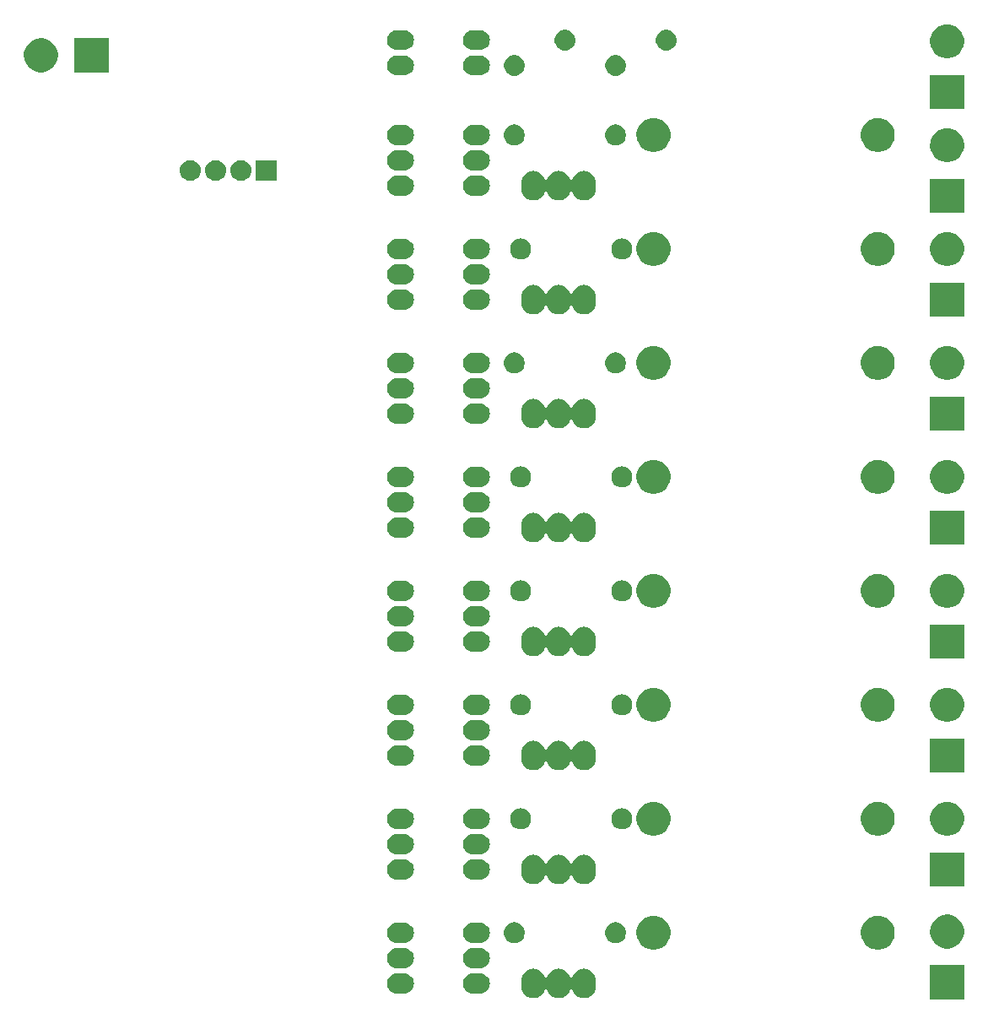
<source format=gbs>
G04 #@! TF.GenerationSoftware,KiCad,Pcbnew,5.0.1-33cea8e~68~ubuntu18.04.1*
G04 #@! TF.CreationDate,2018-11-29T09:03:48+01:00*
G04 #@! TF.ProjectId,8Dimmers,3844696D6D6572732E6B696361645F70,rev?*
G04 #@! TF.SameCoordinates,Original*
G04 #@! TF.FileFunction,Soldermask,Bot*
G04 #@! TF.FilePolarity,Negative*
%FSLAX46Y46*%
G04 Gerber Fmt 4.6, Leading zero omitted, Abs format (unit mm)*
G04 Created by KiCad (PCBNEW 5.0.1-33cea8e~68~ubuntu18.04.1) date jeu. 29 nov. 2018 09:03:48 CET*
%MOMM*%
%LPD*%
G01*
G04 APERTURE LIST*
%ADD10C,0.100000*%
G04 APERTURE END LIST*
D10*
G36*
X140384000Y-138733000D02*
X136984000Y-138733000D01*
X136984000Y-135333000D01*
X140384000Y-135333000D01*
X140384000Y-138733000D01*
X140384000Y-138733000D01*
G37*
G36*
X102473378Y-135707595D02*
X102626189Y-135753950D01*
X102702595Y-135777127D01*
X102759052Y-135807304D01*
X102913842Y-135890041D01*
X103099002Y-136041998D01*
X103250959Y-136227158D01*
X103302993Y-136324508D01*
X103363873Y-136438406D01*
X103363873Y-136438407D01*
X103433405Y-136667623D01*
X103451000Y-136846269D01*
X103451000Y-137473732D01*
X103433405Y-137652378D01*
X103392250Y-137788047D01*
X103363873Y-137881595D01*
X103303519Y-137994509D01*
X103250959Y-138092842D01*
X103099002Y-138278002D01*
X102913841Y-138429959D01*
X102759051Y-138512696D01*
X102702594Y-138542873D01*
X102626188Y-138566050D01*
X102473377Y-138612405D01*
X102235000Y-138635883D01*
X101996622Y-138612405D01*
X101843811Y-138566050D01*
X101767405Y-138542873D01*
X101654491Y-138482519D01*
X101556158Y-138429959D01*
X101370998Y-138278002D01*
X101219041Y-138092841D01*
X101106128Y-137881595D01*
X101106127Y-137881594D01*
X101084618Y-137810687D01*
X101075240Y-137788048D01*
X101061626Y-137767673D01*
X101044299Y-137750346D01*
X101023925Y-137736732D01*
X101001286Y-137727355D01*
X100977252Y-137722574D01*
X100952748Y-137722574D01*
X100928715Y-137727354D01*
X100906076Y-137736732D01*
X100885701Y-137750346D01*
X100868374Y-137767673D01*
X100854760Y-137788047D01*
X100845382Y-137810687D01*
X100823873Y-137881595D01*
X100763519Y-137994509D01*
X100710959Y-138092842D01*
X100559002Y-138278002D01*
X100373841Y-138429959D01*
X100219051Y-138512696D01*
X100162594Y-138542873D01*
X100086188Y-138566050D01*
X99933377Y-138612405D01*
X99695000Y-138635883D01*
X99456622Y-138612405D01*
X99303811Y-138566050D01*
X99227405Y-138542873D01*
X99114491Y-138482519D01*
X99016158Y-138429959D01*
X98830998Y-138278002D01*
X98679041Y-138092841D01*
X98566128Y-137881595D01*
X98566127Y-137881594D01*
X98544618Y-137810687D01*
X98535240Y-137788048D01*
X98521626Y-137767673D01*
X98504299Y-137750346D01*
X98483925Y-137736732D01*
X98461286Y-137727355D01*
X98437252Y-137722574D01*
X98412748Y-137722574D01*
X98388715Y-137727354D01*
X98366076Y-137736732D01*
X98345701Y-137750346D01*
X98328374Y-137767673D01*
X98314760Y-137788047D01*
X98305382Y-137810687D01*
X98283873Y-137881595D01*
X98223519Y-137994509D01*
X98170959Y-138092842D01*
X98019002Y-138278002D01*
X97833841Y-138429959D01*
X97679051Y-138512696D01*
X97622594Y-138542873D01*
X97546188Y-138566050D01*
X97393377Y-138612405D01*
X97155000Y-138635883D01*
X96916622Y-138612405D01*
X96763811Y-138566050D01*
X96687405Y-138542873D01*
X96574491Y-138482519D01*
X96476158Y-138429959D01*
X96290998Y-138278002D01*
X96139041Y-138092841D01*
X96026128Y-137881595D01*
X96026127Y-137881594D01*
X95982184Y-137736732D01*
X95956595Y-137652377D01*
X95939000Y-137473731D01*
X95939000Y-136846268D01*
X95956595Y-136667622D01*
X96022770Y-136449472D01*
X96026127Y-136438405D01*
X96139042Y-136227157D01*
X96290999Y-136041998D01*
X96476159Y-135890041D01*
X96630949Y-135807304D01*
X96687406Y-135777127D01*
X96763812Y-135753950D01*
X96916623Y-135707595D01*
X97155000Y-135684117D01*
X97393378Y-135707595D01*
X97546189Y-135753950D01*
X97622595Y-135777127D01*
X97679052Y-135807304D01*
X97833842Y-135890041D01*
X98019002Y-136041998D01*
X98170959Y-136227158D01*
X98222993Y-136324508D01*
X98283873Y-136438406D01*
X98305382Y-136509313D01*
X98314760Y-136531952D01*
X98328374Y-136552327D01*
X98345701Y-136569654D01*
X98366075Y-136583268D01*
X98388714Y-136592645D01*
X98412748Y-136597426D01*
X98437252Y-136597426D01*
X98461285Y-136592646D01*
X98483924Y-136583268D01*
X98504299Y-136569654D01*
X98521626Y-136552327D01*
X98535240Y-136531953D01*
X98544618Y-136509313D01*
X98566127Y-136438405D01*
X98679042Y-136227157D01*
X98830999Y-136041998D01*
X99016159Y-135890041D01*
X99170949Y-135807304D01*
X99227406Y-135777127D01*
X99303812Y-135753950D01*
X99456623Y-135707595D01*
X99695000Y-135684117D01*
X99933378Y-135707595D01*
X100086189Y-135753950D01*
X100162595Y-135777127D01*
X100219052Y-135807304D01*
X100373842Y-135890041D01*
X100559002Y-136041998D01*
X100710959Y-136227158D01*
X100762993Y-136324508D01*
X100823873Y-136438406D01*
X100845382Y-136509313D01*
X100854760Y-136531952D01*
X100868374Y-136552327D01*
X100885701Y-136569654D01*
X100906075Y-136583268D01*
X100928714Y-136592645D01*
X100952748Y-136597426D01*
X100977252Y-136597426D01*
X101001285Y-136592646D01*
X101023924Y-136583268D01*
X101044299Y-136569654D01*
X101061626Y-136552327D01*
X101075240Y-136531953D01*
X101084618Y-136509313D01*
X101106127Y-136438405D01*
X101219042Y-136227157D01*
X101370999Y-136041998D01*
X101556159Y-135890041D01*
X101710949Y-135807304D01*
X101767406Y-135777127D01*
X101843812Y-135753950D01*
X101996623Y-135707595D01*
X102235000Y-135684117D01*
X102473378Y-135707595D01*
X102473378Y-135707595D01*
G37*
G36*
X84366030Y-136174469D02*
X84366033Y-136174470D01*
X84366034Y-136174470D01*
X84554535Y-136231651D01*
X84554537Y-136231652D01*
X84728260Y-136324509D01*
X84880528Y-136449472D01*
X85005491Y-136601740D01*
X85005492Y-136601742D01*
X85098349Y-136775465D01*
X85119827Y-136846269D01*
X85155531Y-136963970D01*
X85174838Y-137160000D01*
X85155531Y-137356030D01*
X85155530Y-137356033D01*
X85155530Y-137356034D01*
X85119827Y-137473732D01*
X85098348Y-137544537D01*
X85005491Y-137718260D01*
X84880528Y-137870528D01*
X84728260Y-137995491D01*
X84728258Y-137995492D01*
X84554535Y-138088349D01*
X84366034Y-138145530D01*
X84366033Y-138145530D01*
X84366030Y-138145531D01*
X84219124Y-138160000D01*
X83420876Y-138160000D01*
X83273970Y-138145531D01*
X83273967Y-138145530D01*
X83273966Y-138145530D01*
X83085465Y-138088349D01*
X82911742Y-137995492D01*
X82911740Y-137995491D01*
X82759472Y-137870528D01*
X82634509Y-137718260D01*
X82541652Y-137544537D01*
X82520174Y-137473732D01*
X82484470Y-137356034D01*
X82484470Y-137356033D01*
X82484469Y-137356030D01*
X82465162Y-137160000D01*
X82484469Y-136963970D01*
X82520173Y-136846269D01*
X82541651Y-136775465D01*
X82634508Y-136601742D01*
X82634509Y-136601740D01*
X82759472Y-136449472D01*
X82911740Y-136324509D01*
X83085463Y-136231652D01*
X83085465Y-136231651D01*
X83273966Y-136174470D01*
X83273967Y-136174470D01*
X83273970Y-136174469D01*
X83420876Y-136160000D01*
X84219124Y-136160000D01*
X84366030Y-136174469D01*
X84366030Y-136174469D01*
G37*
G36*
X91986030Y-136174469D02*
X91986033Y-136174470D01*
X91986034Y-136174470D01*
X92174535Y-136231651D01*
X92174537Y-136231652D01*
X92348260Y-136324509D01*
X92500528Y-136449472D01*
X92625491Y-136601740D01*
X92625492Y-136601742D01*
X92718349Y-136775465D01*
X92739827Y-136846269D01*
X92775531Y-136963970D01*
X92794838Y-137160000D01*
X92775531Y-137356030D01*
X92775530Y-137356033D01*
X92775530Y-137356034D01*
X92739827Y-137473732D01*
X92718348Y-137544537D01*
X92625491Y-137718260D01*
X92500528Y-137870528D01*
X92348260Y-137995491D01*
X92348258Y-137995492D01*
X92174535Y-138088349D01*
X91986034Y-138145530D01*
X91986033Y-138145530D01*
X91986030Y-138145531D01*
X91839124Y-138160000D01*
X91040876Y-138160000D01*
X90893970Y-138145531D01*
X90893967Y-138145530D01*
X90893966Y-138145530D01*
X90705465Y-138088349D01*
X90531742Y-137995492D01*
X90531740Y-137995491D01*
X90379472Y-137870528D01*
X90254509Y-137718260D01*
X90161652Y-137544537D01*
X90140174Y-137473732D01*
X90104470Y-137356034D01*
X90104470Y-137356033D01*
X90104469Y-137356030D01*
X90085162Y-137160000D01*
X90104469Y-136963970D01*
X90140173Y-136846269D01*
X90161651Y-136775465D01*
X90254508Y-136601742D01*
X90254509Y-136601740D01*
X90379472Y-136449472D01*
X90531740Y-136324509D01*
X90705463Y-136231652D01*
X90705465Y-136231651D01*
X90893966Y-136174470D01*
X90893967Y-136174470D01*
X90893970Y-136174469D01*
X91040876Y-136160000D01*
X91839124Y-136160000D01*
X91986030Y-136174469D01*
X91986030Y-136174469D01*
G37*
G36*
X91986030Y-133634469D02*
X91986033Y-133634470D01*
X91986034Y-133634470D01*
X92174535Y-133691651D01*
X92174537Y-133691652D01*
X92348260Y-133784509D01*
X92500528Y-133909472D01*
X92625491Y-134061740D01*
X92718348Y-134235463D01*
X92775531Y-134423970D01*
X92794838Y-134620000D01*
X92775531Y-134816030D01*
X92718348Y-135004537D01*
X92625491Y-135178260D01*
X92500528Y-135330528D01*
X92348260Y-135455491D01*
X92348258Y-135455492D01*
X92174535Y-135548349D01*
X91986034Y-135605530D01*
X91986033Y-135605530D01*
X91986030Y-135605531D01*
X91839124Y-135620000D01*
X91040876Y-135620000D01*
X90893970Y-135605531D01*
X90893967Y-135605530D01*
X90893966Y-135605530D01*
X90705465Y-135548349D01*
X90531742Y-135455492D01*
X90531740Y-135455491D01*
X90379472Y-135330528D01*
X90254509Y-135178260D01*
X90161652Y-135004537D01*
X90104469Y-134816030D01*
X90085162Y-134620000D01*
X90104469Y-134423970D01*
X90161652Y-134235463D01*
X90254509Y-134061740D01*
X90379472Y-133909472D01*
X90531740Y-133784509D01*
X90705463Y-133691652D01*
X90705465Y-133691651D01*
X90893966Y-133634470D01*
X90893967Y-133634470D01*
X90893970Y-133634469D01*
X91040876Y-133620000D01*
X91839124Y-133620000D01*
X91986030Y-133634469D01*
X91986030Y-133634469D01*
G37*
G36*
X84366030Y-133634469D02*
X84366033Y-133634470D01*
X84366034Y-133634470D01*
X84554535Y-133691651D01*
X84554537Y-133691652D01*
X84728260Y-133784509D01*
X84880528Y-133909472D01*
X85005491Y-134061740D01*
X85098348Y-134235463D01*
X85155531Y-134423970D01*
X85174838Y-134620000D01*
X85155531Y-134816030D01*
X85098348Y-135004537D01*
X85005491Y-135178260D01*
X84880528Y-135330528D01*
X84728260Y-135455491D01*
X84728258Y-135455492D01*
X84554535Y-135548349D01*
X84366034Y-135605530D01*
X84366033Y-135605530D01*
X84366030Y-135605531D01*
X84219124Y-135620000D01*
X83420876Y-135620000D01*
X83273970Y-135605531D01*
X83273967Y-135605530D01*
X83273966Y-135605530D01*
X83085465Y-135548349D01*
X82911742Y-135455492D01*
X82911740Y-135455491D01*
X82759472Y-135330528D01*
X82634509Y-135178260D01*
X82541652Y-135004537D01*
X82484469Y-134816030D01*
X82465162Y-134620000D01*
X82484469Y-134423970D01*
X82541652Y-134235463D01*
X82634509Y-134061740D01*
X82759472Y-133909472D01*
X82911740Y-133784509D01*
X83085463Y-133691652D01*
X83085465Y-133691651D01*
X83273966Y-133634470D01*
X83273967Y-133634470D01*
X83273970Y-133634469D01*
X83420876Y-133620000D01*
X84219124Y-133620000D01*
X84366030Y-133634469D01*
X84366030Y-133634469D01*
G37*
G36*
X109606393Y-130423553D02*
X109715872Y-130445330D01*
X110025252Y-130573479D01*
X110303687Y-130759523D01*
X110540477Y-130996313D01*
X110726521Y-131274748D01*
X110853074Y-131580275D01*
X110854670Y-131584129D01*
X110920000Y-131912563D01*
X110920000Y-132247437D01*
X110892910Y-132383625D01*
X110854670Y-132575872D01*
X110726521Y-132885252D01*
X110540477Y-133163687D01*
X110303687Y-133400477D01*
X110025252Y-133586521D01*
X109715872Y-133714670D01*
X109606393Y-133736447D01*
X109387437Y-133780000D01*
X109052563Y-133780000D01*
X108833607Y-133736447D01*
X108724128Y-133714670D01*
X108414748Y-133586521D01*
X108136313Y-133400477D01*
X107899523Y-133163687D01*
X107713479Y-132885252D01*
X107585330Y-132575872D01*
X107547090Y-132383625D01*
X107520000Y-132247437D01*
X107520000Y-131912563D01*
X107585330Y-131584129D01*
X107586926Y-131580275D01*
X107713479Y-131274748D01*
X107899523Y-130996313D01*
X108136313Y-130759523D01*
X108414748Y-130573479D01*
X108724128Y-130445330D01*
X108833607Y-130423553D01*
X109052563Y-130380000D01*
X109387437Y-130380000D01*
X109606393Y-130423553D01*
X109606393Y-130423553D01*
G37*
G36*
X132106393Y-130423553D02*
X132215872Y-130445330D01*
X132525252Y-130573479D01*
X132803687Y-130759523D01*
X133040477Y-130996313D01*
X133226521Y-131274748D01*
X133353074Y-131580275D01*
X133354670Y-131584129D01*
X133420000Y-131912563D01*
X133420000Y-132247437D01*
X133392910Y-132383625D01*
X133354670Y-132575872D01*
X133226521Y-132885252D01*
X133040477Y-133163687D01*
X132803687Y-133400477D01*
X132525252Y-133586521D01*
X132215872Y-133714670D01*
X132106393Y-133736447D01*
X131887437Y-133780000D01*
X131552563Y-133780000D01*
X131333607Y-133736447D01*
X131224128Y-133714670D01*
X130914748Y-133586521D01*
X130636313Y-133400477D01*
X130399523Y-133163687D01*
X130213479Y-132885252D01*
X130085330Y-132575872D01*
X130047090Y-132383625D01*
X130020000Y-132247437D01*
X130020000Y-131912563D01*
X130085330Y-131584129D01*
X130086926Y-131580275D01*
X130213479Y-131274748D01*
X130399523Y-130996313D01*
X130636313Y-130759523D01*
X130914748Y-130573479D01*
X131224128Y-130445330D01*
X131333607Y-130423553D01*
X131552563Y-130380000D01*
X131887437Y-130380000D01*
X132106393Y-130423553D01*
X132106393Y-130423553D01*
G37*
G36*
X139070393Y-130296553D02*
X139179872Y-130318330D01*
X139489252Y-130446479D01*
X139767687Y-130632523D01*
X140004477Y-130869313D01*
X140190521Y-131147748D01*
X140318670Y-131457128D01*
X140318670Y-131457129D01*
X140381162Y-131771294D01*
X140384000Y-131785565D01*
X140384000Y-132120435D01*
X140318670Y-132448872D01*
X140190521Y-132758252D01*
X140004477Y-133036687D01*
X139767687Y-133273477D01*
X139489252Y-133459521D01*
X139179872Y-133587670D01*
X139070393Y-133609447D01*
X138851437Y-133653000D01*
X138516563Y-133653000D01*
X138297607Y-133609447D01*
X138188128Y-133587670D01*
X137878748Y-133459521D01*
X137600313Y-133273477D01*
X137363523Y-133036687D01*
X137177479Y-132758252D01*
X137049330Y-132448872D01*
X136984000Y-132120435D01*
X136984000Y-131785565D01*
X136986839Y-131771294D01*
X137049330Y-131457129D01*
X137049330Y-131457128D01*
X137177479Y-131147748D01*
X137363523Y-130869313D01*
X137600313Y-130632523D01*
X137878748Y-130446479D01*
X138188128Y-130318330D01*
X138297607Y-130296553D01*
X138516563Y-130253000D01*
X138851437Y-130253000D01*
X139070393Y-130296553D01*
X139070393Y-130296553D01*
G37*
G36*
X105615293Y-131047998D02*
X105716686Y-131068166D01*
X105745255Y-131080000D01*
X105907705Y-131147289D01*
X106079623Y-131262161D01*
X106225819Y-131408357D01*
X106340691Y-131580275D01*
X106342287Y-131584129D01*
X106419814Y-131771294D01*
X106439982Y-131872687D01*
X106460150Y-131974079D01*
X106460150Y-132180841D01*
X106419814Y-132383625D01*
X106340691Y-132574645D01*
X106225819Y-132746563D01*
X106079623Y-132892759D01*
X105907705Y-133007631D01*
X105795809Y-133053980D01*
X105716686Y-133086754D01*
X105615293Y-133106922D01*
X105513901Y-133127090D01*
X105307139Y-133127090D01*
X105205747Y-133106922D01*
X105104354Y-133086754D01*
X105025231Y-133053980D01*
X104913335Y-133007631D01*
X104741417Y-132892759D01*
X104595221Y-132746563D01*
X104480349Y-132574645D01*
X104401226Y-132383625D01*
X104360890Y-132180841D01*
X104360890Y-131974079D01*
X104381058Y-131872687D01*
X104401226Y-131771294D01*
X104478753Y-131584129D01*
X104480349Y-131580275D01*
X104595221Y-131408357D01*
X104741417Y-131262161D01*
X104913335Y-131147289D01*
X105075785Y-131080000D01*
X105104354Y-131068166D01*
X105205747Y-131047998D01*
X105307139Y-131027830D01*
X105513901Y-131027830D01*
X105615293Y-131047998D01*
X105615293Y-131047998D01*
G37*
G36*
X95455293Y-131047998D02*
X95556686Y-131068166D01*
X95585255Y-131080000D01*
X95747705Y-131147289D01*
X95919623Y-131262161D01*
X96065819Y-131408357D01*
X96180691Y-131580275D01*
X96182287Y-131584129D01*
X96259814Y-131771294D01*
X96279982Y-131872687D01*
X96300150Y-131974079D01*
X96300150Y-132180841D01*
X96259814Y-132383625D01*
X96180691Y-132574645D01*
X96065819Y-132746563D01*
X95919623Y-132892759D01*
X95747705Y-133007631D01*
X95635809Y-133053980D01*
X95556686Y-133086754D01*
X95455293Y-133106922D01*
X95353901Y-133127090D01*
X95147139Y-133127090D01*
X95045747Y-133106922D01*
X94944354Y-133086754D01*
X94865231Y-133053980D01*
X94753335Y-133007631D01*
X94581417Y-132892759D01*
X94435221Y-132746563D01*
X94320349Y-132574645D01*
X94241226Y-132383625D01*
X94200890Y-132180841D01*
X94200890Y-131974079D01*
X94221058Y-131872687D01*
X94241226Y-131771294D01*
X94318753Y-131584129D01*
X94320349Y-131580275D01*
X94435221Y-131408357D01*
X94581417Y-131262161D01*
X94753335Y-131147289D01*
X94915785Y-131080000D01*
X94944354Y-131068166D01*
X95045747Y-131047998D01*
X95147139Y-131027830D01*
X95353901Y-131027830D01*
X95455293Y-131047998D01*
X95455293Y-131047998D01*
G37*
G36*
X84366030Y-131094469D02*
X84366033Y-131094470D01*
X84366034Y-131094470D01*
X84554535Y-131151651D01*
X84554537Y-131151652D01*
X84728260Y-131244509D01*
X84880528Y-131369472D01*
X85005491Y-131521740D01*
X85005492Y-131521742D01*
X85098349Y-131695465D01*
X85125680Y-131785563D01*
X85155531Y-131883970D01*
X85174838Y-132080000D01*
X85155531Y-132276030D01*
X85155530Y-132276033D01*
X85155530Y-132276034D01*
X85103101Y-132448871D01*
X85098348Y-132464537D01*
X85005491Y-132638260D01*
X84880528Y-132790528D01*
X84728260Y-132915491D01*
X84728258Y-132915492D01*
X84554535Y-133008349D01*
X84366034Y-133065530D01*
X84366033Y-133065530D01*
X84366030Y-133065531D01*
X84219124Y-133080000D01*
X83420876Y-133080000D01*
X83273970Y-133065531D01*
X83273967Y-133065530D01*
X83273966Y-133065530D01*
X83085465Y-133008349D01*
X82911742Y-132915492D01*
X82911740Y-132915491D01*
X82759472Y-132790528D01*
X82634509Y-132638260D01*
X82541652Y-132464537D01*
X82536900Y-132448871D01*
X82484470Y-132276034D01*
X82484470Y-132276033D01*
X82484469Y-132276030D01*
X82465162Y-132080000D01*
X82484469Y-131883970D01*
X82514320Y-131785563D01*
X82541651Y-131695465D01*
X82634508Y-131521742D01*
X82634509Y-131521740D01*
X82759472Y-131369472D01*
X82911740Y-131244509D01*
X83085463Y-131151652D01*
X83085465Y-131151651D01*
X83273966Y-131094470D01*
X83273967Y-131094470D01*
X83273970Y-131094469D01*
X83420876Y-131080000D01*
X84219124Y-131080000D01*
X84366030Y-131094469D01*
X84366030Y-131094469D01*
G37*
G36*
X91986030Y-131094469D02*
X91986033Y-131094470D01*
X91986034Y-131094470D01*
X92174535Y-131151651D01*
X92174537Y-131151652D01*
X92348260Y-131244509D01*
X92500528Y-131369472D01*
X92625491Y-131521740D01*
X92625492Y-131521742D01*
X92718349Y-131695465D01*
X92745680Y-131785563D01*
X92775531Y-131883970D01*
X92794838Y-132080000D01*
X92775531Y-132276030D01*
X92775530Y-132276033D01*
X92775530Y-132276034D01*
X92723101Y-132448871D01*
X92718348Y-132464537D01*
X92625491Y-132638260D01*
X92500528Y-132790528D01*
X92348260Y-132915491D01*
X92348258Y-132915492D01*
X92174535Y-133008349D01*
X91986034Y-133065530D01*
X91986033Y-133065530D01*
X91986030Y-133065531D01*
X91839124Y-133080000D01*
X91040876Y-133080000D01*
X90893970Y-133065531D01*
X90893967Y-133065530D01*
X90893966Y-133065530D01*
X90705465Y-133008349D01*
X90531742Y-132915492D01*
X90531740Y-132915491D01*
X90379472Y-132790528D01*
X90254509Y-132638260D01*
X90161652Y-132464537D01*
X90156900Y-132448871D01*
X90104470Y-132276034D01*
X90104470Y-132276033D01*
X90104469Y-132276030D01*
X90085162Y-132080000D01*
X90104469Y-131883970D01*
X90134320Y-131785563D01*
X90161651Y-131695465D01*
X90254508Y-131521742D01*
X90254509Y-131521740D01*
X90379472Y-131369472D01*
X90531740Y-131244509D01*
X90705463Y-131151652D01*
X90705465Y-131151651D01*
X90893966Y-131094470D01*
X90893967Y-131094470D01*
X90893970Y-131094469D01*
X91040876Y-131080000D01*
X91839124Y-131080000D01*
X91986030Y-131094469D01*
X91986030Y-131094469D01*
G37*
G36*
X140384000Y-127430000D02*
X136984000Y-127430000D01*
X136984000Y-124030000D01*
X140384000Y-124030000D01*
X140384000Y-127430000D01*
X140384000Y-127430000D01*
G37*
G36*
X102473378Y-124277595D02*
X102626189Y-124323950D01*
X102702595Y-124347127D01*
X102759052Y-124377304D01*
X102913842Y-124460041D01*
X103099002Y-124611998D01*
X103250959Y-124797158D01*
X103302993Y-124894508D01*
X103363873Y-125008406D01*
X103363873Y-125008407D01*
X103433405Y-125237623D01*
X103451000Y-125416269D01*
X103451000Y-126043732D01*
X103433405Y-126222378D01*
X103392250Y-126358047D01*
X103363873Y-126451595D01*
X103303519Y-126564509D01*
X103250959Y-126662842D01*
X103099002Y-126848002D01*
X102913841Y-126999959D01*
X102759051Y-127082696D01*
X102702594Y-127112873D01*
X102626188Y-127136050D01*
X102473377Y-127182405D01*
X102235000Y-127205883D01*
X101996622Y-127182405D01*
X101843811Y-127136050D01*
X101767405Y-127112873D01*
X101654491Y-127052519D01*
X101556158Y-126999959D01*
X101370998Y-126848002D01*
X101219041Y-126662841D01*
X101106128Y-126451595D01*
X101106127Y-126451594D01*
X101084618Y-126380687D01*
X101075240Y-126358048D01*
X101061626Y-126337673D01*
X101044299Y-126320346D01*
X101023925Y-126306732D01*
X101001286Y-126297355D01*
X100977252Y-126292574D01*
X100952748Y-126292574D01*
X100928715Y-126297354D01*
X100906076Y-126306732D01*
X100885701Y-126320346D01*
X100868374Y-126337673D01*
X100854760Y-126358047D01*
X100845382Y-126380687D01*
X100823873Y-126451595D01*
X100763519Y-126564509D01*
X100710959Y-126662842D01*
X100559002Y-126848002D01*
X100373841Y-126999959D01*
X100219051Y-127082696D01*
X100162594Y-127112873D01*
X100086188Y-127136050D01*
X99933377Y-127182405D01*
X99695000Y-127205883D01*
X99456622Y-127182405D01*
X99303811Y-127136050D01*
X99227405Y-127112873D01*
X99114491Y-127052519D01*
X99016158Y-126999959D01*
X98830998Y-126848002D01*
X98679041Y-126662841D01*
X98566128Y-126451595D01*
X98566127Y-126451594D01*
X98544618Y-126380687D01*
X98535240Y-126358048D01*
X98521626Y-126337673D01*
X98504299Y-126320346D01*
X98483925Y-126306732D01*
X98461286Y-126297355D01*
X98437252Y-126292574D01*
X98412748Y-126292574D01*
X98388715Y-126297354D01*
X98366076Y-126306732D01*
X98345701Y-126320346D01*
X98328374Y-126337673D01*
X98314760Y-126358047D01*
X98305382Y-126380687D01*
X98283873Y-126451595D01*
X98223519Y-126564509D01*
X98170959Y-126662842D01*
X98019002Y-126848002D01*
X97833841Y-126999959D01*
X97679051Y-127082696D01*
X97622594Y-127112873D01*
X97546188Y-127136050D01*
X97393377Y-127182405D01*
X97155000Y-127205883D01*
X96916622Y-127182405D01*
X96763811Y-127136050D01*
X96687405Y-127112873D01*
X96574491Y-127052519D01*
X96476158Y-126999959D01*
X96290998Y-126848002D01*
X96139041Y-126662841D01*
X96026128Y-126451595D01*
X96026127Y-126451594D01*
X95982184Y-126306732D01*
X95956595Y-126222377D01*
X95939000Y-126043731D01*
X95939000Y-125416268D01*
X95956595Y-125237622D01*
X96022770Y-125019472D01*
X96026127Y-125008405D01*
X96139042Y-124797157D01*
X96290999Y-124611998D01*
X96476159Y-124460041D01*
X96630949Y-124377304D01*
X96687406Y-124347127D01*
X96763812Y-124323950D01*
X96916623Y-124277595D01*
X97155000Y-124254117D01*
X97393378Y-124277595D01*
X97546189Y-124323950D01*
X97622595Y-124347127D01*
X97679052Y-124377304D01*
X97833842Y-124460041D01*
X98019002Y-124611998D01*
X98170959Y-124797158D01*
X98222993Y-124894508D01*
X98283873Y-125008406D01*
X98305382Y-125079313D01*
X98314760Y-125101952D01*
X98328374Y-125122327D01*
X98345701Y-125139654D01*
X98366075Y-125153268D01*
X98388714Y-125162645D01*
X98412748Y-125167426D01*
X98437252Y-125167426D01*
X98461285Y-125162646D01*
X98483924Y-125153268D01*
X98504299Y-125139654D01*
X98521626Y-125122327D01*
X98535240Y-125101953D01*
X98544618Y-125079313D01*
X98566127Y-125008405D01*
X98679042Y-124797157D01*
X98830999Y-124611998D01*
X99016159Y-124460041D01*
X99170949Y-124377304D01*
X99227406Y-124347127D01*
X99303812Y-124323950D01*
X99456623Y-124277595D01*
X99695000Y-124254117D01*
X99933378Y-124277595D01*
X100086189Y-124323950D01*
X100162595Y-124347127D01*
X100219052Y-124377304D01*
X100373842Y-124460041D01*
X100559002Y-124611998D01*
X100710959Y-124797158D01*
X100762993Y-124894508D01*
X100823873Y-125008406D01*
X100845382Y-125079313D01*
X100854760Y-125101952D01*
X100868374Y-125122327D01*
X100885701Y-125139654D01*
X100906075Y-125153268D01*
X100928714Y-125162645D01*
X100952748Y-125167426D01*
X100977252Y-125167426D01*
X101001285Y-125162646D01*
X101023924Y-125153268D01*
X101044299Y-125139654D01*
X101061626Y-125122327D01*
X101075240Y-125101953D01*
X101084618Y-125079313D01*
X101106127Y-125008405D01*
X101219042Y-124797157D01*
X101370999Y-124611998D01*
X101556159Y-124460041D01*
X101710949Y-124377304D01*
X101767406Y-124347127D01*
X101843812Y-124323950D01*
X101996623Y-124277595D01*
X102235000Y-124254117D01*
X102473378Y-124277595D01*
X102473378Y-124277595D01*
G37*
G36*
X91986030Y-124744469D02*
X91986033Y-124744470D01*
X91986034Y-124744470D01*
X92174535Y-124801651D01*
X92174537Y-124801652D01*
X92348260Y-124894509D01*
X92500528Y-125019472D01*
X92625491Y-125171740D01*
X92625492Y-125171742D01*
X92718349Y-125345465D01*
X92739827Y-125416269D01*
X92775531Y-125533970D01*
X92794838Y-125730000D01*
X92775531Y-125926030D01*
X92775530Y-125926033D01*
X92775530Y-125926034D01*
X92739827Y-126043732D01*
X92718348Y-126114537D01*
X92625491Y-126288260D01*
X92500528Y-126440528D01*
X92348260Y-126565491D01*
X92348258Y-126565492D01*
X92174535Y-126658349D01*
X91986034Y-126715530D01*
X91986033Y-126715530D01*
X91986030Y-126715531D01*
X91839124Y-126730000D01*
X91040876Y-126730000D01*
X90893970Y-126715531D01*
X90893967Y-126715530D01*
X90893966Y-126715530D01*
X90705465Y-126658349D01*
X90531742Y-126565492D01*
X90531740Y-126565491D01*
X90379472Y-126440528D01*
X90254509Y-126288260D01*
X90161652Y-126114537D01*
X90140174Y-126043732D01*
X90104470Y-125926034D01*
X90104470Y-125926033D01*
X90104469Y-125926030D01*
X90085162Y-125730000D01*
X90104469Y-125533970D01*
X90140173Y-125416269D01*
X90161651Y-125345465D01*
X90254508Y-125171742D01*
X90254509Y-125171740D01*
X90379472Y-125019472D01*
X90531740Y-124894509D01*
X90705463Y-124801652D01*
X90705465Y-124801651D01*
X90893966Y-124744470D01*
X90893967Y-124744470D01*
X90893970Y-124744469D01*
X91040876Y-124730000D01*
X91839124Y-124730000D01*
X91986030Y-124744469D01*
X91986030Y-124744469D01*
G37*
G36*
X84366030Y-124744469D02*
X84366033Y-124744470D01*
X84366034Y-124744470D01*
X84554535Y-124801651D01*
X84554537Y-124801652D01*
X84728260Y-124894509D01*
X84880528Y-125019472D01*
X85005491Y-125171740D01*
X85005492Y-125171742D01*
X85098349Y-125345465D01*
X85119827Y-125416269D01*
X85155531Y-125533970D01*
X85174838Y-125730000D01*
X85155531Y-125926030D01*
X85155530Y-125926033D01*
X85155530Y-125926034D01*
X85119827Y-126043732D01*
X85098348Y-126114537D01*
X85005491Y-126288260D01*
X84880528Y-126440528D01*
X84728260Y-126565491D01*
X84728258Y-126565492D01*
X84554535Y-126658349D01*
X84366034Y-126715530D01*
X84366033Y-126715530D01*
X84366030Y-126715531D01*
X84219124Y-126730000D01*
X83420876Y-126730000D01*
X83273970Y-126715531D01*
X83273967Y-126715530D01*
X83273966Y-126715530D01*
X83085465Y-126658349D01*
X82911742Y-126565492D01*
X82911740Y-126565491D01*
X82759472Y-126440528D01*
X82634509Y-126288260D01*
X82541652Y-126114537D01*
X82520174Y-126043732D01*
X82484470Y-125926034D01*
X82484470Y-125926033D01*
X82484469Y-125926030D01*
X82465162Y-125730000D01*
X82484469Y-125533970D01*
X82520173Y-125416269D01*
X82541651Y-125345465D01*
X82634508Y-125171742D01*
X82634509Y-125171740D01*
X82759472Y-125019472D01*
X82911740Y-124894509D01*
X83085463Y-124801652D01*
X83085465Y-124801651D01*
X83273966Y-124744470D01*
X83273967Y-124744470D01*
X83273970Y-124744469D01*
X83420876Y-124730000D01*
X84219124Y-124730000D01*
X84366030Y-124744469D01*
X84366030Y-124744469D01*
G37*
G36*
X91986030Y-122204469D02*
X91986033Y-122204470D01*
X91986034Y-122204470D01*
X92174535Y-122261651D01*
X92174537Y-122261652D01*
X92348260Y-122354509D01*
X92500528Y-122479472D01*
X92625491Y-122631740D01*
X92718348Y-122805463D01*
X92775531Y-122993970D01*
X92794838Y-123190000D01*
X92775531Y-123386030D01*
X92718348Y-123574537D01*
X92625491Y-123748260D01*
X92500528Y-123900528D01*
X92348260Y-124025491D01*
X92348258Y-124025492D01*
X92174535Y-124118349D01*
X91986034Y-124175530D01*
X91986033Y-124175530D01*
X91986030Y-124175531D01*
X91839124Y-124190000D01*
X91040876Y-124190000D01*
X90893970Y-124175531D01*
X90893967Y-124175530D01*
X90893966Y-124175530D01*
X90705465Y-124118349D01*
X90531742Y-124025492D01*
X90531740Y-124025491D01*
X90379472Y-123900528D01*
X90254509Y-123748260D01*
X90161652Y-123574537D01*
X90104469Y-123386030D01*
X90085162Y-123190000D01*
X90104469Y-122993970D01*
X90161652Y-122805463D01*
X90254509Y-122631740D01*
X90379472Y-122479472D01*
X90531740Y-122354509D01*
X90705463Y-122261652D01*
X90705465Y-122261651D01*
X90893966Y-122204470D01*
X90893967Y-122204470D01*
X90893970Y-122204469D01*
X91040876Y-122190000D01*
X91839124Y-122190000D01*
X91986030Y-122204469D01*
X91986030Y-122204469D01*
G37*
G36*
X84366030Y-122204469D02*
X84366033Y-122204470D01*
X84366034Y-122204470D01*
X84554535Y-122261651D01*
X84554537Y-122261652D01*
X84728260Y-122354509D01*
X84880528Y-122479472D01*
X85005491Y-122631740D01*
X85098348Y-122805463D01*
X85155531Y-122993970D01*
X85174838Y-123190000D01*
X85155531Y-123386030D01*
X85098348Y-123574537D01*
X85005491Y-123748260D01*
X84880528Y-123900528D01*
X84728260Y-124025491D01*
X84728258Y-124025492D01*
X84554535Y-124118349D01*
X84366034Y-124175530D01*
X84366033Y-124175530D01*
X84366030Y-124175531D01*
X84219124Y-124190000D01*
X83420876Y-124190000D01*
X83273970Y-124175531D01*
X83273967Y-124175530D01*
X83273966Y-124175530D01*
X83085465Y-124118349D01*
X82911742Y-124025492D01*
X82911740Y-124025491D01*
X82759472Y-123900528D01*
X82634509Y-123748260D01*
X82541652Y-123574537D01*
X82484469Y-123386030D01*
X82465162Y-123190000D01*
X82484469Y-122993970D01*
X82541652Y-122805463D01*
X82634509Y-122631740D01*
X82759472Y-122479472D01*
X82911740Y-122354509D01*
X83085463Y-122261652D01*
X83085465Y-122261651D01*
X83273966Y-122204470D01*
X83273967Y-122204470D01*
X83273970Y-122204469D01*
X83420876Y-122190000D01*
X84219124Y-122190000D01*
X84366030Y-122204469D01*
X84366030Y-122204469D01*
G37*
G36*
X139070393Y-118993553D02*
X139179872Y-119015330D01*
X139489252Y-119143479D01*
X139767687Y-119329523D01*
X140004477Y-119566313D01*
X140190521Y-119844748D01*
X140317074Y-120150275D01*
X140318670Y-120154129D01*
X140384000Y-120482563D01*
X140384000Y-120817437D01*
X140356910Y-120953625D01*
X140318670Y-121145872D01*
X140190521Y-121455252D01*
X140004477Y-121733687D01*
X139767687Y-121970477D01*
X139489252Y-122156521D01*
X139179872Y-122284670D01*
X139070393Y-122306447D01*
X138851437Y-122350000D01*
X138516563Y-122350000D01*
X138297607Y-122306447D01*
X138188128Y-122284670D01*
X137878748Y-122156521D01*
X137600313Y-121970477D01*
X137363523Y-121733687D01*
X137177479Y-121455252D01*
X137049330Y-121145872D01*
X137011090Y-120953625D01*
X136984000Y-120817437D01*
X136984000Y-120482563D01*
X137049330Y-120154129D01*
X137050926Y-120150275D01*
X137177479Y-119844748D01*
X137363523Y-119566313D01*
X137600313Y-119329523D01*
X137878748Y-119143479D01*
X138188128Y-119015330D01*
X138297607Y-118993553D01*
X138516563Y-118950000D01*
X138851437Y-118950000D01*
X139070393Y-118993553D01*
X139070393Y-118993553D01*
G37*
G36*
X132106393Y-118993553D02*
X132215872Y-119015330D01*
X132525252Y-119143479D01*
X132803687Y-119329523D01*
X133040477Y-119566313D01*
X133226521Y-119844748D01*
X133353074Y-120150275D01*
X133354670Y-120154129D01*
X133420000Y-120482563D01*
X133420000Y-120817437D01*
X133392910Y-120953625D01*
X133354670Y-121145872D01*
X133226521Y-121455252D01*
X133040477Y-121733687D01*
X132803687Y-121970477D01*
X132525252Y-122156521D01*
X132215872Y-122284670D01*
X132106393Y-122306447D01*
X131887437Y-122350000D01*
X131552563Y-122350000D01*
X131333607Y-122306447D01*
X131224128Y-122284670D01*
X130914748Y-122156521D01*
X130636313Y-121970477D01*
X130399523Y-121733687D01*
X130213479Y-121455252D01*
X130085330Y-121145872D01*
X130047090Y-120953625D01*
X130020000Y-120817437D01*
X130020000Y-120482563D01*
X130085330Y-120154129D01*
X130086926Y-120150275D01*
X130213479Y-119844748D01*
X130399523Y-119566313D01*
X130636313Y-119329523D01*
X130914748Y-119143479D01*
X131224128Y-119015330D01*
X131333607Y-118993553D01*
X131552563Y-118950000D01*
X131887437Y-118950000D01*
X132106393Y-118993553D01*
X132106393Y-118993553D01*
G37*
G36*
X109606393Y-118993553D02*
X109715872Y-119015330D01*
X110025252Y-119143479D01*
X110303687Y-119329523D01*
X110540477Y-119566313D01*
X110726521Y-119844748D01*
X110853074Y-120150275D01*
X110854670Y-120154129D01*
X110920000Y-120482563D01*
X110920000Y-120817437D01*
X110892910Y-120953625D01*
X110854670Y-121145872D01*
X110726521Y-121455252D01*
X110540477Y-121733687D01*
X110303687Y-121970477D01*
X110025252Y-122156521D01*
X109715872Y-122284670D01*
X109606393Y-122306447D01*
X109387437Y-122350000D01*
X109052563Y-122350000D01*
X108833607Y-122306447D01*
X108724128Y-122284670D01*
X108414748Y-122156521D01*
X108136313Y-121970477D01*
X107899523Y-121733687D01*
X107713479Y-121455252D01*
X107585330Y-121145872D01*
X107547090Y-120953625D01*
X107520000Y-120817437D01*
X107520000Y-120482563D01*
X107585330Y-120154129D01*
X107586926Y-120150275D01*
X107713479Y-119844748D01*
X107899523Y-119566313D01*
X108136313Y-119329523D01*
X108414748Y-119143479D01*
X108724128Y-119015330D01*
X108833607Y-118993553D01*
X109052563Y-118950000D01*
X109387437Y-118950000D01*
X109606393Y-118993553D01*
X109606393Y-118993553D01*
G37*
G36*
X106250293Y-119617998D02*
X106351686Y-119638166D01*
X106380255Y-119650000D01*
X106542705Y-119717289D01*
X106714623Y-119832161D01*
X106860819Y-119978357D01*
X106975691Y-120150275D01*
X107054814Y-120341295D01*
X107095150Y-120544079D01*
X107095150Y-120750841D01*
X107054814Y-120953625D01*
X106975691Y-121144645D01*
X106860819Y-121316563D01*
X106714623Y-121462759D01*
X106542705Y-121577631D01*
X106430809Y-121623980D01*
X106351686Y-121656754D01*
X106250293Y-121676922D01*
X106148901Y-121697090D01*
X105942139Y-121697090D01*
X105840747Y-121676922D01*
X105739354Y-121656754D01*
X105660231Y-121623980D01*
X105548335Y-121577631D01*
X105376417Y-121462759D01*
X105230221Y-121316563D01*
X105115349Y-121144645D01*
X105036226Y-120953625D01*
X104995890Y-120750841D01*
X104995890Y-120544079D01*
X105036226Y-120341295D01*
X105115349Y-120150275D01*
X105230221Y-119978357D01*
X105376417Y-119832161D01*
X105548335Y-119717289D01*
X105710785Y-119650000D01*
X105739354Y-119638166D01*
X105840747Y-119617998D01*
X105942139Y-119597830D01*
X106148901Y-119597830D01*
X106250293Y-119617998D01*
X106250293Y-119617998D01*
G37*
G36*
X96090293Y-119617998D02*
X96191686Y-119638166D01*
X96220255Y-119650000D01*
X96382705Y-119717289D01*
X96554623Y-119832161D01*
X96700819Y-119978357D01*
X96815691Y-120150275D01*
X96894814Y-120341295D01*
X96935150Y-120544079D01*
X96935150Y-120750841D01*
X96894814Y-120953625D01*
X96815691Y-121144645D01*
X96700819Y-121316563D01*
X96554623Y-121462759D01*
X96382705Y-121577631D01*
X96270809Y-121623980D01*
X96191686Y-121656754D01*
X96090293Y-121676922D01*
X95988901Y-121697090D01*
X95782139Y-121697090D01*
X95680747Y-121676922D01*
X95579354Y-121656754D01*
X95500231Y-121623980D01*
X95388335Y-121577631D01*
X95216417Y-121462759D01*
X95070221Y-121316563D01*
X94955349Y-121144645D01*
X94876226Y-120953625D01*
X94835890Y-120750841D01*
X94835890Y-120544079D01*
X94876226Y-120341295D01*
X94955349Y-120150275D01*
X95070221Y-119978357D01*
X95216417Y-119832161D01*
X95388335Y-119717289D01*
X95550785Y-119650000D01*
X95579354Y-119638166D01*
X95680747Y-119617998D01*
X95782139Y-119597830D01*
X95988901Y-119597830D01*
X96090293Y-119617998D01*
X96090293Y-119617998D01*
G37*
G36*
X91986030Y-119664469D02*
X91986033Y-119664470D01*
X91986034Y-119664470D01*
X92174535Y-119721651D01*
X92174537Y-119721652D01*
X92348260Y-119814509D01*
X92500528Y-119939472D01*
X92625491Y-120091740D01*
X92625492Y-120091742D01*
X92718349Y-120265465D01*
X92775530Y-120453966D01*
X92775531Y-120453970D01*
X92794838Y-120650000D01*
X92775531Y-120846030D01*
X92775530Y-120846033D01*
X92775530Y-120846034D01*
X92742893Y-120953625D01*
X92718348Y-121034537D01*
X92625491Y-121208260D01*
X92500528Y-121360528D01*
X92348260Y-121485491D01*
X92348258Y-121485492D01*
X92174535Y-121578349D01*
X91986034Y-121635530D01*
X91986033Y-121635530D01*
X91986030Y-121635531D01*
X91839124Y-121650000D01*
X91040876Y-121650000D01*
X90893970Y-121635531D01*
X90893967Y-121635530D01*
X90893966Y-121635530D01*
X90705465Y-121578349D01*
X90531742Y-121485492D01*
X90531740Y-121485491D01*
X90379472Y-121360528D01*
X90254509Y-121208260D01*
X90161652Y-121034537D01*
X90137108Y-120953625D01*
X90104470Y-120846034D01*
X90104470Y-120846033D01*
X90104469Y-120846030D01*
X90085162Y-120650000D01*
X90104469Y-120453970D01*
X90104470Y-120453966D01*
X90161651Y-120265465D01*
X90254508Y-120091742D01*
X90254509Y-120091740D01*
X90379472Y-119939472D01*
X90531740Y-119814509D01*
X90705463Y-119721652D01*
X90705465Y-119721651D01*
X90893966Y-119664470D01*
X90893967Y-119664470D01*
X90893970Y-119664469D01*
X91040876Y-119650000D01*
X91839124Y-119650000D01*
X91986030Y-119664469D01*
X91986030Y-119664469D01*
G37*
G36*
X84366030Y-119664469D02*
X84366033Y-119664470D01*
X84366034Y-119664470D01*
X84554535Y-119721651D01*
X84554537Y-119721652D01*
X84728260Y-119814509D01*
X84880528Y-119939472D01*
X85005491Y-120091740D01*
X85005492Y-120091742D01*
X85098349Y-120265465D01*
X85155530Y-120453966D01*
X85155531Y-120453970D01*
X85174838Y-120650000D01*
X85155531Y-120846030D01*
X85155530Y-120846033D01*
X85155530Y-120846034D01*
X85122893Y-120953625D01*
X85098348Y-121034537D01*
X85005491Y-121208260D01*
X84880528Y-121360528D01*
X84728260Y-121485491D01*
X84728258Y-121485492D01*
X84554535Y-121578349D01*
X84366034Y-121635530D01*
X84366033Y-121635530D01*
X84366030Y-121635531D01*
X84219124Y-121650000D01*
X83420876Y-121650000D01*
X83273970Y-121635531D01*
X83273967Y-121635530D01*
X83273966Y-121635530D01*
X83085465Y-121578349D01*
X82911742Y-121485492D01*
X82911740Y-121485491D01*
X82759472Y-121360528D01*
X82634509Y-121208260D01*
X82541652Y-121034537D01*
X82517108Y-120953625D01*
X82484470Y-120846034D01*
X82484470Y-120846033D01*
X82484469Y-120846030D01*
X82465162Y-120650000D01*
X82484469Y-120453970D01*
X82484470Y-120453966D01*
X82541651Y-120265465D01*
X82634508Y-120091742D01*
X82634509Y-120091740D01*
X82759472Y-119939472D01*
X82911740Y-119814509D01*
X83085463Y-119721652D01*
X83085465Y-119721651D01*
X83273966Y-119664470D01*
X83273967Y-119664470D01*
X83273970Y-119664469D01*
X83420876Y-119650000D01*
X84219124Y-119650000D01*
X84366030Y-119664469D01*
X84366030Y-119664469D01*
G37*
G36*
X140384000Y-116000000D02*
X136984000Y-116000000D01*
X136984000Y-112600000D01*
X140384000Y-112600000D01*
X140384000Y-116000000D01*
X140384000Y-116000000D01*
G37*
G36*
X102473378Y-112847595D02*
X102626189Y-112893950D01*
X102702595Y-112917127D01*
X102759052Y-112947304D01*
X102913842Y-113030041D01*
X103099002Y-113181998D01*
X103250959Y-113367158D01*
X103302993Y-113464508D01*
X103363873Y-113578406D01*
X103363873Y-113578407D01*
X103433405Y-113807623D01*
X103451000Y-113986269D01*
X103451000Y-114613732D01*
X103433405Y-114792378D01*
X103392250Y-114928047D01*
X103363873Y-115021595D01*
X103303519Y-115134509D01*
X103250959Y-115232842D01*
X103099002Y-115418002D01*
X102913841Y-115569959D01*
X102759051Y-115652696D01*
X102702594Y-115682873D01*
X102626188Y-115706050D01*
X102473377Y-115752405D01*
X102235000Y-115775883D01*
X101996622Y-115752405D01*
X101843811Y-115706050D01*
X101767405Y-115682873D01*
X101654491Y-115622519D01*
X101556158Y-115569959D01*
X101370998Y-115418002D01*
X101219041Y-115232841D01*
X101106128Y-115021595D01*
X101106127Y-115021594D01*
X101084618Y-114950687D01*
X101075240Y-114928048D01*
X101061626Y-114907673D01*
X101044299Y-114890346D01*
X101023925Y-114876732D01*
X101001286Y-114867355D01*
X100977252Y-114862574D01*
X100952748Y-114862574D01*
X100928715Y-114867354D01*
X100906076Y-114876732D01*
X100885701Y-114890346D01*
X100868374Y-114907673D01*
X100854760Y-114928047D01*
X100845382Y-114950687D01*
X100823873Y-115021595D01*
X100763519Y-115134509D01*
X100710959Y-115232842D01*
X100559002Y-115418002D01*
X100373841Y-115569959D01*
X100219051Y-115652696D01*
X100162594Y-115682873D01*
X100086188Y-115706050D01*
X99933377Y-115752405D01*
X99695000Y-115775883D01*
X99456622Y-115752405D01*
X99303811Y-115706050D01*
X99227405Y-115682873D01*
X99114491Y-115622519D01*
X99016158Y-115569959D01*
X98830998Y-115418002D01*
X98679041Y-115232841D01*
X98566128Y-115021595D01*
X98566127Y-115021594D01*
X98544618Y-114950687D01*
X98535240Y-114928048D01*
X98521626Y-114907673D01*
X98504299Y-114890346D01*
X98483925Y-114876732D01*
X98461286Y-114867355D01*
X98437252Y-114862574D01*
X98412748Y-114862574D01*
X98388715Y-114867354D01*
X98366076Y-114876732D01*
X98345701Y-114890346D01*
X98328374Y-114907673D01*
X98314760Y-114928047D01*
X98305382Y-114950687D01*
X98283873Y-115021595D01*
X98223519Y-115134509D01*
X98170959Y-115232842D01*
X98019002Y-115418002D01*
X97833841Y-115569959D01*
X97679051Y-115652696D01*
X97622594Y-115682873D01*
X97546188Y-115706050D01*
X97393377Y-115752405D01*
X97155000Y-115775883D01*
X96916622Y-115752405D01*
X96763811Y-115706050D01*
X96687405Y-115682873D01*
X96574491Y-115622519D01*
X96476158Y-115569959D01*
X96290998Y-115418002D01*
X96139041Y-115232841D01*
X96026128Y-115021595D01*
X96026127Y-115021594D01*
X95982184Y-114876732D01*
X95956595Y-114792377D01*
X95939000Y-114613731D01*
X95939000Y-113986268D01*
X95956595Y-113807622D01*
X96022770Y-113589472D01*
X96026127Y-113578405D01*
X96139042Y-113367157D01*
X96290999Y-113181998D01*
X96476159Y-113030041D01*
X96630949Y-112947304D01*
X96687406Y-112917127D01*
X96763812Y-112893950D01*
X96916623Y-112847595D01*
X97155000Y-112824117D01*
X97393378Y-112847595D01*
X97546189Y-112893950D01*
X97622595Y-112917127D01*
X97679052Y-112947304D01*
X97833842Y-113030041D01*
X98019002Y-113181998D01*
X98170959Y-113367158D01*
X98222993Y-113464508D01*
X98283873Y-113578406D01*
X98305382Y-113649313D01*
X98314760Y-113671952D01*
X98328374Y-113692327D01*
X98345701Y-113709654D01*
X98366075Y-113723268D01*
X98388714Y-113732645D01*
X98412748Y-113737426D01*
X98437252Y-113737426D01*
X98461285Y-113732646D01*
X98483924Y-113723268D01*
X98504299Y-113709654D01*
X98521626Y-113692327D01*
X98535240Y-113671953D01*
X98544618Y-113649313D01*
X98566127Y-113578405D01*
X98679042Y-113367157D01*
X98830999Y-113181998D01*
X99016159Y-113030041D01*
X99170949Y-112947304D01*
X99227406Y-112917127D01*
X99303812Y-112893950D01*
X99456623Y-112847595D01*
X99695000Y-112824117D01*
X99933378Y-112847595D01*
X100086189Y-112893950D01*
X100162595Y-112917127D01*
X100219052Y-112947304D01*
X100373842Y-113030041D01*
X100559002Y-113181998D01*
X100710959Y-113367158D01*
X100762993Y-113464508D01*
X100823873Y-113578406D01*
X100845382Y-113649313D01*
X100854760Y-113671952D01*
X100868374Y-113692327D01*
X100885701Y-113709654D01*
X100906075Y-113723268D01*
X100928714Y-113732645D01*
X100952748Y-113737426D01*
X100977252Y-113737426D01*
X101001285Y-113732646D01*
X101023924Y-113723268D01*
X101044299Y-113709654D01*
X101061626Y-113692327D01*
X101075240Y-113671953D01*
X101084618Y-113649313D01*
X101106127Y-113578405D01*
X101219042Y-113367157D01*
X101370999Y-113181998D01*
X101556159Y-113030041D01*
X101710949Y-112947304D01*
X101767406Y-112917127D01*
X101843812Y-112893950D01*
X101996623Y-112847595D01*
X102235000Y-112824117D01*
X102473378Y-112847595D01*
X102473378Y-112847595D01*
G37*
G36*
X84366030Y-113314469D02*
X84366033Y-113314470D01*
X84366034Y-113314470D01*
X84554535Y-113371651D01*
X84554537Y-113371652D01*
X84728260Y-113464509D01*
X84880528Y-113589472D01*
X85005491Y-113741740D01*
X85005492Y-113741742D01*
X85098349Y-113915465D01*
X85119827Y-113986269D01*
X85155531Y-114103970D01*
X85174838Y-114300000D01*
X85155531Y-114496030D01*
X85155530Y-114496033D01*
X85155530Y-114496034D01*
X85119827Y-114613732D01*
X85098348Y-114684537D01*
X85005491Y-114858260D01*
X84880528Y-115010528D01*
X84728260Y-115135491D01*
X84728258Y-115135492D01*
X84554535Y-115228349D01*
X84366034Y-115285530D01*
X84366033Y-115285530D01*
X84366030Y-115285531D01*
X84219124Y-115300000D01*
X83420876Y-115300000D01*
X83273970Y-115285531D01*
X83273967Y-115285530D01*
X83273966Y-115285530D01*
X83085465Y-115228349D01*
X82911742Y-115135492D01*
X82911740Y-115135491D01*
X82759472Y-115010528D01*
X82634509Y-114858260D01*
X82541652Y-114684537D01*
X82520174Y-114613732D01*
X82484470Y-114496034D01*
X82484470Y-114496033D01*
X82484469Y-114496030D01*
X82465162Y-114300000D01*
X82484469Y-114103970D01*
X82520173Y-113986269D01*
X82541651Y-113915465D01*
X82634508Y-113741742D01*
X82634509Y-113741740D01*
X82759472Y-113589472D01*
X82911740Y-113464509D01*
X83085463Y-113371652D01*
X83085465Y-113371651D01*
X83273966Y-113314470D01*
X83273967Y-113314470D01*
X83273970Y-113314469D01*
X83420876Y-113300000D01*
X84219124Y-113300000D01*
X84366030Y-113314469D01*
X84366030Y-113314469D01*
G37*
G36*
X91986030Y-113314469D02*
X91986033Y-113314470D01*
X91986034Y-113314470D01*
X92174535Y-113371651D01*
X92174537Y-113371652D01*
X92348260Y-113464509D01*
X92500528Y-113589472D01*
X92625491Y-113741740D01*
X92625492Y-113741742D01*
X92718349Y-113915465D01*
X92739827Y-113986269D01*
X92775531Y-114103970D01*
X92794838Y-114300000D01*
X92775531Y-114496030D01*
X92775530Y-114496033D01*
X92775530Y-114496034D01*
X92739827Y-114613732D01*
X92718348Y-114684537D01*
X92625491Y-114858260D01*
X92500528Y-115010528D01*
X92348260Y-115135491D01*
X92348258Y-115135492D01*
X92174535Y-115228349D01*
X91986034Y-115285530D01*
X91986033Y-115285530D01*
X91986030Y-115285531D01*
X91839124Y-115300000D01*
X91040876Y-115300000D01*
X90893970Y-115285531D01*
X90893967Y-115285530D01*
X90893966Y-115285530D01*
X90705465Y-115228349D01*
X90531742Y-115135492D01*
X90531740Y-115135491D01*
X90379472Y-115010528D01*
X90254509Y-114858260D01*
X90161652Y-114684537D01*
X90140174Y-114613732D01*
X90104470Y-114496034D01*
X90104470Y-114496033D01*
X90104469Y-114496030D01*
X90085162Y-114300000D01*
X90104469Y-114103970D01*
X90140173Y-113986269D01*
X90161651Y-113915465D01*
X90254508Y-113741742D01*
X90254509Y-113741740D01*
X90379472Y-113589472D01*
X90531740Y-113464509D01*
X90705463Y-113371652D01*
X90705465Y-113371651D01*
X90893966Y-113314470D01*
X90893967Y-113314470D01*
X90893970Y-113314469D01*
X91040876Y-113300000D01*
X91839124Y-113300000D01*
X91986030Y-113314469D01*
X91986030Y-113314469D01*
G37*
G36*
X91986030Y-110774469D02*
X91986033Y-110774470D01*
X91986034Y-110774470D01*
X92174535Y-110831651D01*
X92174537Y-110831652D01*
X92348260Y-110924509D01*
X92500528Y-111049472D01*
X92625491Y-111201740D01*
X92718348Y-111375463D01*
X92775531Y-111563970D01*
X92794838Y-111760000D01*
X92775531Y-111956030D01*
X92718348Y-112144537D01*
X92625491Y-112318260D01*
X92500528Y-112470528D01*
X92348260Y-112595491D01*
X92348258Y-112595492D01*
X92174535Y-112688349D01*
X91986034Y-112745530D01*
X91986033Y-112745530D01*
X91986030Y-112745531D01*
X91839124Y-112760000D01*
X91040876Y-112760000D01*
X90893970Y-112745531D01*
X90893967Y-112745530D01*
X90893966Y-112745530D01*
X90705465Y-112688349D01*
X90531742Y-112595492D01*
X90531740Y-112595491D01*
X90379472Y-112470528D01*
X90254509Y-112318260D01*
X90161652Y-112144537D01*
X90104469Y-111956030D01*
X90085162Y-111760000D01*
X90104469Y-111563970D01*
X90161652Y-111375463D01*
X90254509Y-111201740D01*
X90379472Y-111049472D01*
X90531740Y-110924509D01*
X90705463Y-110831652D01*
X90705465Y-110831651D01*
X90893966Y-110774470D01*
X90893967Y-110774470D01*
X90893970Y-110774469D01*
X91040876Y-110760000D01*
X91839124Y-110760000D01*
X91986030Y-110774469D01*
X91986030Y-110774469D01*
G37*
G36*
X84366030Y-110774469D02*
X84366033Y-110774470D01*
X84366034Y-110774470D01*
X84554535Y-110831651D01*
X84554537Y-110831652D01*
X84728260Y-110924509D01*
X84880528Y-111049472D01*
X85005491Y-111201740D01*
X85098348Y-111375463D01*
X85155531Y-111563970D01*
X85174838Y-111760000D01*
X85155531Y-111956030D01*
X85098348Y-112144537D01*
X85005491Y-112318260D01*
X84880528Y-112470528D01*
X84728260Y-112595491D01*
X84728258Y-112595492D01*
X84554535Y-112688349D01*
X84366034Y-112745530D01*
X84366033Y-112745530D01*
X84366030Y-112745531D01*
X84219124Y-112760000D01*
X83420876Y-112760000D01*
X83273970Y-112745531D01*
X83273967Y-112745530D01*
X83273966Y-112745530D01*
X83085465Y-112688349D01*
X82911742Y-112595492D01*
X82911740Y-112595491D01*
X82759472Y-112470528D01*
X82634509Y-112318260D01*
X82541652Y-112144537D01*
X82484469Y-111956030D01*
X82465162Y-111760000D01*
X82484469Y-111563970D01*
X82541652Y-111375463D01*
X82634509Y-111201740D01*
X82759472Y-111049472D01*
X82911740Y-110924509D01*
X83085463Y-110831652D01*
X83085465Y-110831651D01*
X83273966Y-110774470D01*
X83273967Y-110774470D01*
X83273970Y-110774469D01*
X83420876Y-110760000D01*
X84219124Y-110760000D01*
X84366030Y-110774469D01*
X84366030Y-110774469D01*
G37*
G36*
X132106393Y-107563553D02*
X132215872Y-107585330D01*
X132525252Y-107713479D01*
X132803687Y-107899523D01*
X133040477Y-108136313D01*
X133226521Y-108414748D01*
X133353074Y-108720275D01*
X133354670Y-108724129D01*
X133420000Y-109052563D01*
X133420000Y-109387437D01*
X133392910Y-109523625D01*
X133354670Y-109715872D01*
X133226521Y-110025252D01*
X133040477Y-110303687D01*
X132803687Y-110540477D01*
X132525252Y-110726521D01*
X132215872Y-110854670D01*
X132106393Y-110876447D01*
X131887437Y-110920000D01*
X131552563Y-110920000D01*
X131333607Y-110876447D01*
X131224128Y-110854670D01*
X130914748Y-110726521D01*
X130636313Y-110540477D01*
X130399523Y-110303687D01*
X130213479Y-110025252D01*
X130085330Y-109715872D01*
X130047090Y-109523625D01*
X130020000Y-109387437D01*
X130020000Y-109052563D01*
X130085330Y-108724129D01*
X130086926Y-108720275D01*
X130213479Y-108414748D01*
X130399523Y-108136313D01*
X130636313Y-107899523D01*
X130914748Y-107713479D01*
X131224128Y-107585330D01*
X131333607Y-107563553D01*
X131552563Y-107520000D01*
X131887437Y-107520000D01*
X132106393Y-107563553D01*
X132106393Y-107563553D01*
G37*
G36*
X139070393Y-107563553D02*
X139179872Y-107585330D01*
X139489252Y-107713479D01*
X139767687Y-107899523D01*
X140004477Y-108136313D01*
X140190521Y-108414748D01*
X140317074Y-108720275D01*
X140318670Y-108724129D01*
X140384000Y-109052563D01*
X140384000Y-109387437D01*
X140356910Y-109523625D01*
X140318670Y-109715872D01*
X140190521Y-110025252D01*
X140004477Y-110303687D01*
X139767687Y-110540477D01*
X139489252Y-110726521D01*
X139179872Y-110854670D01*
X139070393Y-110876447D01*
X138851437Y-110920000D01*
X138516563Y-110920000D01*
X138297607Y-110876447D01*
X138188128Y-110854670D01*
X137878748Y-110726521D01*
X137600313Y-110540477D01*
X137363523Y-110303687D01*
X137177479Y-110025252D01*
X137049330Y-109715872D01*
X137011090Y-109523625D01*
X136984000Y-109387437D01*
X136984000Y-109052563D01*
X137049330Y-108724129D01*
X137050926Y-108720275D01*
X137177479Y-108414748D01*
X137363523Y-108136313D01*
X137600313Y-107899523D01*
X137878748Y-107713479D01*
X138188128Y-107585330D01*
X138297607Y-107563553D01*
X138516563Y-107520000D01*
X138851437Y-107520000D01*
X139070393Y-107563553D01*
X139070393Y-107563553D01*
G37*
G36*
X109606393Y-107563553D02*
X109715872Y-107585330D01*
X110025252Y-107713479D01*
X110303687Y-107899523D01*
X110540477Y-108136313D01*
X110726521Y-108414748D01*
X110853074Y-108720275D01*
X110854670Y-108724129D01*
X110920000Y-109052563D01*
X110920000Y-109387437D01*
X110892910Y-109523625D01*
X110854670Y-109715872D01*
X110726521Y-110025252D01*
X110540477Y-110303687D01*
X110303687Y-110540477D01*
X110025252Y-110726521D01*
X109715872Y-110854670D01*
X109606393Y-110876447D01*
X109387437Y-110920000D01*
X109052563Y-110920000D01*
X108833607Y-110876447D01*
X108724128Y-110854670D01*
X108414748Y-110726521D01*
X108136313Y-110540477D01*
X107899523Y-110303687D01*
X107713479Y-110025252D01*
X107585330Y-109715872D01*
X107547090Y-109523625D01*
X107520000Y-109387437D01*
X107520000Y-109052563D01*
X107585330Y-108724129D01*
X107586926Y-108720275D01*
X107713479Y-108414748D01*
X107899523Y-108136313D01*
X108136313Y-107899523D01*
X108414748Y-107713479D01*
X108724128Y-107585330D01*
X108833607Y-107563553D01*
X109052563Y-107520000D01*
X109387437Y-107520000D01*
X109606393Y-107563553D01*
X109606393Y-107563553D01*
G37*
G36*
X96090293Y-108187998D02*
X96191686Y-108208166D01*
X96220255Y-108220000D01*
X96382705Y-108287289D01*
X96554623Y-108402161D01*
X96700819Y-108548357D01*
X96815691Y-108720275D01*
X96894814Y-108911295D01*
X96935150Y-109114079D01*
X96935150Y-109320841D01*
X96894814Y-109523625D01*
X96815691Y-109714645D01*
X96700819Y-109886563D01*
X96554623Y-110032759D01*
X96382705Y-110147631D01*
X96270809Y-110193980D01*
X96191686Y-110226754D01*
X96090293Y-110246922D01*
X95988901Y-110267090D01*
X95782139Y-110267090D01*
X95680747Y-110246922D01*
X95579354Y-110226754D01*
X95500231Y-110193980D01*
X95388335Y-110147631D01*
X95216417Y-110032759D01*
X95070221Y-109886563D01*
X94955349Y-109714645D01*
X94876226Y-109523625D01*
X94835890Y-109320841D01*
X94835890Y-109114079D01*
X94876226Y-108911295D01*
X94955349Y-108720275D01*
X95070221Y-108548357D01*
X95216417Y-108402161D01*
X95388335Y-108287289D01*
X95550785Y-108220000D01*
X95579354Y-108208166D01*
X95680747Y-108187998D01*
X95782139Y-108167830D01*
X95988901Y-108167830D01*
X96090293Y-108187998D01*
X96090293Y-108187998D01*
G37*
G36*
X106250293Y-108187998D02*
X106351686Y-108208166D01*
X106380255Y-108220000D01*
X106542705Y-108287289D01*
X106714623Y-108402161D01*
X106860819Y-108548357D01*
X106975691Y-108720275D01*
X107054814Y-108911295D01*
X107095150Y-109114079D01*
X107095150Y-109320841D01*
X107054814Y-109523625D01*
X106975691Y-109714645D01*
X106860819Y-109886563D01*
X106714623Y-110032759D01*
X106542705Y-110147631D01*
X106430809Y-110193980D01*
X106351686Y-110226754D01*
X106250293Y-110246922D01*
X106148901Y-110267090D01*
X105942139Y-110267090D01*
X105840747Y-110246922D01*
X105739354Y-110226754D01*
X105660231Y-110193980D01*
X105548335Y-110147631D01*
X105376417Y-110032759D01*
X105230221Y-109886563D01*
X105115349Y-109714645D01*
X105036226Y-109523625D01*
X104995890Y-109320841D01*
X104995890Y-109114079D01*
X105036226Y-108911295D01*
X105115349Y-108720275D01*
X105230221Y-108548357D01*
X105376417Y-108402161D01*
X105548335Y-108287289D01*
X105710785Y-108220000D01*
X105739354Y-108208166D01*
X105840747Y-108187998D01*
X105942139Y-108167830D01*
X106148901Y-108167830D01*
X106250293Y-108187998D01*
X106250293Y-108187998D01*
G37*
G36*
X84366030Y-108234469D02*
X84366033Y-108234470D01*
X84366034Y-108234470D01*
X84554535Y-108291651D01*
X84554537Y-108291652D01*
X84728260Y-108384509D01*
X84880528Y-108509472D01*
X85005491Y-108661740D01*
X85005492Y-108661742D01*
X85098349Y-108835465D01*
X85155530Y-109023966D01*
X85155531Y-109023970D01*
X85174838Y-109220000D01*
X85155531Y-109416030D01*
X85155530Y-109416033D01*
X85155530Y-109416034D01*
X85122893Y-109523625D01*
X85098348Y-109604537D01*
X85005491Y-109778260D01*
X84880528Y-109930528D01*
X84728260Y-110055491D01*
X84728258Y-110055492D01*
X84554535Y-110148349D01*
X84366034Y-110205530D01*
X84366033Y-110205530D01*
X84366030Y-110205531D01*
X84219124Y-110220000D01*
X83420876Y-110220000D01*
X83273970Y-110205531D01*
X83273967Y-110205530D01*
X83273966Y-110205530D01*
X83085465Y-110148349D01*
X82911742Y-110055492D01*
X82911740Y-110055491D01*
X82759472Y-109930528D01*
X82634509Y-109778260D01*
X82541652Y-109604537D01*
X82517108Y-109523625D01*
X82484470Y-109416034D01*
X82484470Y-109416033D01*
X82484469Y-109416030D01*
X82465162Y-109220000D01*
X82484469Y-109023970D01*
X82484470Y-109023966D01*
X82541651Y-108835465D01*
X82634508Y-108661742D01*
X82634509Y-108661740D01*
X82759472Y-108509472D01*
X82911740Y-108384509D01*
X83085463Y-108291652D01*
X83085465Y-108291651D01*
X83273966Y-108234470D01*
X83273967Y-108234470D01*
X83273970Y-108234469D01*
X83420876Y-108220000D01*
X84219124Y-108220000D01*
X84366030Y-108234469D01*
X84366030Y-108234469D01*
G37*
G36*
X91986030Y-108234469D02*
X91986033Y-108234470D01*
X91986034Y-108234470D01*
X92174535Y-108291651D01*
X92174537Y-108291652D01*
X92348260Y-108384509D01*
X92500528Y-108509472D01*
X92625491Y-108661740D01*
X92625492Y-108661742D01*
X92718349Y-108835465D01*
X92775530Y-109023966D01*
X92775531Y-109023970D01*
X92794838Y-109220000D01*
X92775531Y-109416030D01*
X92775530Y-109416033D01*
X92775530Y-109416034D01*
X92742893Y-109523625D01*
X92718348Y-109604537D01*
X92625491Y-109778260D01*
X92500528Y-109930528D01*
X92348260Y-110055491D01*
X92348258Y-110055492D01*
X92174535Y-110148349D01*
X91986034Y-110205530D01*
X91986033Y-110205530D01*
X91986030Y-110205531D01*
X91839124Y-110220000D01*
X91040876Y-110220000D01*
X90893970Y-110205531D01*
X90893967Y-110205530D01*
X90893966Y-110205530D01*
X90705465Y-110148349D01*
X90531742Y-110055492D01*
X90531740Y-110055491D01*
X90379472Y-109930528D01*
X90254509Y-109778260D01*
X90161652Y-109604537D01*
X90137108Y-109523625D01*
X90104470Y-109416034D01*
X90104470Y-109416033D01*
X90104469Y-109416030D01*
X90085162Y-109220000D01*
X90104469Y-109023970D01*
X90104470Y-109023966D01*
X90161651Y-108835465D01*
X90254508Y-108661742D01*
X90254509Y-108661740D01*
X90379472Y-108509472D01*
X90531740Y-108384509D01*
X90705463Y-108291652D01*
X90705465Y-108291651D01*
X90893966Y-108234470D01*
X90893967Y-108234470D01*
X90893970Y-108234469D01*
X91040876Y-108220000D01*
X91839124Y-108220000D01*
X91986030Y-108234469D01*
X91986030Y-108234469D01*
G37*
G36*
X140384000Y-104570000D02*
X136984000Y-104570000D01*
X136984000Y-101170000D01*
X140384000Y-101170000D01*
X140384000Y-104570000D01*
X140384000Y-104570000D01*
G37*
G36*
X102473378Y-101417595D02*
X102626189Y-101463950D01*
X102702595Y-101487127D01*
X102759052Y-101517304D01*
X102913842Y-101600041D01*
X103099002Y-101751998D01*
X103250959Y-101937158D01*
X103302993Y-102034508D01*
X103363873Y-102148406D01*
X103363873Y-102148407D01*
X103433405Y-102377623D01*
X103451000Y-102556269D01*
X103451000Y-103183732D01*
X103433405Y-103362378D01*
X103392250Y-103498047D01*
X103363873Y-103591595D01*
X103303519Y-103704509D01*
X103250959Y-103802842D01*
X103099002Y-103988002D01*
X102913841Y-104139959D01*
X102759051Y-104222696D01*
X102702594Y-104252873D01*
X102626188Y-104276050D01*
X102473377Y-104322405D01*
X102235000Y-104345883D01*
X101996622Y-104322405D01*
X101843811Y-104276050D01*
X101767405Y-104252873D01*
X101654491Y-104192519D01*
X101556158Y-104139959D01*
X101370998Y-103988002D01*
X101219041Y-103802841D01*
X101106128Y-103591595D01*
X101106127Y-103591594D01*
X101084618Y-103520687D01*
X101075240Y-103498048D01*
X101061626Y-103477673D01*
X101044299Y-103460346D01*
X101023925Y-103446732D01*
X101001286Y-103437355D01*
X100977252Y-103432574D01*
X100952748Y-103432574D01*
X100928715Y-103437354D01*
X100906076Y-103446732D01*
X100885701Y-103460346D01*
X100868374Y-103477673D01*
X100854760Y-103498047D01*
X100845382Y-103520687D01*
X100823873Y-103591595D01*
X100763519Y-103704509D01*
X100710959Y-103802842D01*
X100559002Y-103988002D01*
X100373841Y-104139959D01*
X100219051Y-104222696D01*
X100162594Y-104252873D01*
X100086188Y-104276050D01*
X99933377Y-104322405D01*
X99695000Y-104345883D01*
X99456622Y-104322405D01*
X99303811Y-104276050D01*
X99227405Y-104252873D01*
X99114491Y-104192519D01*
X99016158Y-104139959D01*
X98830998Y-103988002D01*
X98679041Y-103802841D01*
X98566128Y-103591595D01*
X98566127Y-103591594D01*
X98544618Y-103520687D01*
X98535240Y-103498048D01*
X98521626Y-103477673D01*
X98504299Y-103460346D01*
X98483925Y-103446732D01*
X98461286Y-103437355D01*
X98437252Y-103432574D01*
X98412748Y-103432574D01*
X98388715Y-103437354D01*
X98366076Y-103446732D01*
X98345701Y-103460346D01*
X98328374Y-103477673D01*
X98314760Y-103498047D01*
X98305382Y-103520687D01*
X98283873Y-103591595D01*
X98223519Y-103704509D01*
X98170959Y-103802842D01*
X98019002Y-103988002D01*
X97833841Y-104139959D01*
X97679051Y-104222696D01*
X97622594Y-104252873D01*
X97546188Y-104276050D01*
X97393377Y-104322405D01*
X97155000Y-104345883D01*
X96916622Y-104322405D01*
X96763811Y-104276050D01*
X96687405Y-104252873D01*
X96574491Y-104192519D01*
X96476158Y-104139959D01*
X96290998Y-103988002D01*
X96139041Y-103802841D01*
X96026128Y-103591595D01*
X96026127Y-103591594D01*
X95982184Y-103446732D01*
X95956595Y-103362377D01*
X95939000Y-103183731D01*
X95939000Y-102556268D01*
X95956595Y-102377622D01*
X96022770Y-102159472D01*
X96026127Y-102148405D01*
X96139042Y-101937157D01*
X96290999Y-101751998D01*
X96476159Y-101600041D01*
X96630949Y-101517304D01*
X96687406Y-101487127D01*
X96763812Y-101463950D01*
X96916623Y-101417595D01*
X97155000Y-101394117D01*
X97393378Y-101417595D01*
X97546189Y-101463950D01*
X97622595Y-101487127D01*
X97679052Y-101517304D01*
X97833842Y-101600041D01*
X98019002Y-101751998D01*
X98170959Y-101937158D01*
X98222993Y-102034508D01*
X98283873Y-102148406D01*
X98305382Y-102219313D01*
X98314760Y-102241952D01*
X98328374Y-102262327D01*
X98345701Y-102279654D01*
X98366075Y-102293268D01*
X98388714Y-102302645D01*
X98412748Y-102307426D01*
X98437252Y-102307426D01*
X98461285Y-102302646D01*
X98483924Y-102293268D01*
X98504299Y-102279654D01*
X98521626Y-102262327D01*
X98535240Y-102241953D01*
X98544618Y-102219313D01*
X98566127Y-102148405D01*
X98679042Y-101937157D01*
X98830999Y-101751998D01*
X99016159Y-101600041D01*
X99170949Y-101517304D01*
X99227406Y-101487127D01*
X99303812Y-101463950D01*
X99456623Y-101417595D01*
X99695000Y-101394117D01*
X99933378Y-101417595D01*
X100086189Y-101463950D01*
X100162595Y-101487127D01*
X100219052Y-101517304D01*
X100373842Y-101600041D01*
X100559002Y-101751998D01*
X100710959Y-101937158D01*
X100762993Y-102034508D01*
X100823873Y-102148406D01*
X100845382Y-102219313D01*
X100854760Y-102241952D01*
X100868374Y-102262327D01*
X100885701Y-102279654D01*
X100906075Y-102293268D01*
X100928714Y-102302645D01*
X100952748Y-102307426D01*
X100977252Y-102307426D01*
X101001285Y-102302646D01*
X101023924Y-102293268D01*
X101044299Y-102279654D01*
X101061626Y-102262327D01*
X101075240Y-102241953D01*
X101084618Y-102219313D01*
X101106127Y-102148405D01*
X101219042Y-101937157D01*
X101370999Y-101751998D01*
X101556159Y-101600041D01*
X101710949Y-101517304D01*
X101767406Y-101487127D01*
X101843812Y-101463950D01*
X101996623Y-101417595D01*
X102235000Y-101394117D01*
X102473378Y-101417595D01*
X102473378Y-101417595D01*
G37*
G36*
X84366030Y-101884469D02*
X84366033Y-101884470D01*
X84366034Y-101884470D01*
X84554535Y-101941651D01*
X84554537Y-101941652D01*
X84728260Y-102034509D01*
X84880528Y-102159472D01*
X85005491Y-102311740D01*
X85005492Y-102311742D01*
X85098349Y-102485465D01*
X85119827Y-102556269D01*
X85155531Y-102673970D01*
X85174838Y-102870000D01*
X85155531Y-103066030D01*
X85155530Y-103066033D01*
X85155530Y-103066034D01*
X85119827Y-103183732D01*
X85098348Y-103254537D01*
X85005491Y-103428260D01*
X84880528Y-103580528D01*
X84728260Y-103705491D01*
X84728258Y-103705492D01*
X84554535Y-103798349D01*
X84366034Y-103855530D01*
X84366033Y-103855530D01*
X84366030Y-103855531D01*
X84219124Y-103870000D01*
X83420876Y-103870000D01*
X83273970Y-103855531D01*
X83273967Y-103855530D01*
X83273966Y-103855530D01*
X83085465Y-103798349D01*
X82911742Y-103705492D01*
X82911740Y-103705491D01*
X82759472Y-103580528D01*
X82634509Y-103428260D01*
X82541652Y-103254537D01*
X82520174Y-103183732D01*
X82484470Y-103066034D01*
X82484470Y-103066033D01*
X82484469Y-103066030D01*
X82465162Y-102870000D01*
X82484469Y-102673970D01*
X82520173Y-102556269D01*
X82541651Y-102485465D01*
X82634508Y-102311742D01*
X82634509Y-102311740D01*
X82759472Y-102159472D01*
X82911740Y-102034509D01*
X83085463Y-101941652D01*
X83085465Y-101941651D01*
X83273966Y-101884470D01*
X83273967Y-101884470D01*
X83273970Y-101884469D01*
X83420876Y-101870000D01*
X84219124Y-101870000D01*
X84366030Y-101884469D01*
X84366030Y-101884469D01*
G37*
G36*
X91986030Y-101884469D02*
X91986033Y-101884470D01*
X91986034Y-101884470D01*
X92174535Y-101941651D01*
X92174537Y-101941652D01*
X92348260Y-102034509D01*
X92500528Y-102159472D01*
X92625491Y-102311740D01*
X92625492Y-102311742D01*
X92718349Y-102485465D01*
X92739827Y-102556269D01*
X92775531Y-102673970D01*
X92794838Y-102870000D01*
X92775531Y-103066030D01*
X92775530Y-103066033D01*
X92775530Y-103066034D01*
X92739827Y-103183732D01*
X92718348Y-103254537D01*
X92625491Y-103428260D01*
X92500528Y-103580528D01*
X92348260Y-103705491D01*
X92348258Y-103705492D01*
X92174535Y-103798349D01*
X91986034Y-103855530D01*
X91986033Y-103855530D01*
X91986030Y-103855531D01*
X91839124Y-103870000D01*
X91040876Y-103870000D01*
X90893970Y-103855531D01*
X90893967Y-103855530D01*
X90893966Y-103855530D01*
X90705465Y-103798349D01*
X90531742Y-103705492D01*
X90531740Y-103705491D01*
X90379472Y-103580528D01*
X90254509Y-103428260D01*
X90161652Y-103254537D01*
X90140174Y-103183732D01*
X90104470Y-103066034D01*
X90104470Y-103066033D01*
X90104469Y-103066030D01*
X90085162Y-102870000D01*
X90104469Y-102673970D01*
X90140173Y-102556269D01*
X90161651Y-102485465D01*
X90254508Y-102311742D01*
X90254509Y-102311740D01*
X90379472Y-102159472D01*
X90531740Y-102034509D01*
X90705463Y-101941652D01*
X90705465Y-101941651D01*
X90893966Y-101884470D01*
X90893967Y-101884470D01*
X90893970Y-101884469D01*
X91040876Y-101870000D01*
X91839124Y-101870000D01*
X91986030Y-101884469D01*
X91986030Y-101884469D01*
G37*
G36*
X84366030Y-99344469D02*
X84366033Y-99344470D01*
X84366034Y-99344470D01*
X84554535Y-99401651D01*
X84554537Y-99401652D01*
X84728260Y-99494509D01*
X84880528Y-99619472D01*
X85005491Y-99771740D01*
X85098348Y-99945463D01*
X85155531Y-100133970D01*
X85174838Y-100330000D01*
X85155531Y-100526030D01*
X85098348Y-100714537D01*
X85005491Y-100888260D01*
X84880528Y-101040528D01*
X84728260Y-101165491D01*
X84728258Y-101165492D01*
X84554535Y-101258349D01*
X84366034Y-101315530D01*
X84366033Y-101315530D01*
X84366030Y-101315531D01*
X84219124Y-101330000D01*
X83420876Y-101330000D01*
X83273970Y-101315531D01*
X83273967Y-101315530D01*
X83273966Y-101315530D01*
X83085465Y-101258349D01*
X82911742Y-101165492D01*
X82911740Y-101165491D01*
X82759472Y-101040528D01*
X82634509Y-100888260D01*
X82541652Y-100714537D01*
X82484469Y-100526030D01*
X82465162Y-100330000D01*
X82484469Y-100133970D01*
X82541652Y-99945463D01*
X82634509Y-99771740D01*
X82759472Y-99619472D01*
X82911740Y-99494509D01*
X83085463Y-99401652D01*
X83085465Y-99401651D01*
X83273966Y-99344470D01*
X83273967Y-99344470D01*
X83273970Y-99344469D01*
X83420876Y-99330000D01*
X84219124Y-99330000D01*
X84366030Y-99344469D01*
X84366030Y-99344469D01*
G37*
G36*
X91986030Y-99344469D02*
X91986033Y-99344470D01*
X91986034Y-99344470D01*
X92174535Y-99401651D01*
X92174537Y-99401652D01*
X92348260Y-99494509D01*
X92500528Y-99619472D01*
X92625491Y-99771740D01*
X92718348Y-99945463D01*
X92775531Y-100133970D01*
X92794838Y-100330000D01*
X92775531Y-100526030D01*
X92718348Y-100714537D01*
X92625491Y-100888260D01*
X92500528Y-101040528D01*
X92348260Y-101165491D01*
X92348258Y-101165492D01*
X92174535Y-101258349D01*
X91986034Y-101315530D01*
X91986033Y-101315530D01*
X91986030Y-101315531D01*
X91839124Y-101330000D01*
X91040876Y-101330000D01*
X90893970Y-101315531D01*
X90893967Y-101315530D01*
X90893966Y-101315530D01*
X90705465Y-101258349D01*
X90531742Y-101165492D01*
X90531740Y-101165491D01*
X90379472Y-101040528D01*
X90254509Y-100888260D01*
X90161652Y-100714537D01*
X90104469Y-100526030D01*
X90085162Y-100330000D01*
X90104469Y-100133970D01*
X90161652Y-99945463D01*
X90254509Y-99771740D01*
X90379472Y-99619472D01*
X90531740Y-99494509D01*
X90705463Y-99401652D01*
X90705465Y-99401651D01*
X90893966Y-99344470D01*
X90893967Y-99344470D01*
X90893970Y-99344469D01*
X91040876Y-99330000D01*
X91839124Y-99330000D01*
X91986030Y-99344469D01*
X91986030Y-99344469D01*
G37*
G36*
X139070393Y-96133553D02*
X139179872Y-96155330D01*
X139489252Y-96283479D01*
X139767687Y-96469523D01*
X140004477Y-96706313D01*
X140190521Y-96984748D01*
X140317074Y-97290275D01*
X140318670Y-97294129D01*
X140384000Y-97622563D01*
X140384000Y-97957437D01*
X140356910Y-98093625D01*
X140318670Y-98285872D01*
X140190521Y-98595252D01*
X140004477Y-98873687D01*
X139767687Y-99110477D01*
X139489252Y-99296521D01*
X139179872Y-99424670D01*
X139070393Y-99446447D01*
X138851437Y-99490000D01*
X138516563Y-99490000D01*
X138297607Y-99446447D01*
X138188128Y-99424670D01*
X137878748Y-99296521D01*
X137600313Y-99110477D01*
X137363523Y-98873687D01*
X137177479Y-98595252D01*
X137049330Y-98285872D01*
X137011090Y-98093625D01*
X136984000Y-97957437D01*
X136984000Y-97622563D01*
X137049330Y-97294129D01*
X137050926Y-97290275D01*
X137177479Y-96984748D01*
X137363523Y-96706313D01*
X137600313Y-96469523D01*
X137878748Y-96283479D01*
X138188128Y-96155330D01*
X138297607Y-96133553D01*
X138516563Y-96090000D01*
X138851437Y-96090000D01*
X139070393Y-96133553D01*
X139070393Y-96133553D01*
G37*
G36*
X109606393Y-96133553D02*
X109715872Y-96155330D01*
X110025252Y-96283479D01*
X110303687Y-96469523D01*
X110540477Y-96706313D01*
X110726521Y-96984748D01*
X110853074Y-97290275D01*
X110854670Y-97294129D01*
X110920000Y-97622563D01*
X110920000Y-97957437D01*
X110892910Y-98093625D01*
X110854670Y-98285872D01*
X110726521Y-98595252D01*
X110540477Y-98873687D01*
X110303687Y-99110477D01*
X110025252Y-99296521D01*
X109715872Y-99424670D01*
X109606393Y-99446447D01*
X109387437Y-99490000D01*
X109052563Y-99490000D01*
X108833607Y-99446447D01*
X108724128Y-99424670D01*
X108414748Y-99296521D01*
X108136313Y-99110477D01*
X107899523Y-98873687D01*
X107713479Y-98595252D01*
X107585330Y-98285872D01*
X107547090Y-98093625D01*
X107520000Y-97957437D01*
X107520000Y-97622563D01*
X107585330Y-97294129D01*
X107586926Y-97290275D01*
X107713479Y-96984748D01*
X107899523Y-96706313D01*
X108136313Y-96469523D01*
X108414748Y-96283479D01*
X108724128Y-96155330D01*
X108833607Y-96133553D01*
X109052563Y-96090000D01*
X109387437Y-96090000D01*
X109606393Y-96133553D01*
X109606393Y-96133553D01*
G37*
G36*
X132106393Y-96133553D02*
X132215872Y-96155330D01*
X132525252Y-96283479D01*
X132803687Y-96469523D01*
X133040477Y-96706313D01*
X133226521Y-96984748D01*
X133353074Y-97290275D01*
X133354670Y-97294129D01*
X133420000Y-97622563D01*
X133420000Y-97957437D01*
X133392910Y-98093625D01*
X133354670Y-98285872D01*
X133226521Y-98595252D01*
X133040477Y-98873687D01*
X132803687Y-99110477D01*
X132525252Y-99296521D01*
X132215872Y-99424670D01*
X132106393Y-99446447D01*
X131887437Y-99490000D01*
X131552563Y-99490000D01*
X131333607Y-99446447D01*
X131224128Y-99424670D01*
X130914748Y-99296521D01*
X130636313Y-99110477D01*
X130399523Y-98873687D01*
X130213479Y-98595252D01*
X130085330Y-98285872D01*
X130047090Y-98093625D01*
X130020000Y-97957437D01*
X130020000Y-97622563D01*
X130085330Y-97294129D01*
X130086926Y-97290275D01*
X130213479Y-96984748D01*
X130399523Y-96706313D01*
X130636313Y-96469523D01*
X130914748Y-96283479D01*
X131224128Y-96155330D01*
X131333607Y-96133553D01*
X131552563Y-96090000D01*
X131887437Y-96090000D01*
X132106393Y-96133553D01*
X132106393Y-96133553D01*
G37*
G36*
X96090293Y-96757998D02*
X96191686Y-96778166D01*
X96220255Y-96790000D01*
X96382705Y-96857289D01*
X96554623Y-96972161D01*
X96700819Y-97118357D01*
X96815691Y-97290275D01*
X96894814Y-97481295D01*
X96935150Y-97684079D01*
X96935150Y-97890841D01*
X96894814Y-98093625D01*
X96815691Y-98284645D01*
X96700819Y-98456563D01*
X96554623Y-98602759D01*
X96382705Y-98717631D01*
X96270809Y-98763980D01*
X96191686Y-98796754D01*
X96090293Y-98816922D01*
X95988901Y-98837090D01*
X95782139Y-98837090D01*
X95680747Y-98816922D01*
X95579354Y-98796754D01*
X95500231Y-98763980D01*
X95388335Y-98717631D01*
X95216417Y-98602759D01*
X95070221Y-98456563D01*
X94955349Y-98284645D01*
X94876226Y-98093625D01*
X94835890Y-97890841D01*
X94835890Y-97684079D01*
X94876226Y-97481295D01*
X94955349Y-97290275D01*
X95070221Y-97118357D01*
X95216417Y-96972161D01*
X95388335Y-96857289D01*
X95550785Y-96790000D01*
X95579354Y-96778166D01*
X95680747Y-96757998D01*
X95782139Y-96737830D01*
X95988901Y-96737830D01*
X96090293Y-96757998D01*
X96090293Y-96757998D01*
G37*
G36*
X106250293Y-96757998D02*
X106351686Y-96778166D01*
X106380255Y-96790000D01*
X106542705Y-96857289D01*
X106714623Y-96972161D01*
X106860819Y-97118357D01*
X106975691Y-97290275D01*
X107054814Y-97481295D01*
X107095150Y-97684079D01*
X107095150Y-97890841D01*
X107054814Y-98093625D01*
X106975691Y-98284645D01*
X106860819Y-98456563D01*
X106714623Y-98602759D01*
X106542705Y-98717631D01*
X106430809Y-98763980D01*
X106351686Y-98796754D01*
X106250293Y-98816922D01*
X106148901Y-98837090D01*
X105942139Y-98837090D01*
X105840747Y-98816922D01*
X105739354Y-98796754D01*
X105660231Y-98763980D01*
X105548335Y-98717631D01*
X105376417Y-98602759D01*
X105230221Y-98456563D01*
X105115349Y-98284645D01*
X105036226Y-98093625D01*
X104995890Y-97890841D01*
X104995890Y-97684079D01*
X105036226Y-97481295D01*
X105115349Y-97290275D01*
X105230221Y-97118357D01*
X105376417Y-96972161D01*
X105548335Y-96857289D01*
X105710785Y-96790000D01*
X105739354Y-96778166D01*
X105840747Y-96757998D01*
X105942139Y-96737830D01*
X106148901Y-96737830D01*
X106250293Y-96757998D01*
X106250293Y-96757998D01*
G37*
G36*
X91986030Y-96804469D02*
X91986033Y-96804470D01*
X91986034Y-96804470D01*
X92174535Y-96861651D01*
X92174537Y-96861652D01*
X92348260Y-96954509D01*
X92500528Y-97079472D01*
X92625491Y-97231740D01*
X92625492Y-97231742D01*
X92718349Y-97405465D01*
X92775530Y-97593966D01*
X92775531Y-97593970D01*
X92794838Y-97790000D01*
X92775531Y-97986030D01*
X92775530Y-97986033D01*
X92775530Y-97986034D01*
X92742893Y-98093625D01*
X92718348Y-98174537D01*
X92625491Y-98348260D01*
X92500528Y-98500528D01*
X92348260Y-98625491D01*
X92348258Y-98625492D01*
X92174535Y-98718349D01*
X91986034Y-98775530D01*
X91986033Y-98775530D01*
X91986030Y-98775531D01*
X91839124Y-98790000D01*
X91040876Y-98790000D01*
X90893970Y-98775531D01*
X90893967Y-98775530D01*
X90893966Y-98775530D01*
X90705465Y-98718349D01*
X90531742Y-98625492D01*
X90531740Y-98625491D01*
X90379472Y-98500528D01*
X90254509Y-98348260D01*
X90161652Y-98174537D01*
X90137108Y-98093625D01*
X90104470Y-97986034D01*
X90104470Y-97986033D01*
X90104469Y-97986030D01*
X90085162Y-97790000D01*
X90104469Y-97593970D01*
X90104470Y-97593966D01*
X90161651Y-97405465D01*
X90254508Y-97231742D01*
X90254509Y-97231740D01*
X90379472Y-97079472D01*
X90531740Y-96954509D01*
X90705463Y-96861652D01*
X90705465Y-96861651D01*
X90893966Y-96804470D01*
X90893967Y-96804470D01*
X90893970Y-96804469D01*
X91040876Y-96790000D01*
X91839124Y-96790000D01*
X91986030Y-96804469D01*
X91986030Y-96804469D01*
G37*
G36*
X84366030Y-96804469D02*
X84366033Y-96804470D01*
X84366034Y-96804470D01*
X84554535Y-96861651D01*
X84554537Y-96861652D01*
X84728260Y-96954509D01*
X84880528Y-97079472D01*
X85005491Y-97231740D01*
X85005492Y-97231742D01*
X85098349Y-97405465D01*
X85155530Y-97593966D01*
X85155531Y-97593970D01*
X85174838Y-97790000D01*
X85155531Y-97986030D01*
X85155530Y-97986033D01*
X85155530Y-97986034D01*
X85122893Y-98093625D01*
X85098348Y-98174537D01*
X85005491Y-98348260D01*
X84880528Y-98500528D01*
X84728260Y-98625491D01*
X84728258Y-98625492D01*
X84554535Y-98718349D01*
X84366034Y-98775530D01*
X84366033Y-98775530D01*
X84366030Y-98775531D01*
X84219124Y-98790000D01*
X83420876Y-98790000D01*
X83273970Y-98775531D01*
X83273967Y-98775530D01*
X83273966Y-98775530D01*
X83085465Y-98718349D01*
X82911742Y-98625492D01*
X82911740Y-98625491D01*
X82759472Y-98500528D01*
X82634509Y-98348260D01*
X82541652Y-98174537D01*
X82517108Y-98093625D01*
X82484470Y-97986034D01*
X82484470Y-97986033D01*
X82484469Y-97986030D01*
X82465162Y-97790000D01*
X82484469Y-97593970D01*
X82484470Y-97593966D01*
X82541651Y-97405465D01*
X82634508Y-97231742D01*
X82634509Y-97231740D01*
X82759472Y-97079472D01*
X82911740Y-96954509D01*
X83085463Y-96861652D01*
X83085465Y-96861651D01*
X83273966Y-96804470D01*
X83273967Y-96804470D01*
X83273970Y-96804469D01*
X83420876Y-96790000D01*
X84219124Y-96790000D01*
X84366030Y-96804469D01*
X84366030Y-96804469D01*
G37*
G36*
X140384000Y-93140000D02*
X136984000Y-93140000D01*
X136984000Y-89740000D01*
X140384000Y-89740000D01*
X140384000Y-93140000D01*
X140384000Y-93140000D01*
G37*
G36*
X102473378Y-89987595D02*
X102626189Y-90033950D01*
X102702595Y-90057127D01*
X102759052Y-90087304D01*
X102913842Y-90170041D01*
X103099002Y-90321998D01*
X103250959Y-90507158D01*
X103302993Y-90604508D01*
X103363873Y-90718406D01*
X103363873Y-90718407D01*
X103433405Y-90947623D01*
X103451000Y-91126269D01*
X103451000Y-91753732D01*
X103433405Y-91932378D01*
X103392250Y-92068047D01*
X103363873Y-92161595D01*
X103303519Y-92274509D01*
X103250959Y-92372842D01*
X103099002Y-92558002D01*
X102913841Y-92709959D01*
X102759051Y-92792696D01*
X102702594Y-92822873D01*
X102626188Y-92846050D01*
X102473377Y-92892405D01*
X102235000Y-92915883D01*
X101996622Y-92892405D01*
X101843811Y-92846050D01*
X101767405Y-92822873D01*
X101654491Y-92762519D01*
X101556158Y-92709959D01*
X101370998Y-92558002D01*
X101219041Y-92372841D01*
X101106128Y-92161595D01*
X101106127Y-92161594D01*
X101084618Y-92090687D01*
X101075240Y-92068048D01*
X101061626Y-92047673D01*
X101044299Y-92030346D01*
X101023925Y-92016732D01*
X101001286Y-92007355D01*
X100977252Y-92002574D01*
X100952748Y-92002574D01*
X100928715Y-92007354D01*
X100906076Y-92016732D01*
X100885701Y-92030346D01*
X100868374Y-92047673D01*
X100854760Y-92068047D01*
X100845382Y-92090687D01*
X100823873Y-92161595D01*
X100763519Y-92274509D01*
X100710959Y-92372842D01*
X100559002Y-92558002D01*
X100373841Y-92709959D01*
X100219051Y-92792696D01*
X100162594Y-92822873D01*
X100086188Y-92846050D01*
X99933377Y-92892405D01*
X99695000Y-92915883D01*
X99456622Y-92892405D01*
X99303811Y-92846050D01*
X99227405Y-92822873D01*
X99114491Y-92762519D01*
X99016158Y-92709959D01*
X98830998Y-92558002D01*
X98679041Y-92372841D01*
X98566128Y-92161595D01*
X98566127Y-92161594D01*
X98544618Y-92090687D01*
X98535240Y-92068048D01*
X98521626Y-92047673D01*
X98504299Y-92030346D01*
X98483925Y-92016732D01*
X98461286Y-92007355D01*
X98437252Y-92002574D01*
X98412748Y-92002574D01*
X98388715Y-92007354D01*
X98366076Y-92016732D01*
X98345701Y-92030346D01*
X98328374Y-92047673D01*
X98314760Y-92068047D01*
X98305382Y-92090687D01*
X98283873Y-92161595D01*
X98223519Y-92274509D01*
X98170959Y-92372842D01*
X98019002Y-92558002D01*
X97833841Y-92709959D01*
X97679051Y-92792696D01*
X97622594Y-92822873D01*
X97546188Y-92846050D01*
X97393377Y-92892405D01*
X97155000Y-92915883D01*
X96916622Y-92892405D01*
X96763811Y-92846050D01*
X96687405Y-92822873D01*
X96574491Y-92762519D01*
X96476158Y-92709959D01*
X96290998Y-92558002D01*
X96139041Y-92372841D01*
X96026128Y-92161595D01*
X96026127Y-92161594D01*
X95982184Y-92016732D01*
X95956595Y-91932377D01*
X95939000Y-91753731D01*
X95939000Y-91126268D01*
X95956595Y-90947622D01*
X96022770Y-90729472D01*
X96026127Y-90718405D01*
X96139042Y-90507157D01*
X96290999Y-90321998D01*
X96476159Y-90170041D01*
X96630949Y-90087304D01*
X96687406Y-90057127D01*
X96763812Y-90033950D01*
X96916623Y-89987595D01*
X97155000Y-89964117D01*
X97393378Y-89987595D01*
X97546189Y-90033950D01*
X97622595Y-90057127D01*
X97679052Y-90087304D01*
X97833842Y-90170041D01*
X98019002Y-90321998D01*
X98170959Y-90507158D01*
X98222993Y-90604508D01*
X98283873Y-90718406D01*
X98305382Y-90789313D01*
X98314760Y-90811952D01*
X98328374Y-90832327D01*
X98345701Y-90849654D01*
X98366075Y-90863268D01*
X98388714Y-90872645D01*
X98412748Y-90877426D01*
X98437252Y-90877426D01*
X98461285Y-90872646D01*
X98483924Y-90863268D01*
X98504299Y-90849654D01*
X98521626Y-90832327D01*
X98535240Y-90811953D01*
X98544618Y-90789313D01*
X98566127Y-90718405D01*
X98679042Y-90507157D01*
X98830999Y-90321998D01*
X99016159Y-90170041D01*
X99170949Y-90087304D01*
X99227406Y-90057127D01*
X99303812Y-90033950D01*
X99456623Y-89987595D01*
X99695000Y-89964117D01*
X99933378Y-89987595D01*
X100086189Y-90033950D01*
X100162595Y-90057127D01*
X100219052Y-90087304D01*
X100373842Y-90170041D01*
X100559002Y-90321998D01*
X100710959Y-90507158D01*
X100762993Y-90604508D01*
X100823873Y-90718406D01*
X100845382Y-90789313D01*
X100854760Y-90811952D01*
X100868374Y-90832327D01*
X100885701Y-90849654D01*
X100906075Y-90863268D01*
X100928714Y-90872645D01*
X100952748Y-90877426D01*
X100977252Y-90877426D01*
X101001285Y-90872646D01*
X101023924Y-90863268D01*
X101044299Y-90849654D01*
X101061626Y-90832327D01*
X101075240Y-90811953D01*
X101084618Y-90789313D01*
X101106127Y-90718405D01*
X101219042Y-90507157D01*
X101370999Y-90321998D01*
X101556159Y-90170041D01*
X101710949Y-90087304D01*
X101767406Y-90057127D01*
X101843812Y-90033950D01*
X101996623Y-89987595D01*
X102235000Y-89964117D01*
X102473378Y-89987595D01*
X102473378Y-89987595D01*
G37*
G36*
X91986030Y-90454469D02*
X91986033Y-90454470D01*
X91986034Y-90454470D01*
X92174535Y-90511651D01*
X92174537Y-90511652D01*
X92348260Y-90604509D01*
X92500528Y-90729472D01*
X92625491Y-90881740D01*
X92625492Y-90881742D01*
X92718349Y-91055465D01*
X92739827Y-91126269D01*
X92775531Y-91243970D01*
X92794838Y-91440000D01*
X92775531Y-91636030D01*
X92775530Y-91636033D01*
X92775530Y-91636034D01*
X92739827Y-91753732D01*
X92718348Y-91824537D01*
X92625491Y-91998260D01*
X92500528Y-92150528D01*
X92348260Y-92275491D01*
X92348258Y-92275492D01*
X92174535Y-92368349D01*
X91986034Y-92425530D01*
X91986033Y-92425530D01*
X91986030Y-92425531D01*
X91839124Y-92440000D01*
X91040876Y-92440000D01*
X90893970Y-92425531D01*
X90893967Y-92425530D01*
X90893966Y-92425530D01*
X90705465Y-92368349D01*
X90531742Y-92275492D01*
X90531740Y-92275491D01*
X90379472Y-92150528D01*
X90254509Y-91998260D01*
X90161652Y-91824537D01*
X90140174Y-91753732D01*
X90104470Y-91636034D01*
X90104470Y-91636033D01*
X90104469Y-91636030D01*
X90085162Y-91440000D01*
X90104469Y-91243970D01*
X90140173Y-91126269D01*
X90161651Y-91055465D01*
X90254508Y-90881742D01*
X90254509Y-90881740D01*
X90379472Y-90729472D01*
X90531740Y-90604509D01*
X90705463Y-90511652D01*
X90705465Y-90511651D01*
X90893966Y-90454470D01*
X90893967Y-90454470D01*
X90893970Y-90454469D01*
X91040876Y-90440000D01*
X91839124Y-90440000D01*
X91986030Y-90454469D01*
X91986030Y-90454469D01*
G37*
G36*
X84366030Y-90454469D02*
X84366033Y-90454470D01*
X84366034Y-90454470D01*
X84554535Y-90511651D01*
X84554537Y-90511652D01*
X84728260Y-90604509D01*
X84880528Y-90729472D01*
X85005491Y-90881740D01*
X85005492Y-90881742D01*
X85098349Y-91055465D01*
X85119827Y-91126269D01*
X85155531Y-91243970D01*
X85174838Y-91440000D01*
X85155531Y-91636030D01*
X85155530Y-91636033D01*
X85155530Y-91636034D01*
X85119827Y-91753732D01*
X85098348Y-91824537D01*
X85005491Y-91998260D01*
X84880528Y-92150528D01*
X84728260Y-92275491D01*
X84728258Y-92275492D01*
X84554535Y-92368349D01*
X84366034Y-92425530D01*
X84366033Y-92425530D01*
X84366030Y-92425531D01*
X84219124Y-92440000D01*
X83420876Y-92440000D01*
X83273970Y-92425531D01*
X83273967Y-92425530D01*
X83273966Y-92425530D01*
X83085465Y-92368349D01*
X82911742Y-92275492D01*
X82911740Y-92275491D01*
X82759472Y-92150528D01*
X82634509Y-91998260D01*
X82541652Y-91824537D01*
X82520174Y-91753732D01*
X82484470Y-91636034D01*
X82484470Y-91636033D01*
X82484469Y-91636030D01*
X82465162Y-91440000D01*
X82484469Y-91243970D01*
X82520173Y-91126269D01*
X82541651Y-91055465D01*
X82634508Y-90881742D01*
X82634509Y-90881740D01*
X82759472Y-90729472D01*
X82911740Y-90604509D01*
X83085463Y-90511652D01*
X83085465Y-90511651D01*
X83273966Y-90454470D01*
X83273967Y-90454470D01*
X83273970Y-90454469D01*
X83420876Y-90440000D01*
X84219124Y-90440000D01*
X84366030Y-90454469D01*
X84366030Y-90454469D01*
G37*
G36*
X91986030Y-87914469D02*
X91986033Y-87914470D01*
X91986034Y-87914470D01*
X92174535Y-87971651D01*
X92174537Y-87971652D01*
X92348260Y-88064509D01*
X92500528Y-88189472D01*
X92625491Y-88341740D01*
X92718348Y-88515463D01*
X92775531Y-88703970D01*
X92794838Y-88900000D01*
X92775531Y-89096030D01*
X92718348Y-89284537D01*
X92625491Y-89458260D01*
X92500528Y-89610528D01*
X92348260Y-89735491D01*
X92348258Y-89735492D01*
X92174535Y-89828349D01*
X91986034Y-89885530D01*
X91986033Y-89885530D01*
X91986030Y-89885531D01*
X91839124Y-89900000D01*
X91040876Y-89900000D01*
X90893970Y-89885531D01*
X90893967Y-89885530D01*
X90893966Y-89885530D01*
X90705465Y-89828349D01*
X90531742Y-89735492D01*
X90531740Y-89735491D01*
X90379472Y-89610528D01*
X90254509Y-89458260D01*
X90161652Y-89284537D01*
X90104469Y-89096030D01*
X90085162Y-88900000D01*
X90104469Y-88703970D01*
X90161652Y-88515463D01*
X90254509Y-88341740D01*
X90379472Y-88189472D01*
X90531740Y-88064509D01*
X90705463Y-87971652D01*
X90705465Y-87971651D01*
X90893966Y-87914470D01*
X90893967Y-87914470D01*
X90893970Y-87914469D01*
X91040876Y-87900000D01*
X91839124Y-87900000D01*
X91986030Y-87914469D01*
X91986030Y-87914469D01*
G37*
G36*
X84366030Y-87914469D02*
X84366033Y-87914470D01*
X84366034Y-87914470D01*
X84554535Y-87971651D01*
X84554537Y-87971652D01*
X84728260Y-88064509D01*
X84880528Y-88189472D01*
X85005491Y-88341740D01*
X85098348Y-88515463D01*
X85155531Y-88703970D01*
X85174838Y-88900000D01*
X85155531Y-89096030D01*
X85098348Y-89284537D01*
X85005491Y-89458260D01*
X84880528Y-89610528D01*
X84728260Y-89735491D01*
X84728258Y-89735492D01*
X84554535Y-89828349D01*
X84366034Y-89885530D01*
X84366033Y-89885530D01*
X84366030Y-89885531D01*
X84219124Y-89900000D01*
X83420876Y-89900000D01*
X83273970Y-89885531D01*
X83273967Y-89885530D01*
X83273966Y-89885530D01*
X83085465Y-89828349D01*
X82911742Y-89735492D01*
X82911740Y-89735491D01*
X82759472Y-89610528D01*
X82634509Y-89458260D01*
X82541652Y-89284537D01*
X82484469Y-89096030D01*
X82465162Y-88900000D01*
X82484469Y-88703970D01*
X82541652Y-88515463D01*
X82634509Y-88341740D01*
X82759472Y-88189472D01*
X82911740Y-88064509D01*
X83085463Y-87971652D01*
X83085465Y-87971651D01*
X83273966Y-87914470D01*
X83273967Y-87914470D01*
X83273970Y-87914469D01*
X83420876Y-87900000D01*
X84219124Y-87900000D01*
X84366030Y-87914469D01*
X84366030Y-87914469D01*
G37*
G36*
X109606393Y-84703553D02*
X109715872Y-84725330D01*
X110025252Y-84853479D01*
X110303687Y-85039523D01*
X110540477Y-85276313D01*
X110726521Y-85554748D01*
X110853074Y-85860275D01*
X110854670Y-85864129D01*
X110920000Y-86192563D01*
X110920000Y-86527437D01*
X110892910Y-86663625D01*
X110854670Y-86855872D01*
X110726521Y-87165252D01*
X110540477Y-87443687D01*
X110303687Y-87680477D01*
X110025252Y-87866521D01*
X109715872Y-87994670D01*
X109606393Y-88016447D01*
X109387437Y-88060000D01*
X109052563Y-88060000D01*
X108833607Y-88016447D01*
X108724128Y-87994670D01*
X108414748Y-87866521D01*
X108136313Y-87680477D01*
X107899523Y-87443687D01*
X107713479Y-87165252D01*
X107585330Y-86855872D01*
X107547090Y-86663625D01*
X107520000Y-86527437D01*
X107520000Y-86192563D01*
X107585330Y-85864129D01*
X107586926Y-85860275D01*
X107713479Y-85554748D01*
X107899523Y-85276313D01*
X108136313Y-85039523D01*
X108414748Y-84853479D01*
X108724128Y-84725330D01*
X108833607Y-84703553D01*
X109052563Y-84660000D01*
X109387437Y-84660000D01*
X109606393Y-84703553D01*
X109606393Y-84703553D01*
G37*
G36*
X139070393Y-84703553D02*
X139179872Y-84725330D01*
X139489252Y-84853479D01*
X139767687Y-85039523D01*
X140004477Y-85276313D01*
X140190521Y-85554748D01*
X140317074Y-85860275D01*
X140318670Y-85864129D01*
X140384000Y-86192563D01*
X140384000Y-86527437D01*
X140356910Y-86663625D01*
X140318670Y-86855872D01*
X140190521Y-87165252D01*
X140004477Y-87443687D01*
X139767687Y-87680477D01*
X139489252Y-87866521D01*
X139179872Y-87994670D01*
X139070393Y-88016447D01*
X138851437Y-88060000D01*
X138516563Y-88060000D01*
X138297607Y-88016447D01*
X138188128Y-87994670D01*
X137878748Y-87866521D01*
X137600313Y-87680477D01*
X137363523Y-87443687D01*
X137177479Y-87165252D01*
X137049330Y-86855872D01*
X137011090Y-86663625D01*
X136984000Y-86527437D01*
X136984000Y-86192563D01*
X137049330Y-85864129D01*
X137050926Y-85860275D01*
X137177479Y-85554748D01*
X137363523Y-85276313D01*
X137600313Y-85039523D01*
X137878748Y-84853479D01*
X138188128Y-84725330D01*
X138297607Y-84703553D01*
X138516563Y-84660000D01*
X138851437Y-84660000D01*
X139070393Y-84703553D01*
X139070393Y-84703553D01*
G37*
G36*
X132106393Y-84703553D02*
X132215872Y-84725330D01*
X132525252Y-84853479D01*
X132803687Y-85039523D01*
X133040477Y-85276313D01*
X133226521Y-85554748D01*
X133353074Y-85860275D01*
X133354670Y-85864129D01*
X133420000Y-86192563D01*
X133420000Y-86527437D01*
X133392910Y-86663625D01*
X133354670Y-86855872D01*
X133226521Y-87165252D01*
X133040477Y-87443687D01*
X132803687Y-87680477D01*
X132525252Y-87866521D01*
X132215872Y-87994670D01*
X132106393Y-88016447D01*
X131887437Y-88060000D01*
X131552563Y-88060000D01*
X131333607Y-88016447D01*
X131224128Y-87994670D01*
X130914748Y-87866521D01*
X130636313Y-87680477D01*
X130399523Y-87443687D01*
X130213479Y-87165252D01*
X130085330Y-86855872D01*
X130047090Y-86663625D01*
X130020000Y-86527437D01*
X130020000Y-86192563D01*
X130085330Y-85864129D01*
X130086926Y-85860275D01*
X130213479Y-85554748D01*
X130399523Y-85276313D01*
X130636313Y-85039523D01*
X130914748Y-84853479D01*
X131224128Y-84725330D01*
X131333607Y-84703553D01*
X131552563Y-84660000D01*
X131887437Y-84660000D01*
X132106393Y-84703553D01*
X132106393Y-84703553D01*
G37*
G36*
X106250293Y-85327998D02*
X106351686Y-85348166D01*
X106380255Y-85360000D01*
X106542705Y-85427289D01*
X106714623Y-85542161D01*
X106860819Y-85688357D01*
X106975691Y-85860275D01*
X107054814Y-86051295D01*
X107095150Y-86254079D01*
X107095150Y-86460841D01*
X107054814Y-86663625D01*
X106975691Y-86854645D01*
X106860819Y-87026563D01*
X106714623Y-87172759D01*
X106542705Y-87287631D01*
X106430809Y-87333980D01*
X106351686Y-87366754D01*
X106250293Y-87386922D01*
X106148901Y-87407090D01*
X105942139Y-87407090D01*
X105840747Y-87386922D01*
X105739354Y-87366754D01*
X105660231Y-87333980D01*
X105548335Y-87287631D01*
X105376417Y-87172759D01*
X105230221Y-87026563D01*
X105115349Y-86854645D01*
X105036226Y-86663625D01*
X104995890Y-86460841D01*
X104995890Y-86254079D01*
X105036226Y-86051295D01*
X105115349Y-85860275D01*
X105230221Y-85688357D01*
X105376417Y-85542161D01*
X105548335Y-85427289D01*
X105710785Y-85360000D01*
X105739354Y-85348166D01*
X105840747Y-85327998D01*
X105942139Y-85307830D01*
X106148901Y-85307830D01*
X106250293Y-85327998D01*
X106250293Y-85327998D01*
G37*
G36*
X96090293Y-85327998D02*
X96191686Y-85348166D01*
X96220255Y-85360000D01*
X96382705Y-85427289D01*
X96554623Y-85542161D01*
X96700819Y-85688357D01*
X96815691Y-85860275D01*
X96894814Y-86051295D01*
X96935150Y-86254079D01*
X96935150Y-86460841D01*
X96894814Y-86663625D01*
X96815691Y-86854645D01*
X96700819Y-87026563D01*
X96554623Y-87172759D01*
X96382705Y-87287631D01*
X96270809Y-87333980D01*
X96191686Y-87366754D01*
X96090293Y-87386922D01*
X95988901Y-87407090D01*
X95782139Y-87407090D01*
X95680747Y-87386922D01*
X95579354Y-87366754D01*
X95500231Y-87333980D01*
X95388335Y-87287631D01*
X95216417Y-87172759D01*
X95070221Y-87026563D01*
X94955349Y-86854645D01*
X94876226Y-86663625D01*
X94835890Y-86460841D01*
X94835890Y-86254079D01*
X94876226Y-86051295D01*
X94955349Y-85860275D01*
X95070221Y-85688357D01*
X95216417Y-85542161D01*
X95388335Y-85427289D01*
X95550785Y-85360000D01*
X95579354Y-85348166D01*
X95680747Y-85327998D01*
X95782139Y-85307830D01*
X95988901Y-85307830D01*
X96090293Y-85327998D01*
X96090293Y-85327998D01*
G37*
G36*
X91986030Y-85374469D02*
X91986033Y-85374470D01*
X91986034Y-85374470D01*
X92174535Y-85431651D01*
X92174537Y-85431652D01*
X92348260Y-85524509D01*
X92500528Y-85649472D01*
X92625491Y-85801740D01*
X92625492Y-85801742D01*
X92718349Y-85975465D01*
X92775530Y-86163966D01*
X92775531Y-86163970D01*
X92794838Y-86360000D01*
X92775531Y-86556030D01*
X92775530Y-86556033D01*
X92775530Y-86556034D01*
X92742893Y-86663625D01*
X92718348Y-86744537D01*
X92625491Y-86918260D01*
X92500528Y-87070528D01*
X92348260Y-87195491D01*
X92348258Y-87195492D01*
X92174535Y-87288349D01*
X91986034Y-87345530D01*
X91986033Y-87345530D01*
X91986030Y-87345531D01*
X91839124Y-87360000D01*
X91040876Y-87360000D01*
X90893970Y-87345531D01*
X90893967Y-87345530D01*
X90893966Y-87345530D01*
X90705465Y-87288349D01*
X90531742Y-87195492D01*
X90531740Y-87195491D01*
X90379472Y-87070528D01*
X90254509Y-86918260D01*
X90161652Y-86744537D01*
X90137108Y-86663625D01*
X90104470Y-86556034D01*
X90104470Y-86556033D01*
X90104469Y-86556030D01*
X90085162Y-86360000D01*
X90104469Y-86163970D01*
X90104470Y-86163966D01*
X90161651Y-85975465D01*
X90254508Y-85801742D01*
X90254509Y-85801740D01*
X90379472Y-85649472D01*
X90531740Y-85524509D01*
X90705463Y-85431652D01*
X90705465Y-85431651D01*
X90893966Y-85374470D01*
X90893967Y-85374470D01*
X90893970Y-85374469D01*
X91040876Y-85360000D01*
X91839124Y-85360000D01*
X91986030Y-85374469D01*
X91986030Y-85374469D01*
G37*
G36*
X84366030Y-85374469D02*
X84366033Y-85374470D01*
X84366034Y-85374470D01*
X84554535Y-85431651D01*
X84554537Y-85431652D01*
X84728260Y-85524509D01*
X84880528Y-85649472D01*
X85005491Y-85801740D01*
X85005492Y-85801742D01*
X85098349Y-85975465D01*
X85155530Y-86163966D01*
X85155531Y-86163970D01*
X85174838Y-86360000D01*
X85155531Y-86556030D01*
X85155530Y-86556033D01*
X85155530Y-86556034D01*
X85122893Y-86663625D01*
X85098348Y-86744537D01*
X85005491Y-86918260D01*
X84880528Y-87070528D01*
X84728260Y-87195491D01*
X84728258Y-87195492D01*
X84554535Y-87288349D01*
X84366034Y-87345530D01*
X84366033Y-87345530D01*
X84366030Y-87345531D01*
X84219124Y-87360000D01*
X83420876Y-87360000D01*
X83273970Y-87345531D01*
X83273967Y-87345530D01*
X83273966Y-87345530D01*
X83085465Y-87288349D01*
X82911742Y-87195492D01*
X82911740Y-87195491D01*
X82759472Y-87070528D01*
X82634509Y-86918260D01*
X82541652Y-86744537D01*
X82517108Y-86663625D01*
X82484470Y-86556034D01*
X82484470Y-86556033D01*
X82484469Y-86556030D01*
X82465162Y-86360000D01*
X82484469Y-86163970D01*
X82484470Y-86163966D01*
X82541651Y-85975465D01*
X82634508Y-85801742D01*
X82634509Y-85801740D01*
X82759472Y-85649472D01*
X82911740Y-85524509D01*
X83085463Y-85431652D01*
X83085465Y-85431651D01*
X83273966Y-85374470D01*
X83273967Y-85374470D01*
X83273970Y-85374469D01*
X83420876Y-85360000D01*
X84219124Y-85360000D01*
X84366030Y-85374469D01*
X84366030Y-85374469D01*
G37*
G36*
X140384000Y-81710000D02*
X136984000Y-81710000D01*
X136984000Y-78310000D01*
X140384000Y-78310000D01*
X140384000Y-81710000D01*
X140384000Y-81710000D01*
G37*
G36*
X102473378Y-78557595D02*
X102626189Y-78603950D01*
X102702595Y-78627127D01*
X102759052Y-78657304D01*
X102913842Y-78740041D01*
X103099002Y-78891998D01*
X103250959Y-79077158D01*
X103302993Y-79174508D01*
X103363873Y-79288406D01*
X103363873Y-79288407D01*
X103433405Y-79517623D01*
X103451000Y-79696269D01*
X103451000Y-80323732D01*
X103433405Y-80502378D01*
X103392250Y-80638047D01*
X103363873Y-80731595D01*
X103303519Y-80844509D01*
X103250959Y-80942842D01*
X103099002Y-81128002D01*
X102913841Y-81279959D01*
X102759051Y-81362696D01*
X102702594Y-81392873D01*
X102626188Y-81416050D01*
X102473377Y-81462405D01*
X102235000Y-81485883D01*
X101996622Y-81462405D01*
X101843811Y-81416050D01*
X101767405Y-81392873D01*
X101654491Y-81332519D01*
X101556158Y-81279959D01*
X101370998Y-81128002D01*
X101219041Y-80942841D01*
X101106128Y-80731595D01*
X101106127Y-80731594D01*
X101084618Y-80660687D01*
X101075240Y-80638048D01*
X101061626Y-80617673D01*
X101044299Y-80600346D01*
X101023925Y-80586732D01*
X101001286Y-80577355D01*
X100977252Y-80572574D01*
X100952748Y-80572574D01*
X100928715Y-80577354D01*
X100906076Y-80586732D01*
X100885701Y-80600346D01*
X100868374Y-80617673D01*
X100854760Y-80638047D01*
X100845382Y-80660687D01*
X100823873Y-80731595D01*
X100763519Y-80844509D01*
X100710959Y-80942842D01*
X100559002Y-81128002D01*
X100373841Y-81279959D01*
X100219051Y-81362696D01*
X100162594Y-81392873D01*
X100086188Y-81416050D01*
X99933377Y-81462405D01*
X99695000Y-81485883D01*
X99456622Y-81462405D01*
X99303811Y-81416050D01*
X99227405Y-81392873D01*
X99114491Y-81332519D01*
X99016158Y-81279959D01*
X98830998Y-81128002D01*
X98679041Y-80942841D01*
X98566128Y-80731595D01*
X98566127Y-80731594D01*
X98544618Y-80660687D01*
X98535240Y-80638048D01*
X98521626Y-80617673D01*
X98504299Y-80600346D01*
X98483925Y-80586732D01*
X98461286Y-80577355D01*
X98437252Y-80572574D01*
X98412748Y-80572574D01*
X98388715Y-80577354D01*
X98366076Y-80586732D01*
X98345701Y-80600346D01*
X98328374Y-80617673D01*
X98314760Y-80638047D01*
X98305382Y-80660687D01*
X98283873Y-80731595D01*
X98223519Y-80844509D01*
X98170959Y-80942842D01*
X98019002Y-81128002D01*
X97833841Y-81279959D01*
X97679051Y-81362696D01*
X97622594Y-81392873D01*
X97546188Y-81416050D01*
X97393377Y-81462405D01*
X97155000Y-81485883D01*
X96916622Y-81462405D01*
X96763811Y-81416050D01*
X96687405Y-81392873D01*
X96574491Y-81332519D01*
X96476158Y-81279959D01*
X96290998Y-81128002D01*
X96139041Y-80942841D01*
X96026128Y-80731595D01*
X96026127Y-80731594D01*
X95982184Y-80586732D01*
X95956595Y-80502377D01*
X95939000Y-80323731D01*
X95939000Y-79696268D01*
X95956595Y-79517622D01*
X96022770Y-79299472D01*
X96026127Y-79288405D01*
X96139042Y-79077157D01*
X96290999Y-78891998D01*
X96476159Y-78740041D01*
X96630949Y-78657304D01*
X96687406Y-78627127D01*
X96763812Y-78603950D01*
X96916623Y-78557595D01*
X97155000Y-78534117D01*
X97393378Y-78557595D01*
X97546189Y-78603950D01*
X97622595Y-78627127D01*
X97679052Y-78657304D01*
X97833842Y-78740041D01*
X98019002Y-78891998D01*
X98170959Y-79077158D01*
X98222993Y-79174508D01*
X98283873Y-79288406D01*
X98305382Y-79359313D01*
X98314760Y-79381952D01*
X98328374Y-79402327D01*
X98345701Y-79419654D01*
X98366075Y-79433268D01*
X98388714Y-79442645D01*
X98412748Y-79447426D01*
X98437252Y-79447426D01*
X98461285Y-79442646D01*
X98483924Y-79433268D01*
X98504299Y-79419654D01*
X98521626Y-79402327D01*
X98535240Y-79381953D01*
X98544618Y-79359313D01*
X98566127Y-79288405D01*
X98679042Y-79077157D01*
X98830999Y-78891998D01*
X99016159Y-78740041D01*
X99170949Y-78657304D01*
X99227406Y-78627127D01*
X99303812Y-78603950D01*
X99456623Y-78557595D01*
X99695000Y-78534117D01*
X99933378Y-78557595D01*
X100086189Y-78603950D01*
X100162595Y-78627127D01*
X100219052Y-78657304D01*
X100373842Y-78740041D01*
X100559002Y-78891998D01*
X100710959Y-79077158D01*
X100762993Y-79174508D01*
X100823873Y-79288406D01*
X100845382Y-79359313D01*
X100854760Y-79381952D01*
X100868374Y-79402327D01*
X100885701Y-79419654D01*
X100906075Y-79433268D01*
X100928714Y-79442645D01*
X100952748Y-79447426D01*
X100977252Y-79447426D01*
X101001285Y-79442646D01*
X101023924Y-79433268D01*
X101044299Y-79419654D01*
X101061626Y-79402327D01*
X101075240Y-79381953D01*
X101084618Y-79359313D01*
X101106127Y-79288405D01*
X101219042Y-79077157D01*
X101370999Y-78891998D01*
X101556159Y-78740041D01*
X101710949Y-78657304D01*
X101767406Y-78627127D01*
X101843812Y-78603950D01*
X101996623Y-78557595D01*
X102235000Y-78534117D01*
X102473378Y-78557595D01*
X102473378Y-78557595D01*
G37*
G36*
X84366030Y-79024469D02*
X84366033Y-79024470D01*
X84366034Y-79024470D01*
X84554535Y-79081651D01*
X84554537Y-79081652D01*
X84728260Y-79174509D01*
X84880528Y-79299472D01*
X85005491Y-79451740D01*
X85005492Y-79451742D01*
X85098349Y-79625465D01*
X85119827Y-79696269D01*
X85155531Y-79813970D01*
X85174838Y-80010000D01*
X85155531Y-80206030D01*
X85155530Y-80206033D01*
X85155530Y-80206034D01*
X85119827Y-80323732D01*
X85098348Y-80394537D01*
X85005491Y-80568260D01*
X84880528Y-80720528D01*
X84728260Y-80845491D01*
X84728258Y-80845492D01*
X84554535Y-80938349D01*
X84366034Y-80995530D01*
X84366033Y-80995530D01*
X84366030Y-80995531D01*
X84219124Y-81010000D01*
X83420876Y-81010000D01*
X83273970Y-80995531D01*
X83273967Y-80995530D01*
X83273966Y-80995530D01*
X83085465Y-80938349D01*
X82911742Y-80845492D01*
X82911740Y-80845491D01*
X82759472Y-80720528D01*
X82634509Y-80568260D01*
X82541652Y-80394537D01*
X82520174Y-80323732D01*
X82484470Y-80206034D01*
X82484470Y-80206033D01*
X82484469Y-80206030D01*
X82465162Y-80010000D01*
X82484469Y-79813970D01*
X82520173Y-79696269D01*
X82541651Y-79625465D01*
X82634508Y-79451742D01*
X82634509Y-79451740D01*
X82759472Y-79299472D01*
X82911740Y-79174509D01*
X83085463Y-79081652D01*
X83085465Y-79081651D01*
X83273966Y-79024470D01*
X83273967Y-79024470D01*
X83273970Y-79024469D01*
X83420876Y-79010000D01*
X84219124Y-79010000D01*
X84366030Y-79024469D01*
X84366030Y-79024469D01*
G37*
G36*
X91986030Y-79024469D02*
X91986033Y-79024470D01*
X91986034Y-79024470D01*
X92174535Y-79081651D01*
X92174537Y-79081652D01*
X92348260Y-79174509D01*
X92500528Y-79299472D01*
X92625491Y-79451740D01*
X92625492Y-79451742D01*
X92718349Y-79625465D01*
X92739827Y-79696269D01*
X92775531Y-79813970D01*
X92794838Y-80010000D01*
X92775531Y-80206030D01*
X92775530Y-80206033D01*
X92775530Y-80206034D01*
X92739827Y-80323732D01*
X92718348Y-80394537D01*
X92625491Y-80568260D01*
X92500528Y-80720528D01*
X92348260Y-80845491D01*
X92348258Y-80845492D01*
X92174535Y-80938349D01*
X91986034Y-80995530D01*
X91986033Y-80995530D01*
X91986030Y-80995531D01*
X91839124Y-81010000D01*
X91040876Y-81010000D01*
X90893970Y-80995531D01*
X90893967Y-80995530D01*
X90893966Y-80995530D01*
X90705465Y-80938349D01*
X90531742Y-80845492D01*
X90531740Y-80845491D01*
X90379472Y-80720528D01*
X90254509Y-80568260D01*
X90161652Y-80394537D01*
X90140174Y-80323732D01*
X90104470Y-80206034D01*
X90104470Y-80206033D01*
X90104469Y-80206030D01*
X90085162Y-80010000D01*
X90104469Y-79813970D01*
X90140173Y-79696269D01*
X90161651Y-79625465D01*
X90254508Y-79451742D01*
X90254509Y-79451740D01*
X90379472Y-79299472D01*
X90531740Y-79174509D01*
X90705463Y-79081652D01*
X90705465Y-79081651D01*
X90893966Y-79024470D01*
X90893967Y-79024470D01*
X90893970Y-79024469D01*
X91040876Y-79010000D01*
X91839124Y-79010000D01*
X91986030Y-79024469D01*
X91986030Y-79024469D01*
G37*
G36*
X91986030Y-76484469D02*
X91986033Y-76484470D01*
X91986034Y-76484470D01*
X92174535Y-76541651D01*
X92174537Y-76541652D01*
X92348260Y-76634509D01*
X92500528Y-76759472D01*
X92625491Y-76911740D01*
X92718348Y-77085463D01*
X92775531Y-77273970D01*
X92794838Y-77470000D01*
X92775531Y-77666030D01*
X92718348Y-77854537D01*
X92625491Y-78028260D01*
X92500528Y-78180528D01*
X92348260Y-78305491D01*
X92348258Y-78305492D01*
X92174535Y-78398349D01*
X91986034Y-78455530D01*
X91986033Y-78455530D01*
X91986030Y-78455531D01*
X91839124Y-78470000D01*
X91040876Y-78470000D01*
X90893970Y-78455531D01*
X90893967Y-78455530D01*
X90893966Y-78455530D01*
X90705465Y-78398349D01*
X90531742Y-78305492D01*
X90531740Y-78305491D01*
X90379472Y-78180528D01*
X90254509Y-78028260D01*
X90161652Y-77854537D01*
X90104469Y-77666030D01*
X90085162Y-77470000D01*
X90104469Y-77273970D01*
X90161652Y-77085463D01*
X90254509Y-76911740D01*
X90379472Y-76759472D01*
X90531740Y-76634509D01*
X90705463Y-76541652D01*
X90705465Y-76541651D01*
X90893966Y-76484470D01*
X90893967Y-76484470D01*
X90893970Y-76484469D01*
X91040876Y-76470000D01*
X91839124Y-76470000D01*
X91986030Y-76484469D01*
X91986030Y-76484469D01*
G37*
G36*
X84366030Y-76484469D02*
X84366033Y-76484470D01*
X84366034Y-76484470D01*
X84554535Y-76541651D01*
X84554537Y-76541652D01*
X84728260Y-76634509D01*
X84880528Y-76759472D01*
X85005491Y-76911740D01*
X85098348Y-77085463D01*
X85155531Y-77273970D01*
X85174838Y-77470000D01*
X85155531Y-77666030D01*
X85098348Y-77854537D01*
X85005491Y-78028260D01*
X84880528Y-78180528D01*
X84728260Y-78305491D01*
X84728258Y-78305492D01*
X84554535Y-78398349D01*
X84366034Y-78455530D01*
X84366033Y-78455530D01*
X84366030Y-78455531D01*
X84219124Y-78470000D01*
X83420876Y-78470000D01*
X83273970Y-78455531D01*
X83273967Y-78455530D01*
X83273966Y-78455530D01*
X83085465Y-78398349D01*
X82911742Y-78305492D01*
X82911740Y-78305491D01*
X82759472Y-78180528D01*
X82634509Y-78028260D01*
X82541652Y-77854537D01*
X82484469Y-77666030D01*
X82465162Y-77470000D01*
X82484469Y-77273970D01*
X82541652Y-77085463D01*
X82634509Y-76911740D01*
X82759472Y-76759472D01*
X82911740Y-76634509D01*
X83085463Y-76541652D01*
X83085465Y-76541651D01*
X83273966Y-76484470D01*
X83273967Y-76484470D01*
X83273970Y-76484469D01*
X83420876Y-76470000D01*
X84219124Y-76470000D01*
X84366030Y-76484469D01*
X84366030Y-76484469D01*
G37*
G36*
X139070393Y-73273553D02*
X139179872Y-73295330D01*
X139489252Y-73423479D01*
X139767687Y-73609523D01*
X140004477Y-73846313D01*
X140190521Y-74124748D01*
X140317074Y-74430275D01*
X140318670Y-74434129D01*
X140384000Y-74762563D01*
X140384000Y-75097437D01*
X140356910Y-75233625D01*
X140318670Y-75425872D01*
X140190521Y-75735252D01*
X140004477Y-76013687D01*
X139767687Y-76250477D01*
X139489252Y-76436521D01*
X139179872Y-76564670D01*
X139070393Y-76586447D01*
X138851437Y-76630000D01*
X138516563Y-76630000D01*
X138297607Y-76586447D01*
X138188128Y-76564670D01*
X137878748Y-76436521D01*
X137600313Y-76250477D01*
X137363523Y-76013687D01*
X137177479Y-75735252D01*
X137049330Y-75425872D01*
X137011090Y-75233625D01*
X136984000Y-75097437D01*
X136984000Y-74762563D01*
X137049330Y-74434129D01*
X137050926Y-74430275D01*
X137177479Y-74124748D01*
X137363523Y-73846313D01*
X137600313Y-73609523D01*
X137878748Y-73423479D01*
X138188128Y-73295330D01*
X138297607Y-73273553D01*
X138516563Y-73230000D01*
X138851437Y-73230000D01*
X139070393Y-73273553D01*
X139070393Y-73273553D01*
G37*
G36*
X109606393Y-73273553D02*
X109715872Y-73295330D01*
X110025252Y-73423479D01*
X110303687Y-73609523D01*
X110540477Y-73846313D01*
X110726521Y-74124748D01*
X110853074Y-74430275D01*
X110854670Y-74434129D01*
X110920000Y-74762563D01*
X110920000Y-75097437D01*
X110892910Y-75233625D01*
X110854670Y-75425872D01*
X110726521Y-75735252D01*
X110540477Y-76013687D01*
X110303687Y-76250477D01*
X110025252Y-76436521D01*
X109715872Y-76564670D01*
X109606393Y-76586447D01*
X109387437Y-76630000D01*
X109052563Y-76630000D01*
X108833607Y-76586447D01*
X108724128Y-76564670D01*
X108414748Y-76436521D01*
X108136313Y-76250477D01*
X107899523Y-76013687D01*
X107713479Y-75735252D01*
X107585330Y-75425872D01*
X107547090Y-75233625D01*
X107520000Y-75097437D01*
X107520000Y-74762563D01*
X107585330Y-74434129D01*
X107586926Y-74430275D01*
X107713479Y-74124748D01*
X107899523Y-73846313D01*
X108136313Y-73609523D01*
X108414748Y-73423479D01*
X108724128Y-73295330D01*
X108833607Y-73273553D01*
X109052563Y-73230000D01*
X109387437Y-73230000D01*
X109606393Y-73273553D01*
X109606393Y-73273553D01*
G37*
G36*
X132106393Y-73273553D02*
X132215872Y-73295330D01*
X132525252Y-73423479D01*
X132803687Y-73609523D01*
X133040477Y-73846313D01*
X133226521Y-74124748D01*
X133353074Y-74430275D01*
X133354670Y-74434129D01*
X133420000Y-74762563D01*
X133420000Y-75097437D01*
X133392910Y-75233625D01*
X133354670Y-75425872D01*
X133226521Y-75735252D01*
X133040477Y-76013687D01*
X132803687Y-76250477D01*
X132525252Y-76436521D01*
X132215872Y-76564670D01*
X132106393Y-76586447D01*
X131887437Y-76630000D01*
X131552563Y-76630000D01*
X131333607Y-76586447D01*
X131224128Y-76564670D01*
X130914748Y-76436521D01*
X130636313Y-76250477D01*
X130399523Y-76013687D01*
X130213479Y-75735252D01*
X130085330Y-75425872D01*
X130047090Y-75233625D01*
X130020000Y-75097437D01*
X130020000Y-74762563D01*
X130085330Y-74434129D01*
X130086926Y-74430275D01*
X130213479Y-74124748D01*
X130399523Y-73846313D01*
X130636313Y-73609523D01*
X130914748Y-73423479D01*
X131224128Y-73295330D01*
X131333607Y-73273553D01*
X131552563Y-73230000D01*
X131887437Y-73230000D01*
X132106393Y-73273553D01*
X132106393Y-73273553D01*
G37*
G36*
X95455293Y-73897998D02*
X95556686Y-73918166D01*
X95585255Y-73930000D01*
X95747705Y-73997289D01*
X95919623Y-74112161D01*
X96065819Y-74258357D01*
X96180691Y-74430275D01*
X96259814Y-74621295D01*
X96300150Y-74824079D01*
X96300150Y-75030841D01*
X96259814Y-75233625D01*
X96180691Y-75424645D01*
X96065819Y-75596563D01*
X95919623Y-75742759D01*
X95747705Y-75857631D01*
X95635809Y-75903980D01*
X95556686Y-75936754D01*
X95455293Y-75956922D01*
X95353901Y-75977090D01*
X95147139Y-75977090D01*
X95045747Y-75956922D01*
X94944354Y-75936754D01*
X94865231Y-75903980D01*
X94753335Y-75857631D01*
X94581417Y-75742759D01*
X94435221Y-75596563D01*
X94320349Y-75424645D01*
X94241226Y-75233625D01*
X94200890Y-75030841D01*
X94200890Y-74824079D01*
X94241226Y-74621295D01*
X94320349Y-74430275D01*
X94435221Y-74258357D01*
X94581417Y-74112161D01*
X94753335Y-73997289D01*
X94915785Y-73930000D01*
X94944354Y-73918166D01*
X95045747Y-73897998D01*
X95147139Y-73877830D01*
X95353901Y-73877830D01*
X95455293Y-73897998D01*
X95455293Y-73897998D01*
G37*
G36*
X105615293Y-73897998D02*
X105716686Y-73918166D01*
X105745255Y-73930000D01*
X105907705Y-73997289D01*
X106079623Y-74112161D01*
X106225819Y-74258357D01*
X106340691Y-74430275D01*
X106419814Y-74621295D01*
X106460150Y-74824079D01*
X106460150Y-75030841D01*
X106419814Y-75233625D01*
X106340691Y-75424645D01*
X106225819Y-75596563D01*
X106079623Y-75742759D01*
X105907705Y-75857631D01*
X105795809Y-75903980D01*
X105716686Y-75936754D01*
X105615293Y-75956922D01*
X105513901Y-75977090D01*
X105307139Y-75977090D01*
X105205747Y-75956922D01*
X105104354Y-75936754D01*
X105025231Y-75903980D01*
X104913335Y-75857631D01*
X104741417Y-75742759D01*
X104595221Y-75596563D01*
X104480349Y-75424645D01*
X104401226Y-75233625D01*
X104360890Y-75030841D01*
X104360890Y-74824079D01*
X104401226Y-74621295D01*
X104480349Y-74430275D01*
X104595221Y-74258357D01*
X104741417Y-74112161D01*
X104913335Y-73997289D01*
X105075785Y-73930000D01*
X105104354Y-73918166D01*
X105205747Y-73897998D01*
X105307139Y-73877830D01*
X105513901Y-73877830D01*
X105615293Y-73897998D01*
X105615293Y-73897998D01*
G37*
G36*
X91986030Y-73944469D02*
X91986033Y-73944470D01*
X91986034Y-73944470D01*
X92174535Y-74001651D01*
X92174537Y-74001652D01*
X92348260Y-74094509D01*
X92500528Y-74219472D01*
X92625491Y-74371740D01*
X92625492Y-74371742D01*
X92718349Y-74545465D01*
X92775530Y-74733966D01*
X92775531Y-74733970D01*
X92794838Y-74930000D01*
X92775531Y-75126030D01*
X92775530Y-75126033D01*
X92775530Y-75126034D01*
X92742893Y-75233625D01*
X92718348Y-75314537D01*
X92625491Y-75488260D01*
X92500528Y-75640528D01*
X92348260Y-75765491D01*
X92348258Y-75765492D01*
X92174535Y-75858349D01*
X91986034Y-75915530D01*
X91986033Y-75915530D01*
X91986030Y-75915531D01*
X91839124Y-75930000D01*
X91040876Y-75930000D01*
X90893970Y-75915531D01*
X90893967Y-75915530D01*
X90893966Y-75915530D01*
X90705465Y-75858349D01*
X90531742Y-75765492D01*
X90531740Y-75765491D01*
X90379472Y-75640528D01*
X90254509Y-75488260D01*
X90161652Y-75314537D01*
X90137108Y-75233625D01*
X90104470Y-75126034D01*
X90104470Y-75126033D01*
X90104469Y-75126030D01*
X90085162Y-74930000D01*
X90104469Y-74733970D01*
X90104470Y-74733966D01*
X90161651Y-74545465D01*
X90254508Y-74371742D01*
X90254509Y-74371740D01*
X90379472Y-74219472D01*
X90531740Y-74094509D01*
X90705463Y-74001652D01*
X90705465Y-74001651D01*
X90893966Y-73944470D01*
X90893967Y-73944470D01*
X90893970Y-73944469D01*
X91040876Y-73930000D01*
X91839124Y-73930000D01*
X91986030Y-73944469D01*
X91986030Y-73944469D01*
G37*
G36*
X84366030Y-73944469D02*
X84366033Y-73944470D01*
X84366034Y-73944470D01*
X84554535Y-74001651D01*
X84554537Y-74001652D01*
X84728260Y-74094509D01*
X84880528Y-74219472D01*
X85005491Y-74371740D01*
X85005492Y-74371742D01*
X85098349Y-74545465D01*
X85155530Y-74733966D01*
X85155531Y-74733970D01*
X85174838Y-74930000D01*
X85155531Y-75126030D01*
X85155530Y-75126033D01*
X85155530Y-75126034D01*
X85122893Y-75233625D01*
X85098348Y-75314537D01*
X85005491Y-75488260D01*
X84880528Y-75640528D01*
X84728260Y-75765491D01*
X84728258Y-75765492D01*
X84554535Y-75858349D01*
X84366034Y-75915530D01*
X84366033Y-75915530D01*
X84366030Y-75915531D01*
X84219124Y-75930000D01*
X83420876Y-75930000D01*
X83273970Y-75915531D01*
X83273967Y-75915530D01*
X83273966Y-75915530D01*
X83085465Y-75858349D01*
X82911742Y-75765492D01*
X82911740Y-75765491D01*
X82759472Y-75640528D01*
X82634509Y-75488260D01*
X82541652Y-75314537D01*
X82517108Y-75233625D01*
X82484470Y-75126034D01*
X82484470Y-75126033D01*
X82484469Y-75126030D01*
X82465162Y-74930000D01*
X82484469Y-74733970D01*
X82484470Y-74733966D01*
X82541651Y-74545465D01*
X82634508Y-74371742D01*
X82634509Y-74371740D01*
X82759472Y-74219472D01*
X82911740Y-74094509D01*
X83085463Y-74001652D01*
X83085465Y-74001651D01*
X83273966Y-73944470D01*
X83273967Y-73944470D01*
X83273970Y-73944469D01*
X83420876Y-73930000D01*
X84219124Y-73930000D01*
X84366030Y-73944469D01*
X84366030Y-73944469D01*
G37*
G36*
X140384000Y-70280000D02*
X136984000Y-70280000D01*
X136984000Y-66880000D01*
X140384000Y-66880000D01*
X140384000Y-70280000D01*
X140384000Y-70280000D01*
G37*
G36*
X102473378Y-67127595D02*
X102626189Y-67173950D01*
X102702595Y-67197127D01*
X102759052Y-67227304D01*
X102913842Y-67310041D01*
X103099002Y-67461998D01*
X103250959Y-67647158D01*
X103302993Y-67744508D01*
X103363873Y-67858406D01*
X103363873Y-67858407D01*
X103433405Y-68087623D01*
X103451000Y-68266269D01*
X103451000Y-68893732D01*
X103433405Y-69072378D01*
X103392250Y-69208047D01*
X103363873Y-69301595D01*
X103303519Y-69414509D01*
X103250959Y-69512842D01*
X103099002Y-69698002D01*
X102913841Y-69849959D01*
X102759051Y-69932696D01*
X102702594Y-69962873D01*
X102626188Y-69986050D01*
X102473377Y-70032405D01*
X102235000Y-70055883D01*
X101996622Y-70032405D01*
X101843811Y-69986050D01*
X101767405Y-69962873D01*
X101654491Y-69902519D01*
X101556158Y-69849959D01*
X101370998Y-69698002D01*
X101219041Y-69512841D01*
X101106128Y-69301595D01*
X101106127Y-69301594D01*
X101084618Y-69230687D01*
X101075240Y-69208048D01*
X101061626Y-69187673D01*
X101044299Y-69170346D01*
X101023925Y-69156732D01*
X101001286Y-69147355D01*
X100977252Y-69142574D01*
X100952748Y-69142574D01*
X100928715Y-69147354D01*
X100906076Y-69156732D01*
X100885701Y-69170346D01*
X100868374Y-69187673D01*
X100854760Y-69208047D01*
X100845382Y-69230687D01*
X100823873Y-69301595D01*
X100763519Y-69414509D01*
X100710959Y-69512842D01*
X100559002Y-69698002D01*
X100373841Y-69849959D01*
X100219051Y-69932696D01*
X100162594Y-69962873D01*
X100086188Y-69986050D01*
X99933377Y-70032405D01*
X99695000Y-70055883D01*
X99456622Y-70032405D01*
X99303811Y-69986050D01*
X99227405Y-69962873D01*
X99114491Y-69902519D01*
X99016158Y-69849959D01*
X98830998Y-69698002D01*
X98679041Y-69512841D01*
X98566128Y-69301595D01*
X98566127Y-69301594D01*
X98544618Y-69230687D01*
X98535240Y-69208048D01*
X98521626Y-69187673D01*
X98504299Y-69170346D01*
X98483925Y-69156732D01*
X98461286Y-69147355D01*
X98437252Y-69142574D01*
X98412748Y-69142574D01*
X98388715Y-69147354D01*
X98366076Y-69156732D01*
X98345701Y-69170346D01*
X98328374Y-69187673D01*
X98314760Y-69208047D01*
X98305382Y-69230687D01*
X98283873Y-69301595D01*
X98223519Y-69414509D01*
X98170959Y-69512842D01*
X98019002Y-69698002D01*
X97833841Y-69849959D01*
X97679051Y-69932696D01*
X97622594Y-69962873D01*
X97546188Y-69986050D01*
X97393377Y-70032405D01*
X97155000Y-70055883D01*
X96916622Y-70032405D01*
X96763811Y-69986050D01*
X96687405Y-69962873D01*
X96574491Y-69902519D01*
X96476158Y-69849959D01*
X96290998Y-69698002D01*
X96139041Y-69512841D01*
X96026128Y-69301595D01*
X96026127Y-69301594D01*
X95982184Y-69156732D01*
X95956595Y-69072377D01*
X95939000Y-68893731D01*
X95939000Y-68266268D01*
X95956595Y-68087622D01*
X96022770Y-67869472D01*
X96026127Y-67858405D01*
X96139042Y-67647157D01*
X96290999Y-67461998D01*
X96476159Y-67310041D01*
X96630949Y-67227304D01*
X96687406Y-67197127D01*
X96763812Y-67173950D01*
X96916623Y-67127595D01*
X97155000Y-67104117D01*
X97393378Y-67127595D01*
X97546189Y-67173950D01*
X97622595Y-67197127D01*
X97679052Y-67227304D01*
X97833842Y-67310041D01*
X98019002Y-67461998D01*
X98170959Y-67647158D01*
X98222993Y-67744508D01*
X98283873Y-67858406D01*
X98305382Y-67929313D01*
X98314760Y-67951952D01*
X98328374Y-67972327D01*
X98345701Y-67989654D01*
X98366075Y-68003268D01*
X98388714Y-68012645D01*
X98412748Y-68017426D01*
X98437252Y-68017426D01*
X98461285Y-68012646D01*
X98483924Y-68003268D01*
X98504299Y-67989654D01*
X98521626Y-67972327D01*
X98535240Y-67951953D01*
X98544618Y-67929313D01*
X98566127Y-67858405D01*
X98679042Y-67647157D01*
X98830999Y-67461998D01*
X99016159Y-67310041D01*
X99170949Y-67227304D01*
X99227406Y-67197127D01*
X99303812Y-67173950D01*
X99456623Y-67127595D01*
X99695000Y-67104117D01*
X99933378Y-67127595D01*
X100086189Y-67173950D01*
X100162595Y-67197127D01*
X100219052Y-67227304D01*
X100373842Y-67310041D01*
X100559002Y-67461998D01*
X100710959Y-67647158D01*
X100762993Y-67744508D01*
X100823873Y-67858406D01*
X100845382Y-67929313D01*
X100854760Y-67951952D01*
X100868374Y-67972327D01*
X100885701Y-67989654D01*
X100906075Y-68003268D01*
X100928714Y-68012645D01*
X100952748Y-68017426D01*
X100977252Y-68017426D01*
X101001285Y-68012646D01*
X101023924Y-68003268D01*
X101044299Y-67989654D01*
X101061626Y-67972327D01*
X101075240Y-67951953D01*
X101084618Y-67929313D01*
X101106127Y-67858405D01*
X101219042Y-67647157D01*
X101370999Y-67461998D01*
X101556159Y-67310041D01*
X101710949Y-67227304D01*
X101767406Y-67197127D01*
X101843812Y-67173950D01*
X101996623Y-67127595D01*
X102235000Y-67104117D01*
X102473378Y-67127595D01*
X102473378Y-67127595D01*
G37*
G36*
X84366030Y-67594469D02*
X84366033Y-67594470D01*
X84366034Y-67594470D01*
X84554535Y-67651651D01*
X84554537Y-67651652D01*
X84728260Y-67744509D01*
X84880528Y-67869472D01*
X85005491Y-68021740D01*
X85005492Y-68021742D01*
X85098349Y-68195465D01*
X85119827Y-68266269D01*
X85155531Y-68383970D01*
X85174838Y-68580000D01*
X85155531Y-68776030D01*
X85155530Y-68776033D01*
X85155530Y-68776034D01*
X85119827Y-68893732D01*
X85098348Y-68964537D01*
X85005491Y-69138260D01*
X84880528Y-69290528D01*
X84728260Y-69415491D01*
X84728258Y-69415492D01*
X84554535Y-69508349D01*
X84366034Y-69565530D01*
X84366033Y-69565530D01*
X84366030Y-69565531D01*
X84219124Y-69580000D01*
X83420876Y-69580000D01*
X83273970Y-69565531D01*
X83273967Y-69565530D01*
X83273966Y-69565530D01*
X83085465Y-69508349D01*
X82911742Y-69415492D01*
X82911740Y-69415491D01*
X82759472Y-69290528D01*
X82634509Y-69138260D01*
X82541652Y-68964537D01*
X82520174Y-68893732D01*
X82484470Y-68776034D01*
X82484470Y-68776033D01*
X82484469Y-68776030D01*
X82465162Y-68580000D01*
X82484469Y-68383970D01*
X82520173Y-68266269D01*
X82541651Y-68195465D01*
X82634508Y-68021742D01*
X82634509Y-68021740D01*
X82759472Y-67869472D01*
X82911740Y-67744509D01*
X83085463Y-67651652D01*
X83085465Y-67651651D01*
X83273966Y-67594470D01*
X83273967Y-67594470D01*
X83273970Y-67594469D01*
X83420876Y-67580000D01*
X84219124Y-67580000D01*
X84366030Y-67594469D01*
X84366030Y-67594469D01*
G37*
G36*
X91986030Y-67594469D02*
X91986033Y-67594470D01*
X91986034Y-67594470D01*
X92174535Y-67651651D01*
X92174537Y-67651652D01*
X92348260Y-67744509D01*
X92500528Y-67869472D01*
X92625491Y-68021740D01*
X92625492Y-68021742D01*
X92718349Y-68195465D01*
X92739827Y-68266269D01*
X92775531Y-68383970D01*
X92794838Y-68580000D01*
X92775531Y-68776030D01*
X92775530Y-68776033D01*
X92775530Y-68776034D01*
X92739827Y-68893732D01*
X92718348Y-68964537D01*
X92625491Y-69138260D01*
X92500528Y-69290528D01*
X92348260Y-69415491D01*
X92348258Y-69415492D01*
X92174535Y-69508349D01*
X91986034Y-69565530D01*
X91986033Y-69565530D01*
X91986030Y-69565531D01*
X91839124Y-69580000D01*
X91040876Y-69580000D01*
X90893970Y-69565531D01*
X90893967Y-69565530D01*
X90893966Y-69565530D01*
X90705465Y-69508349D01*
X90531742Y-69415492D01*
X90531740Y-69415491D01*
X90379472Y-69290528D01*
X90254509Y-69138260D01*
X90161652Y-68964537D01*
X90140174Y-68893732D01*
X90104470Y-68776034D01*
X90104470Y-68776033D01*
X90104469Y-68776030D01*
X90085162Y-68580000D01*
X90104469Y-68383970D01*
X90140173Y-68266269D01*
X90161651Y-68195465D01*
X90254508Y-68021742D01*
X90254509Y-68021740D01*
X90379472Y-67869472D01*
X90531740Y-67744509D01*
X90705463Y-67651652D01*
X90705465Y-67651651D01*
X90893966Y-67594470D01*
X90893967Y-67594470D01*
X90893970Y-67594469D01*
X91040876Y-67580000D01*
X91839124Y-67580000D01*
X91986030Y-67594469D01*
X91986030Y-67594469D01*
G37*
G36*
X84366030Y-65054469D02*
X84366033Y-65054470D01*
X84366034Y-65054470D01*
X84554535Y-65111651D01*
X84554537Y-65111652D01*
X84728260Y-65204509D01*
X84880528Y-65329472D01*
X85005491Y-65481740D01*
X85098348Y-65655463D01*
X85155531Y-65843970D01*
X85174838Y-66040000D01*
X85155531Y-66236030D01*
X85098348Y-66424537D01*
X85005491Y-66598260D01*
X84880528Y-66750528D01*
X84728260Y-66875491D01*
X84728258Y-66875492D01*
X84554535Y-66968349D01*
X84366034Y-67025530D01*
X84366033Y-67025530D01*
X84366030Y-67025531D01*
X84219124Y-67040000D01*
X83420876Y-67040000D01*
X83273970Y-67025531D01*
X83273967Y-67025530D01*
X83273966Y-67025530D01*
X83085465Y-66968349D01*
X82911742Y-66875492D01*
X82911740Y-66875491D01*
X82759472Y-66750528D01*
X82634509Y-66598260D01*
X82541652Y-66424537D01*
X82484469Y-66236030D01*
X82465162Y-66040000D01*
X82484469Y-65843970D01*
X82541652Y-65655463D01*
X82634509Y-65481740D01*
X82759472Y-65329472D01*
X82911740Y-65204509D01*
X83085463Y-65111652D01*
X83085465Y-65111651D01*
X83273966Y-65054470D01*
X83273967Y-65054470D01*
X83273970Y-65054469D01*
X83420876Y-65040000D01*
X84219124Y-65040000D01*
X84366030Y-65054469D01*
X84366030Y-65054469D01*
G37*
G36*
X91986030Y-65054469D02*
X91986033Y-65054470D01*
X91986034Y-65054470D01*
X92174535Y-65111651D01*
X92174537Y-65111652D01*
X92348260Y-65204509D01*
X92500528Y-65329472D01*
X92625491Y-65481740D01*
X92718348Y-65655463D01*
X92775531Y-65843970D01*
X92794838Y-66040000D01*
X92775531Y-66236030D01*
X92718348Y-66424537D01*
X92625491Y-66598260D01*
X92500528Y-66750528D01*
X92348260Y-66875491D01*
X92348258Y-66875492D01*
X92174535Y-66968349D01*
X91986034Y-67025530D01*
X91986033Y-67025530D01*
X91986030Y-67025531D01*
X91839124Y-67040000D01*
X91040876Y-67040000D01*
X90893970Y-67025531D01*
X90893967Y-67025530D01*
X90893966Y-67025530D01*
X90705465Y-66968349D01*
X90531742Y-66875492D01*
X90531740Y-66875491D01*
X90379472Y-66750528D01*
X90254509Y-66598260D01*
X90161652Y-66424537D01*
X90104469Y-66236030D01*
X90085162Y-66040000D01*
X90104469Y-65843970D01*
X90161652Y-65655463D01*
X90254509Y-65481740D01*
X90379472Y-65329472D01*
X90531740Y-65204509D01*
X90705463Y-65111652D01*
X90705465Y-65111651D01*
X90893966Y-65054470D01*
X90893967Y-65054470D01*
X90893970Y-65054469D01*
X91040876Y-65040000D01*
X91839124Y-65040000D01*
X91986030Y-65054469D01*
X91986030Y-65054469D01*
G37*
G36*
X139070393Y-61843553D02*
X139179872Y-61865330D01*
X139489252Y-61993479D01*
X139767687Y-62179523D01*
X140004477Y-62416313D01*
X140190521Y-62694748D01*
X140317074Y-63000275D01*
X140318670Y-63004129D01*
X140384000Y-63332563D01*
X140384000Y-63667437D01*
X140356910Y-63803625D01*
X140318670Y-63995872D01*
X140190521Y-64305252D01*
X140004477Y-64583687D01*
X139767687Y-64820477D01*
X139489252Y-65006521D01*
X139179872Y-65134670D01*
X139070393Y-65156447D01*
X138851437Y-65200000D01*
X138516563Y-65200000D01*
X138297607Y-65156447D01*
X138188128Y-65134670D01*
X137878748Y-65006521D01*
X137600313Y-64820477D01*
X137363523Y-64583687D01*
X137177479Y-64305252D01*
X137049330Y-63995872D01*
X137011090Y-63803625D01*
X136984000Y-63667437D01*
X136984000Y-63332563D01*
X137049330Y-63004129D01*
X137050926Y-63000275D01*
X137177479Y-62694748D01*
X137363523Y-62416313D01*
X137600313Y-62179523D01*
X137878748Y-61993479D01*
X138188128Y-61865330D01*
X138297607Y-61843553D01*
X138516563Y-61800000D01*
X138851437Y-61800000D01*
X139070393Y-61843553D01*
X139070393Y-61843553D01*
G37*
G36*
X109606393Y-61843553D02*
X109715872Y-61865330D01*
X110025252Y-61993479D01*
X110303687Y-62179523D01*
X110540477Y-62416313D01*
X110726521Y-62694748D01*
X110853074Y-63000275D01*
X110854670Y-63004129D01*
X110920000Y-63332563D01*
X110920000Y-63667437D01*
X110892910Y-63803625D01*
X110854670Y-63995872D01*
X110726521Y-64305252D01*
X110540477Y-64583687D01*
X110303687Y-64820477D01*
X110025252Y-65006521D01*
X109715872Y-65134670D01*
X109606393Y-65156447D01*
X109387437Y-65200000D01*
X109052563Y-65200000D01*
X108833607Y-65156447D01*
X108724128Y-65134670D01*
X108414748Y-65006521D01*
X108136313Y-64820477D01*
X107899523Y-64583687D01*
X107713479Y-64305252D01*
X107585330Y-63995872D01*
X107547090Y-63803625D01*
X107520000Y-63667437D01*
X107520000Y-63332563D01*
X107585330Y-63004129D01*
X107586926Y-63000275D01*
X107713479Y-62694748D01*
X107899523Y-62416313D01*
X108136313Y-62179523D01*
X108414748Y-61993479D01*
X108724128Y-61865330D01*
X108833607Y-61843553D01*
X109052563Y-61800000D01*
X109387437Y-61800000D01*
X109606393Y-61843553D01*
X109606393Y-61843553D01*
G37*
G36*
X132106393Y-61843553D02*
X132215872Y-61865330D01*
X132525252Y-61993479D01*
X132803687Y-62179523D01*
X133040477Y-62416313D01*
X133226521Y-62694748D01*
X133353074Y-63000275D01*
X133354670Y-63004129D01*
X133420000Y-63332563D01*
X133420000Y-63667437D01*
X133392910Y-63803625D01*
X133354670Y-63995872D01*
X133226521Y-64305252D01*
X133040477Y-64583687D01*
X132803687Y-64820477D01*
X132525252Y-65006521D01*
X132215872Y-65134670D01*
X132106393Y-65156447D01*
X131887437Y-65200000D01*
X131552563Y-65200000D01*
X131333607Y-65156447D01*
X131224128Y-65134670D01*
X130914748Y-65006521D01*
X130636313Y-64820477D01*
X130399523Y-64583687D01*
X130213479Y-64305252D01*
X130085330Y-63995872D01*
X130047090Y-63803625D01*
X130020000Y-63667437D01*
X130020000Y-63332563D01*
X130085330Y-63004129D01*
X130086926Y-63000275D01*
X130213479Y-62694748D01*
X130399523Y-62416313D01*
X130636313Y-62179523D01*
X130914748Y-61993479D01*
X131224128Y-61865330D01*
X131333607Y-61843553D01*
X131552563Y-61800000D01*
X131887437Y-61800000D01*
X132106393Y-61843553D01*
X132106393Y-61843553D01*
G37*
G36*
X106250293Y-62467998D02*
X106351686Y-62488166D01*
X106380255Y-62500000D01*
X106542705Y-62567289D01*
X106714623Y-62682161D01*
X106860819Y-62828357D01*
X106975691Y-63000275D01*
X107054814Y-63191295D01*
X107095150Y-63394079D01*
X107095150Y-63600841D01*
X107054814Y-63803625D01*
X106975691Y-63994645D01*
X106860819Y-64166563D01*
X106714623Y-64312759D01*
X106542705Y-64427631D01*
X106430809Y-64473980D01*
X106351686Y-64506754D01*
X106250293Y-64526922D01*
X106148901Y-64547090D01*
X105942139Y-64547090D01*
X105840747Y-64526922D01*
X105739354Y-64506754D01*
X105660231Y-64473980D01*
X105548335Y-64427631D01*
X105376417Y-64312759D01*
X105230221Y-64166563D01*
X105115349Y-63994645D01*
X105036226Y-63803625D01*
X104995890Y-63600841D01*
X104995890Y-63394079D01*
X105036226Y-63191295D01*
X105115349Y-63000275D01*
X105230221Y-62828357D01*
X105376417Y-62682161D01*
X105548335Y-62567289D01*
X105710785Y-62500000D01*
X105739354Y-62488166D01*
X105840747Y-62467998D01*
X105942139Y-62447830D01*
X106148901Y-62447830D01*
X106250293Y-62467998D01*
X106250293Y-62467998D01*
G37*
G36*
X96090293Y-62467998D02*
X96191686Y-62488166D01*
X96220255Y-62500000D01*
X96382705Y-62567289D01*
X96554623Y-62682161D01*
X96700819Y-62828357D01*
X96815691Y-63000275D01*
X96894814Y-63191295D01*
X96935150Y-63394079D01*
X96935150Y-63600841D01*
X96894814Y-63803625D01*
X96815691Y-63994645D01*
X96700819Y-64166563D01*
X96554623Y-64312759D01*
X96382705Y-64427631D01*
X96270809Y-64473980D01*
X96191686Y-64506754D01*
X96090293Y-64526922D01*
X95988901Y-64547090D01*
X95782139Y-64547090D01*
X95680747Y-64526922D01*
X95579354Y-64506754D01*
X95500231Y-64473980D01*
X95388335Y-64427631D01*
X95216417Y-64312759D01*
X95070221Y-64166563D01*
X94955349Y-63994645D01*
X94876226Y-63803625D01*
X94835890Y-63600841D01*
X94835890Y-63394079D01*
X94876226Y-63191295D01*
X94955349Y-63000275D01*
X95070221Y-62828357D01*
X95216417Y-62682161D01*
X95388335Y-62567289D01*
X95550785Y-62500000D01*
X95579354Y-62488166D01*
X95680747Y-62467998D01*
X95782139Y-62447830D01*
X95988901Y-62447830D01*
X96090293Y-62467998D01*
X96090293Y-62467998D01*
G37*
G36*
X91986030Y-62514469D02*
X91986033Y-62514470D01*
X91986034Y-62514470D01*
X92174535Y-62571651D01*
X92174537Y-62571652D01*
X92348260Y-62664509D01*
X92500528Y-62789472D01*
X92625491Y-62941740D01*
X92625492Y-62941742D01*
X92718349Y-63115465D01*
X92775530Y-63303966D01*
X92775531Y-63303970D01*
X92794838Y-63500000D01*
X92775531Y-63696030D01*
X92775530Y-63696033D01*
X92775530Y-63696034D01*
X92742893Y-63803625D01*
X92718348Y-63884537D01*
X92625491Y-64058260D01*
X92500528Y-64210528D01*
X92348260Y-64335491D01*
X92348258Y-64335492D01*
X92174535Y-64428349D01*
X91986034Y-64485530D01*
X91986033Y-64485530D01*
X91986030Y-64485531D01*
X91839124Y-64500000D01*
X91040876Y-64500000D01*
X90893970Y-64485531D01*
X90893967Y-64485530D01*
X90893966Y-64485530D01*
X90705465Y-64428349D01*
X90531742Y-64335492D01*
X90531740Y-64335491D01*
X90379472Y-64210528D01*
X90254509Y-64058260D01*
X90161652Y-63884537D01*
X90137108Y-63803625D01*
X90104470Y-63696034D01*
X90104470Y-63696033D01*
X90104469Y-63696030D01*
X90085162Y-63500000D01*
X90104469Y-63303970D01*
X90104470Y-63303966D01*
X90161651Y-63115465D01*
X90254508Y-62941742D01*
X90254509Y-62941740D01*
X90379472Y-62789472D01*
X90531740Y-62664509D01*
X90705463Y-62571652D01*
X90705465Y-62571651D01*
X90893966Y-62514470D01*
X90893967Y-62514470D01*
X90893970Y-62514469D01*
X91040876Y-62500000D01*
X91839124Y-62500000D01*
X91986030Y-62514469D01*
X91986030Y-62514469D01*
G37*
G36*
X84366030Y-62514469D02*
X84366033Y-62514470D01*
X84366034Y-62514470D01*
X84554535Y-62571651D01*
X84554537Y-62571652D01*
X84728260Y-62664509D01*
X84880528Y-62789472D01*
X85005491Y-62941740D01*
X85005492Y-62941742D01*
X85098349Y-63115465D01*
X85155530Y-63303966D01*
X85155531Y-63303970D01*
X85174838Y-63500000D01*
X85155531Y-63696030D01*
X85155530Y-63696033D01*
X85155530Y-63696034D01*
X85122893Y-63803625D01*
X85098348Y-63884537D01*
X85005491Y-64058260D01*
X84880528Y-64210528D01*
X84728260Y-64335491D01*
X84728258Y-64335492D01*
X84554535Y-64428349D01*
X84366034Y-64485530D01*
X84366033Y-64485530D01*
X84366030Y-64485531D01*
X84219124Y-64500000D01*
X83420876Y-64500000D01*
X83273970Y-64485531D01*
X83273967Y-64485530D01*
X83273966Y-64485530D01*
X83085465Y-64428349D01*
X82911742Y-64335492D01*
X82911740Y-64335491D01*
X82759472Y-64210528D01*
X82634509Y-64058260D01*
X82541652Y-63884537D01*
X82517108Y-63803625D01*
X82484470Y-63696034D01*
X82484470Y-63696033D01*
X82484469Y-63696030D01*
X82465162Y-63500000D01*
X82484469Y-63303970D01*
X82484470Y-63303966D01*
X82541651Y-63115465D01*
X82634508Y-62941742D01*
X82634509Y-62941740D01*
X82759472Y-62789472D01*
X82911740Y-62664509D01*
X83085463Y-62571652D01*
X83085465Y-62571651D01*
X83273966Y-62514470D01*
X83273967Y-62514470D01*
X83273970Y-62514469D01*
X83420876Y-62500000D01*
X84219124Y-62500000D01*
X84366030Y-62514469D01*
X84366030Y-62514469D01*
G37*
G36*
X140384000Y-59866000D02*
X136984000Y-59866000D01*
X136984000Y-56466000D01*
X140384000Y-56466000D01*
X140384000Y-59866000D01*
X140384000Y-59866000D01*
G37*
G36*
X102473378Y-55697595D02*
X102626189Y-55743950D01*
X102702595Y-55767127D01*
X102759052Y-55797304D01*
X102913842Y-55880041D01*
X103099002Y-56031998D01*
X103250959Y-56217158D01*
X103302993Y-56314508D01*
X103363873Y-56428406D01*
X103363873Y-56428407D01*
X103433405Y-56657623D01*
X103451000Y-56836269D01*
X103451000Y-57463732D01*
X103433405Y-57642378D01*
X103392250Y-57778047D01*
X103363873Y-57871595D01*
X103303519Y-57984509D01*
X103250959Y-58082842D01*
X103099002Y-58268002D01*
X102913841Y-58419959D01*
X102759051Y-58502696D01*
X102702594Y-58532873D01*
X102626188Y-58556050D01*
X102473377Y-58602405D01*
X102235000Y-58625883D01*
X101996622Y-58602405D01*
X101843811Y-58556050D01*
X101767405Y-58532873D01*
X101654491Y-58472519D01*
X101556158Y-58419959D01*
X101370998Y-58268002D01*
X101219041Y-58082841D01*
X101106128Y-57871595D01*
X101106127Y-57871594D01*
X101084618Y-57800687D01*
X101075240Y-57778048D01*
X101061626Y-57757673D01*
X101044299Y-57740346D01*
X101023925Y-57726732D01*
X101001286Y-57717355D01*
X100977252Y-57712574D01*
X100952748Y-57712574D01*
X100928715Y-57717354D01*
X100906076Y-57726732D01*
X100885701Y-57740346D01*
X100868374Y-57757673D01*
X100854760Y-57778047D01*
X100845382Y-57800687D01*
X100823873Y-57871595D01*
X100763519Y-57984509D01*
X100710959Y-58082842D01*
X100559002Y-58268002D01*
X100373841Y-58419959D01*
X100219051Y-58502696D01*
X100162594Y-58532873D01*
X100086188Y-58556050D01*
X99933377Y-58602405D01*
X99695000Y-58625883D01*
X99456622Y-58602405D01*
X99303811Y-58556050D01*
X99227405Y-58532873D01*
X99114491Y-58472519D01*
X99016158Y-58419959D01*
X98830998Y-58268002D01*
X98679041Y-58082841D01*
X98566128Y-57871595D01*
X98566127Y-57871594D01*
X98544618Y-57800687D01*
X98535240Y-57778048D01*
X98521626Y-57757673D01*
X98504299Y-57740346D01*
X98483925Y-57726732D01*
X98461286Y-57717355D01*
X98437252Y-57712574D01*
X98412748Y-57712574D01*
X98388715Y-57717354D01*
X98366076Y-57726732D01*
X98345701Y-57740346D01*
X98328374Y-57757673D01*
X98314760Y-57778047D01*
X98305382Y-57800687D01*
X98283873Y-57871595D01*
X98223519Y-57984509D01*
X98170959Y-58082842D01*
X98019002Y-58268002D01*
X97833841Y-58419959D01*
X97679051Y-58502696D01*
X97622594Y-58532873D01*
X97546188Y-58556050D01*
X97393377Y-58602405D01*
X97155000Y-58625883D01*
X96916622Y-58602405D01*
X96763811Y-58556050D01*
X96687405Y-58532873D01*
X96574491Y-58472519D01*
X96476158Y-58419959D01*
X96290998Y-58268002D01*
X96139041Y-58082841D01*
X96026128Y-57871595D01*
X96026127Y-57871594D01*
X95982184Y-57726732D01*
X95956595Y-57642377D01*
X95939000Y-57463731D01*
X95939000Y-56836268D01*
X95956595Y-56657622D01*
X96022770Y-56439472D01*
X96026127Y-56428405D01*
X96139042Y-56217157D01*
X96290999Y-56031998D01*
X96293724Y-56029762D01*
X96476159Y-55880041D01*
X96630949Y-55797304D01*
X96687406Y-55767127D01*
X96763812Y-55743950D01*
X96916623Y-55697595D01*
X97155000Y-55674117D01*
X97393378Y-55697595D01*
X97546189Y-55743950D01*
X97622595Y-55767127D01*
X97679052Y-55797304D01*
X97833842Y-55880041D01*
X98019002Y-56031998D01*
X98170959Y-56217158D01*
X98222993Y-56314508D01*
X98283873Y-56428406D01*
X98305382Y-56499313D01*
X98314760Y-56521952D01*
X98328374Y-56542327D01*
X98345701Y-56559654D01*
X98366075Y-56573268D01*
X98388714Y-56582645D01*
X98412748Y-56587426D01*
X98437252Y-56587426D01*
X98461285Y-56582646D01*
X98483924Y-56573268D01*
X98504299Y-56559654D01*
X98521626Y-56542327D01*
X98535240Y-56521953D01*
X98544618Y-56499313D01*
X98566127Y-56428405D01*
X98679042Y-56217157D01*
X98830999Y-56031998D01*
X98833724Y-56029762D01*
X99016159Y-55880041D01*
X99170949Y-55797304D01*
X99227406Y-55767127D01*
X99303812Y-55743950D01*
X99456623Y-55697595D01*
X99695000Y-55674117D01*
X99933378Y-55697595D01*
X100086189Y-55743950D01*
X100162595Y-55767127D01*
X100219052Y-55797304D01*
X100373842Y-55880041D01*
X100559002Y-56031998D01*
X100710959Y-56217158D01*
X100762993Y-56314508D01*
X100823873Y-56428406D01*
X100845382Y-56499313D01*
X100854760Y-56521952D01*
X100868374Y-56542327D01*
X100885701Y-56559654D01*
X100906075Y-56573268D01*
X100928714Y-56582645D01*
X100952748Y-56587426D01*
X100977252Y-56587426D01*
X101001285Y-56582646D01*
X101023924Y-56573268D01*
X101044299Y-56559654D01*
X101061626Y-56542327D01*
X101075240Y-56521953D01*
X101084618Y-56499313D01*
X101106127Y-56428405D01*
X101219042Y-56217157D01*
X101370999Y-56031998D01*
X101373724Y-56029762D01*
X101556159Y-55880041D01*
X101710949Y-55797304D01*
X101767406Y-55767127D01*
X101843812Y-55743950D01*
X101996623Y-55697595D01*
X102235000Y-55674117D01*
X102473378Y-55697595D01*
X102473378Y-55697595D01*
G37*
G36*
X84366030Y-56164469D02*
X84366033Y-56164470D01*
X84366034Y-56164470D01*
X84554535Y-56221651D01*
X84554537Y-56221652D01*
X84728260Y-56314509D01*
X84880528Y-56439472D01*
X85005491Y-56591740D01*
X85005492Y-56591742D01*
X85098349Y-56765465D01*
X85119827Y-56836269D01*
X85155531Y-56953970D01*
X85174838Y-57150000D01*
X85155531Y-57346030D01*
X85155530Y-57346033D01*
X85155530Y-57346034D01*
X85119827Y-57463732D01*
X85098348Y-57534537D01*
X85005491Y-57708260D01*
X84880528Y-57860528D01*
X84728260Y-57985491D01*
X84728258Y-57985492D01*
X84554535Y-58078349D01*
X84366034Y-58135530D01*
X84366033Y-58135530D01*
X84366030Y-58135531D01*
X84219124Y-58150000D01*
X83420876Y-58150000D01*
X83273970Y-58135531D01*
X83273967Y-58135530D01*
X83273966Y-58135530D01*
X83085465Y-58078349D01*
X82911742Y-57985492D01*
X82911740Y-57985491D01*
X82759472Y-57860528D01*
X82634509Y-57708260D01*
X82541652Y-57534537D01*
X82520174Y-57463732D01*
X82484470Y-57346034D01*
X82484470Y-57346033D01*
X82484469Y-57346030D01*
X82465162Y-57150000D01*
X82484469Y-56953970D01*
X82520173Y-56836269D01*
X82541651Y-56765465D01*
X82634508Y-56591742D01*
X82634509Y-56591740D01*
X82759472Y-56439472D01*
X82911740Y-56314509D01*
X83085463Y-56221652D01*
X83085465Y-56221651D01*
X83273966Y-56164470D01*
X83273967Y-56164470D01*
X83273970Y-56164469D01*
X83420876Y-56150000D01*
X84219124Y-56150000D01*
X84366030Y-56164469D01*
X84366030Y-56164469D01*
G37*
G36*
X91986030Y-56164469D02*
X91986033Y-56164470D01*
X91986034Y-56164470D01*
X92174535Y-56221651D01*
X92174537Y-56221652D01*
X92348260Y-56314509D01*
X92500528Y-56439472D01*
X92625491Y-56591740D01*
X92625492Y-56591742D01*
X92718349Y-56765465D01*
X92739827Y-56836269D01*
X92775531Y-56953970D01*
X92794838Y-57150000D01*
X92775531Y-57346030D01*
X92775530Y-57346033D01*
X92775530Y-57346034D01*
X92739827Y-57463732D01*
X92718348Y-57534537D01*
X92625491Y-57708260D01*
X92500528Y-57860528D01*
X92348260Y-57985491D01*
X92348258Y-57985492D01*
X92174535Y-58078349D01*
X91986034Y-58135530D01*
X91986033Y-58135530D01*
X91986030Y-58135531D01*
X91839124Y-58150000D01*
X91040876Y-58150000D01*
X90893970Y-58135531D01*
X90893967Y-58135530D01*
X90893966Y-58135530D01*
X90705465Y-58078349D01*
X90531742Y-57985492D01*
X90531740Y-57985491D01*
X90379472Y-57860528D01*
X90254509Y-57708260D01*
X90161652Y-57534537D01*
X90140174Y-57463732D01*
X90104470Y-57346034D01*
X90104470Y-57346033D01*
X90104469Y-57346030D01*
X90085162Y-57150000D01*
X90104469Y-56953970D01*
X90140173Y-56836269D01*
X90161651Y-56765465D01*
X90254508Y-56591742D01*
X90254509Y-56591740D01*
X90379472Y-56439472D01*
X90531740Y-56314509D01*
X90705463Y-56221652D01*
X90705465Y-56221651D01*
X90893966Y-56164470D01*
X90893967Y-56164470D01*
X90893970Y-56164469D01*
X91040876Y-56150000D01*
X91839124Y-56150000D01*
X91986030Y-56164469D01*
X91986030Y-56164469D01*
G37*
G36*
X62866707Y-54583596D02*
X62943836Y-54591193D01*
X63075787Y-54631220D01*
X63141763Y-54651233D01*
X63324172Y-54748733D01*
X63484054Y-54879946D01*
X63615267Y-55039828D01*
X63712767Y-55222237D01*
X63712767Y-55222238D01*
X63772807Y-55420164D01*
X63793080Y-55626000D01*
X63772807Y-55831836D01*
X63732780Y-55963787D01*
X63712767Y-56029763D01*
X63615267Y-56212172D01*
X63484054Y-56372054D01*
X63324172Y-56503267D01*
X63141763Y-56600767D01*
X63075787Y-56620780D01*
X62943836Y-56660807D01*
X62866707Y-56668403D01*
X62789580Y-56676000D01*
X62686420Y-56676000D01*
X62609293Y-56668403D01*
X62532164Y-56660807D01*
X62400213Y-56620780D01*
X62334237Y-56600767D01*
X62151828Y-56503267D01*
X61991946Y-56372054D01*
X61860733Y-56212172D01*
X61763233Y-56029763D01*
X61743220Y-55963787D01*
X61703193Y-55831836D01*
X61682920Y-55626000D01*
X61703193Y-55420164D01*
X61763233Y-55222238D01*
X61763233Y-55222237D01*
X61860733Y-55039828D01*
X61991946Y-54879946D01*
X62151828Y-54748733D01*
X62334237Y-54651233D01*
X62400213Y-54631220D01*
X62532164Y-54591193D01*
X62609293Y-54583596D01*
X62686420Y-54576000D01*
X62789580Y-54576000D01*
X62866707Y-54583596D01*
X62866707Y-54583596D01*
G37*
G36*
X67946707Y-54583596D02*
X68023836Y-54591193D01*
X68155787Y-54631220D01*
X68221763Y-54651233D01*
X68404172Y-54748733D01*
X68564054Y-54879946D01*
X68695267Y-55039828D01*
X68792767Y-55222237D01*
X68792767Y-55222238D01*
X68852807Y-55420164D01*
X68873080Y-55626000D01*
X68852807Y-55831836D01*
X68812780Y-55963787D01*
X68792767Y-56029763D01*
X68695267Y-56212172D01*
X68564054Y-56372054D01*
X68404172Y-56503267D01*
X68221763Y-56600767D01*
X68155787Y-56620780D01*
X68023836Y-56660807D01*
X67946707Y-56668403D01*
X67869580Y-56676000D01*
X67766420Y-56676000D01*
X67689293Y-56668403D01*
X67612164Y-56660807D01*
X67480213Y-56620780D01*
X67414237Y-56600767D01*
X67231828Y-56503267D01*
X67071946Y-56372054D01*
X66940733Y-56212172D01*
X66843233Y-56029763D01*
X66823220Y-55963787D01*
X66783193Y-55831836D01*
X66762920Y-55626000D01*
X66783193Y-55420164D01*
X66843233Y-55222238D01*
X66843233Y-55222237D01*
X66940733Y-55039828D01*
X67071946Y-54879946D01*
X67231828Y-54748733D01*
X67414237Y-54651233D01*
X67480213Y-54631220D01*
X67612164Y-54591193D01*
X67689293Y-54583596D01*
X67766420Y-54576000D01*
X67869580Y-54576000D01*
X67946707Y-54583596D01*
X67946707Y-54583596D01*
G37*
G36*
X71408000Y-56676000D02*
X69308000Y-56676000D01*
X69308000Y-54576000D01*
X71408000Y-54576000D01*
X71408000Y-56676000D01*
X71408000Y-56676000D01*
G37*
G36*
X65406707Y-54583596D02*
X65483836Y-54591193D01*
X65615787Y-54631220D01*
X65681763Y-54651233D01*
X65864172Y-54748733D01*
X66024054Y-54879946D01*
X66155267Y-55039828D01*
X66252767Y-55222237D01*
X66252767Y-55222238D01*
X66312807Y-55420164D01*
X66333080Y-55626000D01*
X66312807Y-55831836D01*
X66272780Y-55963787D01*
X66252767Y-56029763D01*
X66155267Y-56212172D01*
X66024054Y-56372054D01*
X65864172Y-56503267D01*
X65681763Y-56600767D01*
X65615787Y-56620780D01*
X65483836Y-56660807D01*
X65406707Y-56668403D01*
X65329580Y-56676000D01*
X65226420Y-56676000D01*
X65149293Y-56668403D01*
X65072164Y-56660807D01*
X64940213Y-56620780D01*
X64874237Y-56600767D01*
X64691828Y-56503267D01*
X64531946Y-56372054D01*
X64400733Y-56212172D01*
X64303233Y-56029763D01*
X64283220Y-55963787D01*
X64243193Y-55831836D01*
X64222920Y-55626000D01*
X64243193Y-55420164D01*
X64303233Y-55222238D01*
X64303233Y-55222237D01*
X64400733Y-55039828D01*
X64531946Y-54879946D01*
X64691828Y-54748733D01*
X64874237Y-54651233D01*
X64940213Y-54631220D01*
X65072164Y-54591193D01*
X65149293Y-54583596D01*
X65226420Y-54576000D01*
X65329580Y-54576000D01*
X65406707Y-54583596D01*
X65406707Y-54583596D01*
G37*
G36*
X84366030Y-53624469D02*
X84366033Y-53624470D01*
X84366034Y-53624470D01*
X84554535Y-53681651D01*
X84554537Y-53681652D01*
X84728260Y-53774509D01*
X84880528Y-53899472D01*
X85005491Y-54051740D01*
X85098348Y-54225463D01*
X85155531Y-54413970D01*
X85174838Y-54610000D01*
X85155531Y-54806030D01*
X85098348Y-54994537D01*
X85005491Y-55168260D01*
X84880528Y-55320528D01*
X84728260Y-55445491D01*
X84728258Y-55445492D01*
X84554535Y-55538349D01*
X84366034Y-55595530D01*
X84366033Y-55595530D01*
X84366030Y-55595531D01*
X84219124Y-55610000D01*
X83420876Y-55610000D01*
X83273970Y-55595531D01*
X83273967Y-55595530D01*
X83273966Y-55595530D01*
X83085465Y-55538349D01*
X82911742Y-55445492D01*
X82911740Y-55445491D01*
X82759472Y-55320528D01*
X82634509Y-55168260D01*
X82541652Y-54994537D01*
X82484469Y-54806030D01*
X82465162Y-54610000D01*
X82484469Y-54413970D01*
X82541652Y-54225463D01*
X82634509Y-54051740D01*
X82759472Y-53899472D01*
X82911740Y-53774509D01*
X83085463Y-53681652D01*
X83085465Y-53681651D01*
X83273966Y-53624470D01*
X83273967Y-53624470D01*
X83273970Y-53624469D01*
X83420876Y-53610000D01*
X84219124Y-53610000D01*
X84366030Y-53624469D01*
X84366030Y-53624469D01*
G37*
G36*
X91986030Y-53624469D02*
X91986033Y-53624470D01*
X91986034Y-53624470D01*
X92174535Y-53681651D01*
X92174537Y-53681652D01*
X92348260Y-53774509D01*
X92500528Y-53899472D01*
X92625491Y-54051740D01*
X92718348Y-54225463D01*
X92775531Y-54413970D01*
X92794838Y-54610000D01*
X92775531Y-54806030D01*
X92718348Y-54994537D01*
X92625491Y-55168260D01*
X92500528Y-55320528D01*
X92348260Y-55445491D01*
X92348258Y-55445492D01*
X92174535Y-55538349D01*
X91986034Y-55595530D01*
X91986033Y-55595530D01*
X91986030Y-55595531D01*
X91839124Y-55610000D01*
X91040876Y-55610000D01*
X90893970Y-55595531D01*
X90893967Y-55595530D01*
X90893966Y-55595530D01*
X90705465Y-55538349D01*
X90531742Y-55445492D01*
X90531740Y-55445491D01*
X90379472Y-55320528D01*
X90254509Y-55168260D01*
X90161652Y-54994537D01*
X90104469Y-54806030D01*
X90085162Y-54610000D01*
X90104469Y-54413970D01*
X90161652Y-54225463D01*
X90254509Y-54051740D01*
X90379472Y-53899472D01*
X90531740Y-53774509D01*
X90705463Y-53681652D01*
X90705465Y-53681651D01*
X90893966Y-53624470D01*
X90893967Y-53624470D01*
X90893970Y-53624469D01*
X91040876Y-53610000D01*
X91839124Y-53610000D01*
X91986030Y-53624469D01*
X91986030Y-53624469D01*
G37*
G36*
X139070393Y-51429553D02*
X139179872Y-51451330D01*
X139489252Y-51579479D01*
X139767687Y-51765523D01*
X140004477Y-52002313D01*
X140190521Y-52280748D01*
X140318670Y-52590128D01*
X140326255Y-52628260D01*
X140381400Y-52905491D01*
X140384000Y-52918565D01*
X140384000Y-53253435D01*
X140318670Y-53581872D01*
X140190521Y-53891252D01*
X140004477Y-54169687D01*
X139767687Y-54406477D01*
X139489252Y-54592521D01*
X139179872Y-54720670D01*
X139070393Y-54742447D01*
X138851437Y-54786000D01*
X138516563Y-54786000D01*
X138297607Y-54742447D01*
X138188128Y-54720670D01*
X137878748Y-54592521D01*
X137600313Y-54406477D01*
X137363523Y-54169687D01*
X137177479Y-53891252D01*
X137049330Y-53581872D01*
X136984000Y-53253435D01*
X136984000Y-52918565D01*
X136986601Y-52905491D01*
X137041745Y-52628260D01*
X137049330Y-52590128D01*
X137177479Y-52280748D01*
X137363523Y-52002313D01*
X137600313Y-51765523D01*
X137878748Y-51579479D01*
X138188128Y-51451330D01*
X138297607Y-51429553D01*
X138516563Y-51386000D01*
X138851437Y-51386000D01*
X139070393Y-51429553D01*
X139070393Y-51429553D01*
G37*
G36*
X132106393Y-50413553D02*
X132215872Y-50435330D01*
X132525252Y-50563479D01*
X132803687Y-50749523D01*
X133040477Y-50986313D01*
X133226521Y-51264748D01*
X133353074Y-51570275D01*
X133354670Y-51574129D01*
X133420000Y-51902563D01*
X133420000Y-52237437D01*
X133411385Y-52280748D01*
X133354670Y-52565872D01*
X133226521Y-52875252D01*
X133040477Y-53153687D01*
X132803687Y-53390477D01*
X132525252Y-53576521D01*
X132215872Y-53704670D01*
X132106393Y-53726447D01*
X131887437Y-53770000D01*
X131552563Y-53770000D01*
X131333607Y-53726447D01*
X131224128Y-53704670D01*
X130914748Y-53576521D01*
X130636313Y-53390477D01*
X130399523Y-53153687D01*
X130213479Y-52875252D01*
X130085330Y-52565872D01*
X130028615Y-52280748D01*
X130020000Y-52237437D01*
X130020000Y-51902563D01*
X130085330Y-51574129D01*
X130086926Y-51570275D01*
X130213479Y-51264748D01*
X130399523Y-50986313D01*
X130636313Y-50749523D01*
X130914748Y-50563479D01*
X131224128Y-50435330D01*
X131333607Y-50413553D01*
X131552563Y-50370000D01*
X131887437Y-50370000D01*
X132106393Y-50413553D01*
X132106393Y-50413553D01*
G37*
G36*
X109606393Y-50413553D02*
X109715872Y-50435330D01*
X110025252Y-50563479D01*
X110303687Y-50749523D01*
X110540477Y-50986313D01*
X110726521Y-51264748D01*
X110853074Y-51570275D01*
X110854670Y-51574129D01*
X110920000Y-51902563D01*
X110920000Y-52237437D01*
X110911385Y-52280748D01*
X110854670Y-52565872D01*
X110726521Y-52875252D01*
X110540477Y-53153687D01*
X110303687Y-53390477D01*
X110025252Y-53576521D01*
X109715872Y-53704670D01*
X109606393Y-53726447D01*
X109387437Y-53770000D01*
X109052563Y-53770000D01*
X108833607Y-53726447D01*
X108724128Y-53704670D01*
X108414748Y-53576521D01*
X108136313Y-53390477D01*
X107899523Y-53153687D01*
X107713479Y-52875252D01*
X107585330Y-52565872D01*
X107528615Y-52280748D01*
X107520000Y-52237437D01*
X107520000Y-51902563D01*
X107585330Y-51574129D01*
X107586926Y-51570275D01*
X107713479Y-51264748D01*
X107899523Y-50986313D01*
X108136313Y-50749523D01*
X108414748Y-50563479D01*
X108724128Y-50435330D01*
X108833607Y-50413553D01*
X109052563Y-50370000D01*
X109387437Y-50370000D01*
X109606393Y-50413553D01*
X109606393Y-50413553D01*
G37*
G36*
X105615293Y-51037998D02*
X105716686Y-51058166D01*
X105745255Y-51070000D01*
X105907705Y-51137289D01*
X106079623Y-51252161D01*
X106225819Y-51398357D01*
X106340691Y-51570275D01*
X106419814Y-51761295D01*
X106460150Y-51964079D01*
X106460150Y-52170841D01*
X106419814Y-52373625D01*
X106340691Y-52564645D01*
X106225819Y-52736563D01*
X106079623Y-52882759D01*
X105907705Y-52997631D01*
X105795809Y-53043980D01*
X105716686Y-53076754D01*
X105615293Y-53096922D01*
X105513901Y-53117090D01*
X105307139Y-53117090D01*
X105205747Y-53096922D01*
X105104354Y-53076754D01*
X105025231Y-53043980D01*
X104913335Y-52997631D01*
X104741417Y-52882759D01*
X104595221Y-52736563D01*
X104480349Y-52564645D01*
X104401226Y-52373625D01*
X104360890Y-52170841D01*
X104360890Y-51964079D01*
X104401226Y-51761295D01*
X104480349Y-51570275D01*
X104595221Y-51398357D01*
X104741417Y-51252161D01*
X104913335Y-51137289D01*
X105075785Y-51070000D01*
X105104354Y-51058166D01*
X105205747Y-51037998D01*
X105307139Y-51017830D01*
X105513901Y-51017830D01*
X105615293Y-51037998D01*
X105615293Y-51037998D01*
G37*
G36*
X95455293Y-51037998D02*
X95556686Y-51058166D01*
X95585255Y-51070000D01*
X95747705Y-51137289D01*
X95919623Y-51252161D01*
X96065819Y-51398357D01*
X96180691Y-51570275D01*
X96259814Y-51761295D01*
X96300150Y-51964079D01*
X96300150Y-52170841D01*
X96259814Y-52373625D01*
X96180691Y-52564645D01*
X96065819Y-52736563D01*
X95919623Y-52882759D01*
X95747705Y-52997631D01*
X95635809Y-53043980D01*
X95556686Y-53076754D01*
X95455293Y-53096922D01*
X95353901Y-53117090D01*
X95147139Y-53117090D01*
X95045747Y-53096922D01*
X94944354Y-53076754D01*
X94865231Y-53043980D01*
X94753335Y-52997631D01*
X94581417Y-52882759D01*
X94435221Y-52736563D01*
X94320349Y-52564645D01*
X94241226Y-52373625D01*
X94200890Y-52170841D01*
X94200890Y-51964079D01*
X94241226Y-51761295D01*
X94320349Y-51570275D01*
X94435221Y-51398357D01*
X94581417Y-51252161D01*
X94753335Y-51137289D01*
X94915785Y-51070000D01*
X94944354Y-51058166D01*
X95045747Y-51037998D01*
X95147139Y-51017830D01*
X95353901Y-51017830D01*
X95455293Y-51037998D01*
X95455293Y-51037998D01*
G37*
G36*
X91986030Y-51084469D02*
X91986033Y-51084470D01*
X91986034Y-51084470D01*
X92174535Y-51141651D01*
X92174537Y-51141652D01*
X92348260Y-51234509D01*
X92500528Y-51359472D01*
X92625491Y-51511740D01*
X92625492Y-51511742D01*
X92718349Y-51685465D01*
X92742634Y-51765523D01*
X92775531Y-51873970D01*
X92794838Y-52070000D01*
X92775531Y-52266030D01*
X92775530Y-52266033D01*
X92775530Y-52266034D01*
X92742893Y-52373625D01*
X92718348Y-52454537D01*
X92625491Y-52628260D01*
X92500528Y-52780528D01*
X92348260Y-52905491D01*
X92348258Y-52905492D01*
X92174535Y-52998349D01*
X91986034Y-53055530D01*
X91986033Y-53055530D01*
X91986030Y-53055531D01*
X91839124Y-53070000D01*
X91040876Y-53070000D01*
X90893970Y-53055531D01*
X90893967Y-53055530D01*
X90893966Y-53055530D01*
X90705465Y-52998349D01*
X90531742Y-52905492D01*
X90531740Y-52905491D01*
X90379472Y-52780528D01*
X90254509Y-52628260D01*
X90161652Y-52454537D01*
X90137108Y-52373625D01*
X90104470Y-52266034D01*
X90104470Y-52266033D01*
X90104469Y-52266030D01*
X90085162Y-52070000D01*
X90104469Y-51873970D01*
X90137366Y-51765523D01*
X90161651Y-51685465D01*
X90254508Y-51511742D01*
X90254509Y-51511740D01*
X90379472Y-51359472D01*
X90531740Y-51234509D01*
X90705463Y-51141652D01*
X90705465Y-51141651D01*
X90893966Y-51084470D01*
X90893967Y-51084470D01*
X90893970Y-51084469D01*
X91040876Y-51070000D01*
X91839124Y-51070000D01*
X91986030Y-51084469D01*
X91986030Y-51084469D01*
G37*
G36*
X84366030Y-51084469D02*
X84366033Y-51084470D01*
X84366034Y-51084470D01*
X84554535Y-51141651D01*
X84554537Y-51141652D01*
X84728260Y-51234509D01*
X84880528Y-51359472D01*
X85005491Y-51511740D01*
X85005492Y-51511742D01*
X85098349Y-51685465D01*
X85122634Y-51765523D01*
X85155531Y-51873970D01*
X85174838Y-52070000D01*
X85155531Y-52266030D01*
X85155530Y-52266033D01*
X85155530Y-52266034D01*
X85122893Y-52373625D01*
X85098348Y-52454537D01*
X85005491Y-52628260D01*
X84880528Y-52780528D01*
X84728260Y-52905491D01*
X84728258Y-52905492D01*
X84554535Y-52998349D01*
X84366034Y-53055530D01*
X84366033Y-53055530D01*
X84366030Y-53055531D01*
X84219124Y-53070000D01*
X83420876Y-53070000D01*
X83273970Y-53055531D01*
X83273967Y-53055530D01*
X83273966Y-53055530D01*
X83085465Y-52998349D01*
X82911742Y-52905492D01*
X82911740Y-52905491D01*
X82759472Y-52780528D01*
X82634509Y-52628260D01*
X82541652Y-52454537D01*
X82517108Y-52373625D01*
X82484470Y-52266034D01*
X82484470Y-52266033D01*
X82484469Y-52266030D01*
X82465162Y-52070000D01*
X82484469Y-51873970D01*
X82517366Y-51765523D01*
X82541651Y-51685465D01*
X82634508Y-51511742D01*
X82634509Y-51511740D01*
X82759472Y-51359472D01*
X82911740Y-51234509D01*
X83085463Y-51141652D01*
X83085465Y-51141651D01*
X83273966Y-51084470D01*
X83273967Y-51084470D01*
X83273970Y-51084469D01*
X83420876Y-51070000D01*
X84219124Y-51070000D01*
X84366030Y-51084469D01*
X84366030Y-51084469D01*
G37*
G36*
X140384000Y-49452000D02*
X136984000Y-49452000D01*
X136984000Y-46052000D01*
X140384000Y-46052000D01*
X140384000Y-49452000D01*
X140384000Y-49452000D01*
G37*
G36*
X95454253Y-44058078D02*
X95555646Y-44078246D01*
X95634769Y-44111020D01*
X95746665Y-44157369D01*
X95918583Y-44272241D01*
X96064779Y-44418437D01*
X96179651Y-44590355D01*
X96258774Y-44781375D01*
X96299110Y-44984159D01*
X96299110Y-45190921D01*
X96258774Y-45393705D01*
X96179651Y-45584725D01*
X96064779Y-45756643D01*
X95918583Y-45902839D01*
X95746665Y-46017711D01*
X95663884Y-46052000D01*
X95555646Y-46096834D01*
X95454253Y-46117002D01*
X95352861Y-46137170D01*
X95146099Y-46137170D01*
X95044707Y-46117002D01*
X94943314Y-46096834D01*
X94835076Y-46052000D01*
X94752295Y-46017711D01*
X94580377Y-45902839D01*
X94434181Y-45756643D01*
X94319309Y-45584725D01*
X94240186Y-45393705D01*
X94199850Y-45190921D01*
X94199850Y-44984159D01*
X94240186Y-44781375D01*
X94319309Y-44590355D01*
X94434181Y-44418437D01*
X94580377Y-44272241D01*
X94752295Y-44157369D01*
X94864191Y-44111020D01*
X94943314Y-44078246D01*
X95044707Y-44058078D01*
X95146099Y-44037910D01*
X95352861Y-44037910D01*
X95454253Y-44058078D01*
X95454253Y-44058078D01*
G37*
G36*
X105614253Y-44058078D02*
X105715646Y-44078246D01*
X105794769Y-44111020D01*
X105906665Y-44157369D01*
X106078583Y-44272241D01*
X106224779Y-44418437D01*
X106339651Y-44590355D01*
X106418774Y-44781375D01*
X106459110Y-44984159D01*
X106459110Y-45190921D01*
X106418774Y-45393705D01*
X106339651Y-45584725D01*
X106224779Y-45756643D01*
X106078583Y-45902839D01*
X105906665Y-46017711D01*
X105823884Y-46052000D01*
X105715646Y-46096834D01*
X105614253Y-46117002D01*
X105512861Y-46137170D01*
X105306099Y-46137170D01*
X105204707Y-46117002D01*
X105103314Y-46096834D01*
X104995076Y-46052000D01*
X104912295Y-46017711D01*
X104740377Y-45902839D01*
X104594181Y-45756643D01*
X104479309Y-45584725D01*
X104400186Y-45393705D01*
X104359850Y-45190921D01*
X104359850Y-44984159D01*
X104400186Y-44781375D01*
X104479309Y-44590355D01*
X104594181Y-44418437D01*
X104740377Y-44272241D01*
X104912295Y-44157369D01*
X105024191Y-44111020D01*
X105103314Y-44078246D01*
X105204707Y-44058078D01*
X105306099Y-44037910D01*
X105512861Y-44037910D01*
X105614253Y-44058078D01*
X105614253Y-44058078D01*
G37*
G36*
X91986030Y-44099469D02*
X91986033Y-44099470D01*
X91986034Y-44099470D01*
X92174535Y-44156651D01*
X92174537Y-44156652D01*
X92348260Y-44249509D01*
X92500528Y-44374472D01*
X92625491Y-44526740D01*
X92625492Y-44526742D01*
X92718349Y-44700465D01*
X92775530Y-44888966D01*
X92775531Y-44888970D01*
X92794838Y-45085000D01*
X92775531Y-45281030D01*
X92775530Y-45281033D01*
X92775530Y-45281034D01*
X92741352Y-45393705D01*
X92718348Y-45469537D01*
X92625491Y-45643260D01*
X92500528Y-45795528D01*
X92348260Y-45920491D01*
X92348258Y-45920492D01*
X92174535Y-46013349D01*
X91986034Y-46070530D01*
X91986033Y-46070530D01*
X91986030Y-46070531D01*
X91839124Y-46085000D01*
X91040876Y-46085000D01*
X90893970Y-46070531D01*
X90893967Y-46070530D01*
X90893966Y-46070530D01*
X90705465Y-46013349D01*
X90531742Y-45920492D01*
X90531740Y-45920491D01*
X90379472Y-45795528D01*
X90254509Y-45643260D01*
X90161652Y-45469537D01*
X90138649Y-45393705D01*
X90104470Y-45281034D01*
X90104470Y-45281033D01*
X90104469Y-45281030D01*
X90085162Y-45085000D01*
X90104469Y-44888970D01*
X90104470Y-44888966D01*
X90161651Y-44700465D01*
X90254508Y-44526742D01*
X90254509Y-44526740D01*
X90379472Y-44374472D01*
X90531740Y-44249509D01*
X90705463Y-44156652D01*
X90705465Y-44156651D01*
X90893966Y-44099470D01*
X90893967Y-44099470D01*
X90893970Y-44099469D01*
X91040876Y-44085000D01*
X91839124Y-44085000D01*
X91986030Y-44099469D01*
X91986030Y-44099469D01*
G37*
G36*
X84366030Y-44099469D02*
X84366033Y-44099470D01*
X84366034Y-44099470D01*
X84554535Y-44156651D01*
X84554537Y-44156652D01*
X84728260Y-44249509D01*
X84880528Y-44374472D01*
X85005491Y-44526740D01*
X85005492Y-44526742D01*
X85098349Y-44700465D01*
X85155530Y-44888966D01*
X85155531Y-44888970D01*
X85174838Y-45085000D01*
X85155531Y-45281030D01*
X85155530Y-45281033D01*
X85155530Y-45281034D01*
X85121352Y-45393705D01*
X85098348Y-45469537D01*
X85005491Y-45643260D01*
X84880528Y-45795528D01*
X84728260Y-45920491D01*
X84728258Y-45920492D01*
X84554535Y-46013349D01*
X84366034Y-46070530D01*
X84366033Y-46070530D01*
X84366030Y-46070531D01*
X84219124Y-46085000D01*
X83420876Y-46085000D01*
X83273970Y-46070531D01*
X83273967Y-46070530D01*
X83273966Y-46070530D01*
X83085465Y-46013349D01*
X82911742Y-45920492D01*
X82911740Y-45920491D01*
X82759472Y-45795528D01*
X82634509Y-45643260D01*
X82541652Y-45469537D01*
X82518649Y-45393705D01*
X82484470Y-45281034D01*
X82484470Y-45281033D01*
X82484469Y-45281030D01*
X82465162Y-45085000D01*
X82484469Y-44888970D01*
X82484470Y-44888966D01*
X82541651Y-44700465D01*
X82634508Y-44526742D01*
X82634509Y-44526740D01*
X82759472Y-44374472D01*
X82911740Y-44249509D01*
X83085463Y-44156652D01*
X83085465Y-44156651D01*
X83273966Y-44099470D01*
X83273967Y-44099470D01*
X83273970Y-44099469D01*
X83420876Y-44085000D01*
X84219124Y-44085000D01*
X84366030Y-44099469D01*
X84366030Y-44099469D01*
G37*
G36*
X48138393Y-42412553D02*
X48247872Y-42434330D01*
X48557252Y-42562479D01*
X48835687Y-42748523D01*
X49072477Y-42985313D01*
X49258521Y-43263748D01*
X49386670Y-43573128D01*
X49386670Y-43573129D01*
X49452000Y-43901563D01*
X49452000Y-44236437D01*
X49425035Y-44372000D01*
X49386670Y-44564872D01*
X49258521Y-44874252D01*
X49072477Y-45152687D01*
X48835687Y-45389477D01*
X48557252Y-45575521D01*
X48247872Y-45703670D01*
X48138393Y-45725447D01*
X47919437Y-45769000D01*
X47584563Y-45769000D01*
X47365607Y-45725447D01*
X47256128Y-45703670D01*
X46946748Y-45575521D01*
X46668313Y-45389477D01*
X46431523Y-45152687D01*
X46245479Y-44874252D01*
X46117330Y-44564872D01*
X46078965Y-44372000D01*
X46052000Y-44236437D01*
X46052000Y-43901563D01*
X46117330Y-43573129D01*
X46117330Y-43573128D01*
X46245479Y-43263748D01*
X46431523Y-42985313D01*
X46668313Y-42748523D01*
X46946748Y-42562479D01*
X47256128Y-42434330D01*
X47365607Y-42412553D01*
X47584563Y-42369000D01*
X47919437Y-42369000D01*
X48138393Y-42412553D01*
X48138393Y-42412553D01*
G37*
G36*
X54532000Y-45769000D02*
X51132000Y-45769000D01*
X51132000Y-42369000D01*
X54532000Y-42369000D01*
X54532000Y-45769000D01*
X54532000Y-45769000D01*
G37*
G36*
X139070393Y-41015553D02*
X139179872Y-41037330D01*
X139489252Y-41165479D01*
X139767687Y-41351523D01*
X140004477Y-41588313D01*
X140190521Y-41866748D01*
X140266573Y-42050355D01*
X140318670Y-42176129D01*
X140384000Y-42504563D01*
X140384000Y-42839437D01*
X140366078Y-42929535D01*
X140318670Y-43167872D01*
X140190521Y-43477252D01*
X140004477Y-43755687D01*
X139767687Y-43992477D01*
X139489252Y-44178521D01*
X139179872Y-44306670D01*
X139070393Y-44328447D01*
X138851437Y-44372000D01*
X138516563Y-44372000D01*
X138297607Y-44328447D01*
X138188128Y-44306670D01*
X137878748Y-44178521D01*
X137600313Y-43992477D01*
X137363523Y-43755687D01*
X137177479Y-43477252D01*
X137049330Y-43167872D01*
X137001922Y-42929535D01*
X136984000Y-42839437D01*
X136984000Y-42504563D01*
X137049330Y-42176129D01*
X137101427Y-42050355D01*
X137177479Y-41866748D01*
X137363523Y-41588313D01*
X137600313Y-41351523D01*
X137878748Y-41165479D01*
X138188128Y-41037330D01*
X138297607Y-41015553D01*
X138516563Y-40972000D01*
X138851437Y-40972000D01*
X139070393Y-41015553D01*
X139070393Y-41015553D01*
G37*
G36*
X100534253Y-41518078D02*
X100635646Y-41538246D01*
X100714769Y-41571020D01*
X100826665Y-41617369D01*
X100998583Y-41732241D01*
X101144779Y-41878437D01*
X101259651Y-42050355D01*
X101338774Y-42241375D01*
X101379110Y-42444159D01*
X101379110Y-42650921D01*
X101359696Y-42748523D01*
X101341613Y-42839435D01*
X101338774Y-42853705D01*
X101259651Y-43044725D01*
X101144779Y-43216643D01*
X100998583Y-43362839D01*
X100826665Y-43477711D01*
X100714769Y-43524060D01*
X100635646Y-43556834D01*
X100553729Y-43573128D01*
X100432861Y-43597170D01*
X100226099Y-43597170D01*
X100105231Y-43573128D01*
X100023314Y-43556834D01*
X99944191Y-43524060D01*
X99832295Y-43477711D01*
X99660377Y-43362839D01*
X99514181Y-43216643D01*
X99399309Y-43044725D01*
X99320186Y-42853705D01*
X99317348Y-42839435D01*
X99299264Y-42748523D01*
X99279850Y-42650921D01*
X99279850Y-42444159D01*
X99320186Y-42241375D01*
X99399309Y-42050355D01*
X99514181Y-41878437D01*
X99660377Y-41732241D01*
X99832295Y-41617369D01*
X99944191Y-41571020D01*
X100023314Y-41538246D01*
X100124707Y-41518078D01*
X100226099Y-41497910D01*
X100432861Y-41497910D01*
X100534253Y-41518078D01*
X100534253Y-41518078D01*
G37*
G36*
X110694253Y-41518078D02*
X110795646Y-41538246D01*
X110874769Y-41571020D01*
X110986665Y-41617369D01*
X111158583Y-41732241D01*
X111304779Y-41878437D01*
X111419651Y-42050355D01*
X111498774Y-42241375D01*
X111539110Y-42444159D01*
X111539110Y-42650921D01*
X111519696Y-42748523D01*
X111501613Y-42839435D01*
X111498774Y-42853705D01*
X111419651Y-43044725D01*
X111304779Y-43216643D01*
X111158583Y-43362839D01*
X110986665Y-43477711D01*
X110874769Y-43524060D01*
X110795646Y-43556834D01*
X110713729Y-43573128D01*
X110592861Y-43597170D01*
X110386099Y-43597170D01*
X110265231Y-43573128D01*
X110183314Y-43556834D01*
X110104191Y-43524060D01*
X109992295Y-43477711D01*
X109820377Y-43362839D01*
X109674181Y-43216643D01*
X109559309Y-43044725D01*
X109480186Y-42853705D01*
X109477348Y-42839435D01*
X109459264Y-42748523D01*
X109439850Y-42650921D01*
X109439850Y-42444159D01*
X109480186Y-42241375D01*
X109559309Y-42050355D01*
X109674181Y-41878437D01*
X109820377Y-41732241D01*
X109992295Y-41617369D01*
X110104191Y-41571020D01*
X110183314Y-41538246D01*
X110284707Y-41518078D01*
X110386099Y-41497910D01*
X110592861Y-41497910D01*
X110694253Y-41518078D01*
X110694253Y-41518078D01*
G37*
G36*
X91986030Y-41559469D02*
X91986033Y-41559470D01*
X91986034Y-41559470D01*
X92174535Y-41616651D01*
X92174537Y-41616652D01*
X92348260Y-41709509D01*
X92500528Y-41834472D01*
X92625491Y-41986740D01*
X92625492Y-41986742D01*
X92718349Y-42160465D01*
X92775530Y-42348966D01*
X92775531Y-42348970D01*
X92794838Y-42545000D01*
X92775531Y-42741030D01*
X92775530Y-42741033D01*
X92775530Y-42741034D01*
X92741352Y-42853705D01*
X92718348Y-42929537D01*
X92625491Y-43103260D01*
X92500528Y-43255528D01*
X92348260Y-43380491D01*
X92348258Y-43380492D01*
X92174535Y-43473349D01*
X91986034Y-43530530D01*
X91986033Y-43530530D01*
X91986030Y-43530531D01*
X91839124Y-43545000D01*
X91040876Y-43545000D01*
X90893970Y-43530531D01*
X90893967Y-43530530D01*
X90893966Y-43530530D01*
X90705465Y-43473349D01*
X90531742Y-43380492D01*
X90531740Y-43380491D01*
X90379472Y-43255528D01*
X90254509Y-43103260D01*
X90161652Y-42929537D01*
X90138649Y-42853705D01*
X90104470Y-42741034D01*
X90104470Y-42741033D01*
X90104469Y-42741030D01*
X90085162Y-42545000D01*
X90104469Y-42348970D01*
X90104470Y-42348966D01*
X90161651Y-42160465D01*
X90254508Y-41986742D01*
X90254509Y-41986740D01*
X90379472Y-41834472D01*
X90531740Y-41709509D01*
X90705463Y-41616652D01*
X90705465Y-41616651D01*
X90893966Y-41559470D01*
X90893967Y-41559470D01*
X90893970Y-41559469D01*
X91040876Y-41545000D01*
X91839124Y-41545000D01*
X91986030Y-41559469D01*
X91986030Y-41559469D01*
G37*
G36*
X84366030Y-41559469D02*
X84366033Y-41559470D01*
X84366034Y-41559470D01*
X84554535Y-41616651D01*
X84554537Y-41616652D01*
X84728260Y-41709509D01*
X84880528Y-41834472D01*
X85005491Y-41986740D01*
X85005492Y-41986742D01*
X85098349Y-42160465D01*
X85155530Y-42348966D01*
X85155531Y-42348970D01*
X85174838Y-42545000D01*
X85155531Y-42741030D01*
X85155530Y-42741033D01*
X85155530Y-42741034D01*
X85121352Y-42853705D01*
X85098348Y-42929537D01*
X85005491Y-43103260D01*
X84880528Y-43255528D01*
X84728260Y-43380491D01*
X84728258Y-43380492D01*
X84554535Y-43473349D01*
X84366034Y-43530530D01*
X84366033Y-43530530D01*
X84366030Y-43530531D01*
X84219124Y-43545000D01*
X83420876Y-43545000D01*
X83273970Y-43530531D01*
X83273967Y-43530530D01*
X83273966Y-43530530D01*
X83085465Y-43473349D01*
X82911742Y-43380492D01*
X82911740Y-43380491D01*
X82759472Y-43255528D01*
X82634509Y-43103260D01*
X82541652Y-42929537D01*
X82518649Y-42853705D01*
X82484470Y-42741034D01*
X82484470Y-42741033D01*
X82484469Y-42741030D01*
X82465162Y-42545000D01*
X82484469Y-42348970D01*
X82484470Y-42348966D01*
X82541651Y-42160465D01*
X82634508Y-41986742D01*
X82634509Y-41986740D01*
X82759472Y-41834472D01*
X82911740Y-41709509D01*
X83085463Y-41616652D01*
X83085465Y-41616651D01*
X83273966Y-41559470D01*
X83273967Y-41559470D01*
X83273970Y-41559469D01*
X83420876Y-41545000D01*
X84219124Y-41545000D01*
X84366030Y-41559469D01*
X84366030Y-41559469D01*
G37*
M02*

</source>
